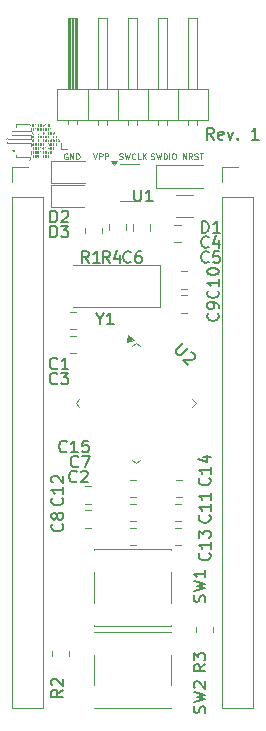
<source format=gbr>
%TF.GenerationSoftware,KiCad,Pcbnew,8.0.2*%
%TF.CreationDate,2024-07-28T15:43:25-06:00*%
%TF.ProjectId,stm32_devboard,73746d33-325f-4646-9576-626f6172642e,rev?*%
%TF.SameCoordinates,Original*%
%TF.FileFunction,Legend,Top*%
%TF.FilePolarity,Positive*%
%FSLAX46Y46*%
G04 Gerber Fmt 4.6, Leading zero omitted, Abs format (unit mm)*
G04 Created by KiCad (PCBNEW 8.0.2) date 2024-07-28 15:43:25*
%MOMM*%
%LPD*%
G01*
G04 APERTURE LIST*
%ADD10C,0.150000*%
%ADD11C,0.080000*%
%ADD12C,0.120000*%
%ADD13C,0.000000*%
G04 APERTURE END LIST*
D10*
X147821807Y-73834619D02*
X147488474Y-73358428D01*
X147250379Y-73834619D02*
X147250379Y-72834619D01*
X147250379Y-72834619D02*
X147631331Y-72834619D01*
X147631331Y-72834619D02*
X147726569Y-72882238D01*
X147726569Y-72882238D02*
X147774188Y-72929857D01*
X147774188Y-72929857D02*
X147821807Y-73025095D01*
X147821807Y-73025095D02*
X147821807Y-73167952D01*
X147821807Y-73167952D02*
X147774188Y-73263190D01*
X147774188Y-73263190D02*
X147726569Y-73310809D01*
X147726569Y-73310809D02*
X147631331Y-73358428D01*
X147631331Y-73358428D02*
X147250379Y-73358428D01*
X148631331Y-73787000D02*
X148536093Y-73834619D01*
X148536093Y-73834619D02*
X148345617Y-73834619D01*
X148345617Y-73834619D02*
X148250379Y-73787000D01*
X148250379Y-73787000D02*
X148202760Y-73691761D01*
X148202760Y-73691761D02*
X148202760Y-73310809D01*
X148202760Y-73310809D02*
X148250379Y-73215571D01*
X148250379Y-73215571D02*
X148345617Y-73167952D01*
X148345617Y-73167952D02*
X148536093Y-73167952D01*
X148536093Y-73167952D02*
X148631331Y-73215571D01*
X148631331Y-73215571D02*
X148678950Y-73310809D01*
X148678950Y-73310809D02*
X148678950Y-73406047D01*
X148678950Y-73406047D02*
X148202760Y-73501285D01*
X149012284Y-73167952D02*
X149250379Y-73834619D01*
X149250379Y-73834619D02*
X149488474Y-73167952D01*
X149869427Y-73739380D02*
X149917046Y-73787000D01*
X149917046Y-73787000D02*
X149869427Y-73834619D01*
X149869427Y-73834619D02*
X149821808Y-73787000D01*
X149821808Y-73787000D02*
X149869427Y-73739380D01*
X149869427Y-73739380D02*
X149869427Y-73834619D01*
X151631331Y-73834619D02*
X151059903Y-73834619D01*
X151345617Y-73834619D02*
X151345617Y-72834619D01*
X151345617Y-72834619D02*
X151250379Y-72977476D01*
X151250379Y-72977476D02*
X151155141Y-73072714D01*
X151155141Y-73072714D02*
X151059903Y-73120333D01*
D11*
X145205678Y-75499649D02*
X145205678Y-74999649D01*
X145205678Y-74999649D02*
X145491392Y-75499649D01*
X145491392Y-75499649D02*
X145491392Y-74999649D01*
X146015202Y-75499649D02*
X145848536Y-75261554D01*
X145729488Y-75499649D02*
X145729488Y-74999649D01*
X145729488Y-74999649D02*
X145919964Y-74999649D01*
X145919964Y-74999649D02*
X145967583Y-75023459D01*
X145967583Y-75023459D02*
X145991393Y-75047268D01*
X145991393Y-75047268D02*
X146015202Y-75094887D01*
X146015202Y-75094887D02*
X146015202Y-75166316D01*
X146015202Y-75166316D02*
X145991393Y-75213935D01*
X145991393Y-75213935D02*
X145967583Y-75237744D01*
X145967583Y-75237744D02*
X145919964Y-75261554D01*
X145919964Y-75261554D02*
X145729488Y-75261554D01*
X146205679Y-75475840D02*
X146277107Y-75499649D01*
X146277107Y-75499649D02*
X146396155Y-75499649D01*
X146396155Y-75499649D02*
X146443774Y-75475840D01*
X146443774Y-75475840D02*
X146467583Y-75452030D01*
X146467583Y-75452030D02*
X146491393Y-75404411D01*
X146491393Y-75404411D02*
X146491393Y-75356792D01*
X146491393Y-75356792D02*
X146467583Y-75309173D01*
X146467583Y-75309173D02*
X146443774Y-75285363D01*
X146443774Y-75285363D02*
X146396155Y-75261554D01*
X146396155Y-75261554D02*
X146300917Y-75237744D01*
X146300917Y-75237744D02*
X146253298Y-75213935D01*
X146253298Y-75213935D02*
X146229488Y-75190125D01*
X146229488Y-75190125D02*
X146205679Y-75142506D01*
X146205679Y-75142506D02*
X146205679Y-75094887D01*
X146205679Y-75094887D02*
X146229488Y-75047268D01*
X146229488Y-75047268D02*
X146253298Y-75023459D01*
X146253298Y-75023459D02*
X146300917Y-74999649D01*
X146300917Y-74999649D02*
X146419964Y-74999649D01*
X146419964Y-74999649D02*
X146491393Y-75023459D01*
X146634250Y-74999649D02*
X146919964Y-74999649D01*
X146777107Y-75499649D02*
X146777107Y-74999649D01*
X142514869Y-75475840D02*
X142586297Y-75499649D01*
X142586297Y-75499649D02*
X142705345Y-75499649D01*
X142705345Y-75499649D02*
X142752964Y-75475840D01*
X142752964Y-75475840D02*
X142776773Y-75452030D01*
X142776773Y-75452030D02*
X142800583Y-75404411D01*
X142800583Y-75404411D02*
X142800583Y-75356792D01*
X142800583Y-75356792D02*
X142776773Y-75309173D01*
X142776773Y-75309173D02*
X142752964Y-75285363D01*
X142752964Y-75285363D02*
X142705345Y-75261554D01*
X142705345Y-75261554D02*
X142610107Y-75237744D01*
X142610107Y-75237744D02*
X142562488Y-75213935D01*
X142562488Y-75213935D02*
X142538678Y-75190125D01*
X142538678Y-75190125D02*
X142514869Y-75142506D01*
X142514869Y-75142506D02*
X142514869Y-75094887D01*
X142514869Y-75094887D02*
X142538678Y-75047268D01*
X142538678Y-75047268D02*
X142562488Y-75023459D01*
X142562488Y-75023459D02*
X142610107Y-74999649D01*
X142610107Y-74999649D02*
X142729154Y-74999649D01*
X142729154Y-74999649D02*
X142800583Y-75023459D01*
X142967249Y-74999649D02*
X143086297Y-75499649D01*
X143086297Y-75499649D02*
X143181535Y-75142506D01*
X143181535Y-75142506D02*
X143276773Y-75499649D01*
X143276773Y-75499649D02*
X143395821Y-74999649D01*
X143586297Y-75499649D02*
X143586297Y-74999649D01*
X143586297Y-74999649D02*
X143705345Y-74999649D01*
X143705345Y-74999649D02*
X143776773Y-75023459D01*
X143776773Y-75023459D02*
X143824392Y-75071078D01*
X143824392Y-75071078D02*
X143848202Y-75118697D01*
X143848202Y-75118697D02*
X143872011Y-75213935D01*
X143872011Y-75213935D02*
X143872011Y-75285363D01*
X143872011Y-75285363D02*
X143848202Y-75380601D01*
X143848202Y-75380601D02*
X143824392Y-75428220D01*
X143824392Y-75428220D02*
X143776773Y-75475840D01*
X143776773Y-75475840D02*
X143705345Y-75499649D01*
X143705345Y-75499649D02*
X143586297Y-75499649D01*
X144086297Y-75499649D02*
X144086297Y-74999649D01*
X144419630Y-74999649D02*
X144514868Y-74999649D01*
X144514868Y-74999649D02*
X144562487Y-75023459D01*
X144562487Y-75023459D02*
X144610106Y-75071078D01*
X144610106Y-75071078D02*
X144633916Y-75166316D01*
X144633916Y-75166316D02*
X144633916Y-75332982D01*
X144633916Y-75332982D02*
X144610106Y-75428220D01*
X144610106Y-75428220D02*
X144562487Y-75475840D01*
X144562487Y-75475840D02*
X144514868Y-75499649D01*
X144514868Y-75499649D02*
X144419630Y-75499649D01*
X144419630Y-75499649D02*
X144372011Y-75475840D01*
X144372011Y-75475840D02*
X144324392Y-75428220D01*
X144324392Y-75428220D02*
X144300583Y-75332982D01*
X144300583Y-75332982D02*
X144300583Y-75166316D01*
X144300583Y-75166316D02*
X144324392Y-75071078D01*
X144324392Y-75071078D02*
X144372011Y-75023459D01*
X144372011Y-75023459D02*
X144419630Y-74999649D01*
X139847869Y-75475840D02*
X139919297Y-75499649D01*
X139919297Y-75499649D02*
X140038345Y-75499649D01*
X140038345Y-75499649D02*
X140085964Y-75475840D01*
X140085964Y-75475840D02*
X140109773Y-75452030D01*
X140109773Y-75452030D02*
X140133583Y-75404411D01*
X140133583Y-75404411D02*
X140133583Y-75356792D01*
X140133583Y-75356792D02*
X140109773Y-75309173D01*
X140109773Y-75309173D02*
X140085964Y-75285363D01*
X140085964Y-75285363D02*
X140038345Y-75261554D01*
X140038345Y-75261554D02*
X139943107Y-75237744D01*
X139943107Y-75237744D02*
X139895488Y-75213935D01*
X139895488Y-75213935D02*
X139871678Y-75190125D01*
X139871678Y-75190125D02*
X139847869Y-75142506D01*
X139847869Y-75142506D02*
X139847869Y-75094887D01*
X139847869Y-75094887D02*
X139871678Y-75047268D01*
X139871678Y-75047268D02*
X139895488Y-75023459D01*
X139895488Y-75023459D02*
X139943107Y-74999649D01*
X139943107Y-74999649D02*
X140062154Y-74999649D01*
X140062154Y-74999649D02*
X140133583Y-75023459D01*
X140300249Y-74999649D02*
X140419297Y-75499649D01*
X140419297Y-75499649D02*
X140514535Y-75142506D01*
X140514535Y-75142506D02*
X140609773Y-75499649D01*
X140609773Y-75499649D02*
X140728821Y-74999649D01*
X141205011Y-75452030D02*
X141181202Y-75475840D01*
X141181202Y-75475840D02*
X141109773Y-75499649D01*
X141109773Y-75499649D02*
X141062154Y-75499649D01*
X141062154Y-75499649D02*
X140990726Y-75475840D01*
X140990726Y-75475840D02*
X140943107Y-75428220D01*
X140943107Y-75428220D02*
X140919297Y-75380601D01*
X140919297Y-75380601D02*
X140895488Y-75285363D01*
X140895488Y-75285363D02*
X140895488Y-75213935D01*
X140895488Y-75213935D02*
X140919297Y-75118697D01*
X140919297Y-75118697D02*
X140943107Y-75071078D01*
X140943107Y-75071078D02*
X140990726Y-75023459D01*
X140990726Y-75023459D02*
X141062154Y-74999649D01*
X141062154Y-74999649D02*
X141109773Y-74999649D01*
X141109773Y-74999649D02*
X141181202Y-75023459D01*
X141181202Y-75023459D02*
X141205011Y-75047268D01*
X141657392Y-75499649D02*
X141419297Y-75499649D01*
X141419297Y-75499649D02*
X141419297Y-74999649D01*
X141824059Y-75499649D02*
X141824059Y-74999649D01*
X142109773Y-75499649D02*
X141895488Y-75213935D01*
X142109773Y-74999649D02*
X141824059Y-75285363D01*
X137641250Y-74999649D02*
X137807916Y-75499649D01*
X137807916Y-75499649D02*
X137974583Y-74999649D01*
X138141249Y-75499649D02*
X138141249Y-74999649D01*
X138141249Y-74999649D02*
X138331725Y-74999649D01*
X138331725Y-74999649D02*
X138379344Y-75023459D01*
X138379344Y-75023459D02*
X138403154Y-75047268D01*
X138403154Y-75047268D02*
X138426963Y-75094887D01*
X138426963Y-75094887D02*
X138426963Y-75166316D01*
X138426963Y-75166316D02*
X138403154Y-75213935D01*
X138403154Y-75213935D02*
X138379344Y-75237744D01*
X138379344Y-75237744D02*
X138331725Y-75261554D01*
X138331725Y-75261554D02*
X138141249Y-75261554D01*
X138641249Y-75499649D02*
X138641249Y-74999649D01*
X138641249Y-74999649D02*
X138831725Y-74999649D01*
X138831725Y-74999649D02*
X138879344Y-75023459D01*
X138879344Y-75023459D02*
X138903154Y-75047268D01*
X138903154Y-75047268D02*
X138926963Y-75094887D01*
X138926963Y-75094887D02*
X138926963Y-75166316D01*
X138926963Y-75166316D02*
X138903154Y-75213935D01*
X138903154Y-75213935D02*
X138879344Y-75237744D01*
X138879344Y-75237744D02*
X138831725Y-75261554D01*
X138831725Y-75261554D02*
X138641249Y-75261554D01*
X135434583Y-75023459D02*
X135386964Y-74999649D01*
X135386964Y-74999649D02*
X135315535Y-74999649D01*
X135315535Y-74999649D02*
X135244107Y-75023459D01*
X135244107Y-75023459D02*
X135196488Y-75071078D01*
X135196488Y-75071078D02*
X135172678Y-75118697D01*
X135172678Y-75118697D02*
X135148869Y-75213935D01*
X135148869Y-75213935D02*
X135148869Y-75285363D01*
X135148869Y-75285363D02*
X135172678Y-75380601D01*
X135172678Y-75380601D02*
X135196488Y-75428220D01*
X135196488Y-75428220D02*
X135244107Y-75475840D01*
X135244107Y-75475840D02*
X135315535Y-75499649D01*
X135315535Y-75499649D02*
X135363154Y-75499649D01*
X135363154Y-75499649D02*
X135434583Y-75475840D01*
X135434583Y-75475840D02*
X135458392Y-75452030D01*
X135458392Y-75452030D02*
X135458392Y-75285363D01*
X135458392Y-75285363D02*
X135363154Y-75285363D01*
X135672678Y-75499649D02*
X135672678Y-74999649D01*
X135672678Y-74999649D02*
X135958392Y-75499649D01*
X135958392Y-75499649D02*
X135958392Y-74999649D01*
X136196488Y-75499649D02*
X136196488Y-74999649D01*
X136196488Y-74999649D02*
X136315536Y-74999649D01*
X136315536Y-74999649D02*
X136386964Y-75023459D01*
X136386964Y-75023459D02*
X136434583Y-75071078D01*
X136434583Y-75071078D02*
X136458393Y-75118697D01*
X136458393Y-75118697D02*
X136482202Y-75213935D01*
X136482202Y-75213935D02*
X136482202Y-75285363D01*
X136482202Y-75285363D02*
X136458393Y-75380601D01*
X136458393Y-75380601D02*
X136434583Y-75428220D01*
X136434583Y-75428220D02*
X136386964Y-75475840D01*
X136386964Y-75475840D02*
X136315536Y-75499649D01*
X136315536Y-75499649D02*
X136196488Y-75499649D01*
D10*
X138176309Y-89011628D02*
X138176309Y-89487819D01*
X137842976Y-88487819D02*
X138176309Y-89011628D01*
X138176309Y-89011628D02*
X138509642Y-88487819D01*
X139366785Y-89487819D02*
X138795357Y-89487819D01*
X139081071Y-89487819D02*
X139081071Y-88487819D01*
X139081071Y-88487819D02*
X138985833Y-88630676D01*
X138985833Y-88630676D02*
X138890595Y-88725914D01*
X138890595Y-88725914D02*
X138795357Y-88773533D01*
X147092200Y-112966332D02*
X147139819Y-112823475D01*
X147139819Y-112823475D02*
X147139819Y-112585380D01*
X147139819Y-112585380D02*
X147092200Y-112490142D01*
X147092200Y-112490142D02*
X147044580Y-112442523D01*
X147044580Y-112442523D02*
X146949342Y-112394904D01*
X146949342Y-112394904D02*
X146854104Y-112394904D01*
X146854104Y-112394904D02*
X146758866Y-112442523D01*
X146758866Y-112442523D02*
X146711247Y-112490142D01*
X146711247Y-112490142D02*
X146663628Y-112585380D01*
X146663628Y-112585380D02*
X146616009Y-112775856D01*
X146616009Y-112775856D02*
X146568390Y-112871094D01*
X146568390Y-112871094D02*
X146520771Y-112918713D01*
X146520771Y-112918713D02*
X146425533Y-112966332D01*
X146425533Y-112966332D02*
X146330295Y-112966332D01*
X146330295Y-112966332D02*
X146235057Y-112918713D01*
X146235057Y-112918713D02*
X146187438Y-112871094D01*
X146187438Y-112871094D02*
X146139819Y-112775856D01*
X146139819Y-112775856D02*
X146139819Y-112537761D01*
X146139819Y-112537761D02*
X146187438Y-112394904D01*
X146139819Y-112061570D02*
X147139819Y-111823475D01*
X147139819Y-111823475D02*
X146425533Y-111632999D01*
X146425533Y-111632999D02*
X147139819Y-111442523D01*
X147139819Y-111442523D02*
X146139819Y-111204428D01*
X147139819Y-110299666D02*
X147139819Y-110871094D01*
X147139819Y-110585380D02*
X146139819Y-110585380D01*
X146139819Y-110585380D02*
X146282676Y-110680618D01*
X146282676Y-110680618D02*
X146377914Y-110775856D01*
X146377914Y-110775856D02*
X146425533Y-110871094D01*
X147407333Y-82909580D02*
X147359714Y-82957200D01*
X147359714Y-82957200D02*
X147216857Y-83004819D01*
X147216857Y-83004819D02*
X147121619Y-83004819D01*
X147121619Y-83004819D02*
X146978762Y-82957200D01*
X146978762Y-82957200D02*
X146883524Y-82861961D01*
X146883524Y-82861961D02*
X146835905Y-82766723D01*
X146835905Y-82766723D02*
X146788286Y-82576247D01*
X146788286Y-82576247D02*
X146788286Y-82433390D01*
X146788286Y-82433390D02*
X146835905Y-82242914D01*
X146835905Y-82242914D02*
X146883524Y-82147676D01*
X146883524Y-82147676D02*
X146978762Y-82052438D01*
X146978762Y-82052438D02*
X147121619Y-82004819D01*
X147121619Y-82004819D02*
X147216857Y-82004819D01*
X147216857Y-82004819D02*
X147359714Y-82052438D01*
X147359714Y-82052438D02*
X147407333Y-82100057D01*
X148264476Y-82338152D02*
X148264476Y-83004819D01*
X148026381Y-81957200D02*
X147788286Y-82671485D01*
X147788286Y-82671485D02*
X148407333Y-82671485D01*
X148187580Y-88558666D02*
X148235200Y-88606285D01*
X148235200Y-88606285D02*
X148282819Y-88749142D01*
X148282819Y-88749142D02*
X148282819Y-88844380D01*
X148282819Y-88844380D02*
X148235200Y-88987237D01*
X148235200Y-88987237D02*
X148139961Y-89082475D01*
X148139961Y-89082475D02*
X148044723Y-89130094D01*
X148044723Y-89130094D02*
X147854247Y-89177713D01*
X147854247Y-89177713D02*
X147711390Y-89177713D01*
X147711390Y-89177713D02*
X147520914Y-89130094D01*
X147520914Y-89130094D02*
X147425676Y-89082475D01*
X147425676Y-89082475D02*
X147330438Y-88987237D01*
X147330438Y-88987237D02*
X147282819Y-88844380D01*
X147282819Y-88844380D02*
X147282819Y-88749142D01*
X147282819Y-88749142D02*
X147330438Y-88606285D01*
X147330438Y-88606285D02*
X147378057Y-88558666D01*
X148282819Y-88082475D02*
X148282819Y-87891999D01*
X148282819Y-87891999D02*
X148235200Y-87796761D01*
X148235200Y-87796761D02*
X148187580Y-87749142D01*
X148187580Y-87749142D02*
X148044723Y-87653904D01*
X148044723Y-87653904D02*
X147854247Y-87606285D01*
X147854247Y-87606285D02*
X147473295Y-87606285D01*
X147473295Y-87606285D02*
X147378057Y-87653904D01*
X147378057Y-87653904D02*
X147330438Y-87701523D01*
X147330438Y-87701523D02*
X147282819Y-87796761D01*
X147282819Y-87796761D02*
X147282819Y-87987237D01*
X147282819Y-87987237D02*
X147330438Y-88082475D01*
X147330438Y-88082475D02*
X147378057Y-88130094D01*
X147378057Y-88130094D02*
X147473295Y-88177713D01*
X147473295Y-88177713D02*
X147711390Y-88177713D01*
X147711390Y-88177713D02*
X147806628Y-88130094D01*
X147806628Y-88130094D02*
X147854247Y-88082475D01*
X147854247Y-88082475D02*
X147901866Y-87987237D01*
X147901866Y-87987237D02*
X147901866Y-87796761D01*
X147901866Y-87796761D02*
X147854247Y-87701523D01*
X147854247Y-87701523D02*
X147806628Y-87653904D01*
X147806628Y-87653904D02*
X147711390Y-87606285D01*
X147092200Y-122364332D02*
X147139819Y-122221475D01*
X147139819Y-122221475D02*
X147139819Y-121983380D01*
X147139819Y-121983380D02*
X147092200Y-121888142D01*
X147092200Y-121888142D02*
X147044580Y-121840523D01*
X147044580Y-121840523D02*
X146949342Y-121792904D01*
X146949342Y-121792904D02*
X146854104Y-121792904D01*
X146854104Y-121792904D02*
X146758866Y-121840523D01*
X146758866Y-121840523D02*
X146711247Y-121888142D01*
X146711247Y-121888142D02*
X146663628Y-121983380D01*
X146663628Y-121983380D02*
X146616009Y-122173856D01*
X146616009Y-122173856D02*
X146568390Y-122269094D01*
X146568390Y-122269094D02*
X146520771Y-122316713D01*
X146520771Y-122316713D02*
X146425533Y-122364332D01*
X146425533Y-122364332D02*
X146330295Y-122364332D01*
X146330295Y-122364332D02*
X146235057Y-122316713D01*
X146235057Y-122316713D02*
X146187438Y-122269094D01*
X146187438Y-122269094D02*
X146139819Y-122173856D01*
X146139819Y-122173856D02*
X146139819Y-121935761D01*
X146139819Y-121935761D02*
X146187438Y-121792904D01*
X146139819Y-121459570D02*
X147139819Y-121221475D01*
X147139819Y-121221475D02*
X146425533Y-121030999D01*
X146425533Y-121030999D02*
X147139819Y-120840523D01*
X147139819Y-120840523D02*
X146139819Y-120602428D01*
X146235057Y-120269094D02*
X146187438Y-120221475D01*
X146187438Y-120221475D02*
X146139819Y-120126237D01*
X146139819Y-120126237D02*
X146139819Y-119888142D01*
X146139819Y-119888142D02*
X146187438Y-119792904D01*
X146187438Y-119792904D02*
X146235057Y-119745285D01*
X146235057Y-119745285D02*
X146330295Y-119697666D01*
X146330295Y-119697666D02*
X146425533Y-119697666D01*
X146425533Y-119697666D02*
X146568390Y-119745285D01*
X146568390Y-119745285D02*
X147139819Y-120316713D01*
X147139819Y-120316713D02*
X147139819Y-119697666D01*
X145234773Y-91085175D02*
X144662353Y-91657595D01*
X144662353Y-91657595D02*
X144628681Y-91758610D01*
X144628681Y-91758610D02*
X144628681Y-91825954D01*
X144628681Y-91825954D02*
X144662353Y-91926969D01*
X144662353Y-91926969D02*
X144797040Y-92061656D01*
X144797040Y-92061656D02*
X144898055Y-92095328D01*
X144898055Y-92095328D02*
X144965399Y-92095328D01*
X144965399Y-92095328D02*
X145066414Y-92061656D01*
X145066414Y-92061656D02*
X145638834Y-91489236D01*
X145874536Y-91859626D02*
X145941879Y-91859626D01*
X145941879Y-91859626D02*
X146042895Y-91893297D01*
X146042895Y-91893297D02*
X146211253Y-92061656D01*
X146211253Y-92061656D02*
X146244925Y-92162671D01*
X146244925Y-92162671D02*
X146244925Y-92230015D01*
X146244925Y-92230015D02*
X146211253Y-92331030D01*
X146211253Y-92331030D02*
X146143910Y-92398374D01*
X146143910Y-92398374D02*
X146009223Y-92465717D01*
X146009223Y-92465717D02*
X145201101Y-92465717D01*
X145201101Y-92465717D02*
X145638834Y-92903450D01*
X134008905Y-82115819D02*
X134008905Y-81115819D01*
X134008905Y-81115819D02*
X134247000Y-81115819D01*
X134247000Y-81115819D02*
X134389857Y-81163438D01*
X134389857Y-81163438D02*
X134485095Y-81258676D01*
X134485095Y-81258676D02*
X134532714Y-81353914D01*
X134532714Y-81353914D02*
X134580333Y-81544390D01*
X134580333Y-81544390D02*
X134580333Y-81687247D01*
X134580333Y-81687247D02*
X134532714Y-81877723D01*
X134532714Y-81877723D02*
X134485095Y-81972961D01*
X134485095Y-81972961D02*
X134389857Y-82068200D01*
X134389857Y-82068200D02*
X134247000Y-82115819D01*
X134247000Y-82115819D02*
X134008905Y-82115819D01*
X134913667Y-81115819D02*
X135532714Y-81115819D01*
X135532714Y-81115819D02*
X135199381Y-81496771D01*
X135199381Y-81496771D02*
X135342238Y-81496771D01*
X135342238Y-81496771D02*
X135437476Y-81544390D01*
X135437476Y-81544390D02*
X135485095Y-81592009D01*
X135485095Y-81592009D02*
X135532714Y-81687247D01*
X135532714Y-81687247D02*
X135532714Y-81925342D01*
X135532714Y-81925342D02*
X135485095Y-82020580D01*
X135485095Y-82020580D02*
X135437476Y-82068200D01*
X135437476Y-82068200D02*
X135342238Y-82115819D01*
X135342238Y-82115819D02*
X135056524Y-82115819D01*
X135056524Y-82115819D02*
X134961286Y-82068200D01*
X134961286Y-82068200D02*
X134913667Y-82020580D01*
X147476380Y-105646457D02*
X147524000Y-105694076D01*
X147524000Y-105694076D02*
X147571619Y-105836933D01*
X147571619Y-105836933D02*
X147571619Y-105932171D01*
X147571619Y-105932171D02*
X147524000Y-106075028D01*
X147524000Y-106075028D02*
X147428761Y-106170266D01*
X147428761Y-106170266D02*
X147333523Y-106217885D01*
X147333523Y-106217885D02*
X147143047Y-106265504D01*
X147143047Y-106265504D02*
X147000190Y-106265504D01*
X147000190Y-106265504D02*
X146809714Y-106217885D01*
X146809714Y-106217885D02*
X146714476Y-106170266D01*
X146714476Y-106170266D02*
X146619238Y-106075028D01*
X146619238Y-106075028D02*
X146571619Y-105932171D01*
X146571619Y-105932171D02*
X146571619Y-105836933D01*
X146571619Y-105836933D02*
X146619238Y-105694076D01*
X146619238Y-105694076D02*
X146666857Y-105646457D01*
X147571619Y-104694076D02*
X147571619Y-105265504D01*
X147571619Y-104979790D02*
X146571619Y-104979790D01*
X146571619Y-104979790D02*
X146714476Y-105075028D01*
X146714476Y-105075028D02*
X146809714Y-105170266D01*
X146809714Y-105170266D02*
X146857333Y-105265504D01*
X147571619Y-103741695D02*
X147571619Y-104313123D01*
X147571619Y-104027409D02*
X146571619Y-104027409D01*
X146571619Y-104027409D02*
X146714476Y-104122647D01*
X146714476Y-104122647D02*
X146809714Y-104217885D01*
X146809714Y-104217885D02*
X146857333Y-104313123D01*
X134008905Y-80845819D02*
X134008905Y-79845819D01*
X134008905Y-79845819D02*
X134247000Y-79845819D01*
X134247000Y-79845819D02*
X134389857Y-79893438D01*
X134389857Y-79893438D02*
X134485095Y-79988676D01*
X134485095Y-79988676D02*
X134532714Y-80083914D01*
X134532714Y-80083914D02*
X134580333Y-80274390D01*
X134580333Y-80274390D02*
X134580333Y-80417247D01*
X134580333Y-80417247D02*
X134532714Y-80607723D01*
X134532714Y-80607723D02*
X134485095Y-80702961D01*
X134485095Y-80702961D02*
X134389857Y-80798200D01*
X134389857Y-80798200D02*
X134247000Y-80845819D01*
X134247000Y-80845819D02*
X134008905Y-80845819D01*
X134961286Y-79941057D02*
X135008905Y-79893438D01*
X135008905Y-79893438D02*
X135104143Y-79845819D01*
X135104143Y-79845819D02*
X135342238Y-79845819D01*
X135342238Y-79845819D02*
X135437476Y-79893438D01*
X135437476Y-79893438D02*
X135485095Y-79941057D01*
X135485095Y-79941057D02*
X135532714Y-80036295D01*
X135532714Y-80036295D02*
X135532714Y-80131533D01*
X135532714Y-80131533D02*
X135485095Y-80274390D01*
X135485095Y-80274390D02*
X134913667Y-80845819D01*
X134913667Y-80845819D02*
X135532714Y-80845819D01*
X148187580Y-86621857D02*
X148235200Y-86669476D01*
X148235200Y-86669476D02*
X148282819Y-86812333D01*
X148282819Y-86812333D02*
X148282819Y-86907571D01*
X148282819Y-86907571D02*
X148235200Y-87050428D01*
X148235200Y-87050428D02*
X148139961Y-87145666D01*
X148139961Y-87145666D02*
X148044723Y-87193285D01*
X148044723Y-87193285D02*
X147854247Y-87240904D01*
X147854247Y-87240904D02*
X147711390Y-87240904D01*
X147711390Y-87240904D02*
X147520914Y-87193285D01*
X147520914Y-87193285D02*
X147425676Y-87145666D01*
X147425676Y-87145666D02*
X147330438Y-87050428D01*
X147330438Y-87050428D02*
X147282819Y-86907571D01*
X147282819Y-86907571D02*
X147282819Y-86812333D01*
X147282819Y-86812333D02*
X147330438Y-86669476D01*
X147330438Y-86669476D02*
X147378057Y-86621857D01*
X148282819Y-85669476D02*
X148282819Y-86240904D01*
X148282819Y-85955190D02*
X147282819Y-85955190D01*
X147282819Y-85955190D02*
X147425676Y-86050428D01*
X147425676Y-86050428D02*
X147520914Y-86145666D01*
X147520914Y-86145666D02*
X147568533Y-86240904D01*
X147282819Y-85050428D02*
X147282819Y-84955190D01*
X147282819Y-84955190D02*
X147330438Y-84859952D01*
X147330438Y-84859952D02*
X147378057Y-84812333D01*
X147378057Y-84812333D02*
X147473295Y-84764714D01*
X147473295Y-84764714D02*
X147663771Y-84717095D01*
X147663771Y-84717095D02*
X147901866Y-84717095D01*
X147901866Y-84717095D02*
X148092342Y-84764714D01*
X148092342Y-84764714D02*
X148187580Y-84812333D01*
X148187580Y-84812333D02*
X148235200Y-84859952D01*
X148235200Y-84859952D02*
X148282819Y-84955190D01*
X148282819Y-84955190D02*
X148282819Y-85050428D01*
X148282819Y-85050428D02*
X148235200Y-85145666D01*
X148235200Y-85145666D02*
X148187580Y-85193285D01*
X148187580Y-85193285D02*
X148092342Y-85240904D01*
X148092342Y-85240904D02*
X147901866Y-85288523D01*
X147901866Y-85288523D02*
X147663771Y-85288523D01*
X147663771Y-85288523D02*
X147473295Y-85240904D01*
X147473295Y-85240904D02*
X147378057Y-85193285D01*
X147378057Y-85193285D02*
X147330438Y-85145666D01*
X147330438Y-85145666D02*
X147282819Y-85050428D01*
X147476380Y-108846857D02*
X147524000Y-108894476D01*
X147524000Y-108894476D02*
X147571619Y-109037333D01*
X147571619Y-109037333D02*
X147571619Y-109132571D01*
X147571619Y-109132571D02*
X147524000Y-109275428D01*
X147524000Y-109275428D02*
X147428761Y-109370666D01*
X147428761Y-109370666D02*
X147333523Y-109418285D01*
X147333523Y-109418285D02*
X147143047Y-109465904D01*
X147143047Y-109465904D02*
X147000190Y-109465904D01*
X147000190Y-109465904D02*
X146809714Y-109418285D01*
X146809714Y-109418285D02*
X146714476Y-109370666D01*
X146714476Y-109370666D02*
X146619238Y-109275428D01*
X146619238Y-109275428D02*
X146571619Y-109132571D01*
X146571619Y-109132571D02*
X146571619Y-109037333D01*
X146571619Y-109037333D02*
X146619238Y-108894476D01*
X146619238Y-108894476D02*
X146666857Y-108846857D01*
X147571619Y-107894476D02*
X147571619Y-108465904D01*
X147571619Y-108180190D02*
X146571619Y-108180190D01*
X146571619Y-108180190D02*
X146714476Y-108275428D01*
X146714476Y-108275428D02*
X146809714Y-108370666D01*
X146809714Y-108370666D02*
X146857333Y-108465904D01*
X146571619Y-107561142D02*
X146571619Y-106942095D01*
X146571619Y-106942095D02*
X146952571Y-107275428D01*
X146952571Y-107275428D02*
X146952571Y-107132571D01*
X146952571Y-107132571D02*
X147000190Y-107037333D01*
X147000190Y-107037333D02*
X147047809Y-106989714D01*
X147047809Y-106989714D02*
X147143047Y-106942095D01*
X147143047Y-106942095D02*
X147381142Y-106942095D01*
X147381142Y-106942095D02*
X147476380Y-106989714D01*
X147476380Y-106989714D02*
X147524000Y-107037333D01*
X147524000Y-107037333D02*
X147571619Y-107132571D01*
X147571619Y-107132571D02*
X147571619Y-107418285D01*
X147571619Y-107418285D02*
X147524000Y-107513523D01*
X147524000Y-107513523D02*
X147476380Y-107561142D01*
X147139819Y-118276666D02*
X146663628Y-118609999D01*
X147139819Y-118848094D02*
X146139819Y-118848094D01*
X146139819Y-118848094D02*
X146139819Y-118467142D01*
X146139819Y-118467142D02*
X146187438Y-118371904D01*
X146187438Y-118371904D02*
X146235057Y-118324285D01*
X146235057Y-118324285D02*
X146330295Y-118276666D01*
X146330295Y-118276666D02*
X146473152Y-118276666D01*
X146473152Y-118276666D02*
X146568390Y-118324285D01*
X146568390Y-118324285D02*
X146616009Y-118371904D01*
X146616009Y-118371904D02*
X146663628Y-118467142D01*
X146663628Y-118467142D02*
X146663628Y-118848094D01*
X146139819Y-117943332D02*
X146139819Y-117324285D01*
X146139819Y-117324285D02*
X146520771Y-117657618D01*
X146520771Y-117657618D02*
X146520771Y-117514761D01*
X146520771Y-117514761D02*
X146568390Y-117419523D01*
X146568390Y-117419523D02*
X146616009Y-117371904D01*
X146616009Y-117371904D02*
X146711247Y-117324285D01*
X146711247Y-117324285D02*
X146949342Y-117324285D01*
X146949342Y-117324285D02*
X147044580Y-117371904D01*
X147044580Y-117371904D02*
X147092200Y-117419523D01*
X147092200Y-117419523D02*
X147139819Y-117514761D01*
X147139819Y-117514761D02*
X147139819Y-117800475D01*
X147139819Y-117800475D02*
X147092200Y-117895713D01*
X147092200Y-117895713D02*
X147044580Y-117943332D01*
X147407333Y-84179580D02*
X147359714Y-84227200D01*
X147359714Y-84227200D02*
X147216857Y-84274819D01*
X147216857Y-84274819D02*
X147121619Y-84274819D01*
X147121619Y-84274819D02*
X146978762Y-84227200D01*
X146978762Y-84227200D02*
X146883524Y-84131961D01*
X146883524Y-84131961D02*
X146835905Y-84036723D01*
X146835905Y-84036723D02*
X146788286Y-83846247D01*
X146788286Y-83846247D02*
X146788286Y-83703390D01*
X146788286Y-83703390D02*
X146835905Y-83512914D01*
X146835905Y-83512914D02*
X146883524Y-83417676D01*
X146883524Y-83417676D02*
X146978762Y-83322438D01*
X146978762Y-83322438D02*
X147121619Y-83274819D01*
X147121619Y-83274819D02*
X147216857Y-83274819D01*
X147216857Y-83274819D02*
X147359714Y-83322438D01*
X147359714Y-83322438D02*
X147407333Y-83370057D01*
X148312095Y-83274819D02*
X147835905Y-83274819D01*
X147835905Y-83274819D02*
X147788286Y-83751009D01*
X147788286Y-83751009D02*
X147835905Y-83703390D01*
X147835905Y-83703390D02*
X147931143Y-83655771D01*
X147931143Y-83655771D02*
X148169238Y-83655771D01*
X148169238Y-83655771D02*
X148264476Y-83703390D01*
X148264476Y-83703390D02*
X148312095Y-83751009D01*
X148312095Y-83751009D02*
X148359714Y-83846247D01*
X148359714Y-83846247D02*
X148359714Y-84084342D01*
X148359714Y-84084342D02*
X148312095Y-84179580D01*
X148312095Y-84179580D02*
X148264476Y-84227200D01*
X148264476Y-84227200D02*
X148169238Y-84274819D01*
X148169238Y-84274819D02*
X147931143Y-84274819D01*
X147931143Y-84274819D02*
X147835905Y-84227200D01*
X147835905Y-84227200D02*
X147788286Y-84179580D01*
X141097095Y-78067819D02*
X141097095Y-78877342D01*
X141097095Y-78877342D02*
X141144714Y-78972580D01*
X141144714Y-78972580D02*
X141192333Y-79020200D01*
X141192333Y-79020200D02*
X141287571Y-79067819D01*
X141287571Y-79067819D02*
X141478047Y-79067819D01*
X141478047Y-79067819D02*
X141573285Y-79020200D01*
X141573285Y-79020200D02*
X141620904Y-78972580D01*
X141620904Y-78972580D02*
X141668523Y-78877342D01*
X141668523Y-78877342D02*
X141668523Y-78067819D01*
X142668523Y-79067819D02*
X142097095Y-79067819D01*
X142382809Y-79067819D02*
X142382809Y-78067819D01*
X142382809Y-78067819D02*
X142287571Y-78210676D01*
X142287571Y-78210676D02*
X142192333Y-78305914D01*
X142192333Y-78305914D02*
X142097095Y-78353533D01*
X135004980Y-106389466D02*
X135052600Y-106437085D01*
X135052600Y-106437085D02*
X135100219Y-106579942D01*
X135100219Y-106579942D02*
X135100219Y-106675180D01*
X135100219Y-106675180D02*
X135052600Y-106818037D01*
X135052600Y-106818037D02*
X134957361Y-106913275D01*
X134957361Y-106913275D02*
X134862123Y-106960894D01*
X134862123Y-106960894D02*
X134671647Y-107008513D01*
X134671647Y-107008513D02*
X134528790Y-107008513D01*
X134528790Y-107008513D02*
X134338314Y-106960894D01*
X134338314Y-106960894D02*
X134243076Y-106913275D01*
X134243076Y-106913275D02*
X134147838Y-106818037D01*
X134147838Y-106818037D02*
X134100219Y-106675180D01*
X134100219Y-106675180D02*
X134100219Y-106579942D01*
X134100219Y-106579942D02*
X134147838Y-106437085D01*
X134147838Y-106437085D02*
X134195457Y-106389466D01*
X134528790Y-105818037D02*
X134481171Y-105913275D01*
X134481171Y-105913275D02*
X134433552Y-105960894D01*
X134433552Y-105960894D02*
X134338314Y-106008513D01*
X134338314Y-106008513D02*
X134290695Y-106008513D01*
X134290695Y-106008513D02*
X134195457Y-105960894D01*
X134195457Y-105960894D02*
X134147838Y-105913275D01*
X134147838Y-105913275D02*
X134100219Y-105818037D01*
X134100219Y-105818037D02*
X134100219Y-105627561D01*
X134100219Y-105627561D02*
X134147838Y-105532323D01*
X134147838Y-105532323D02*
X134195457Y-105484704D01*
X134195457Y-105484704D02*
X134290695Y-105437085D01*
X134290695Y-105437085D02*
X134338314Y-105437085D01*
X134338314Y-105437085D02*
X134433552Y-105484704D01*
X134433552Y-105484704D02*
X134481171Y-105532323D01*
X134481171Y-105532323D02*
X134528790Y-105627561D01*
X134528790Y-105627561D02*
X134528790Y-105818037D01*
X134528790Y-105818037D02*
X134576409Y-105913275D01*
X134576409Y-105913275D02*
X134624028Y-105960894D01*
X134624028Y-105960894D02*
X134719266Y-106008513D01*
X134719266Y-106008513D02*
X134909742Y-106008513D01*
X134909742Y-106008513D02*
X135004980Y-105960894D01*
X135004980Y-105960894D02*
X135052600Y-105913275D01*
X135052600Y-105913275D02*
X135100219Y-105818037D01*
X135100219Y-105818037D02*
X135100219Y-105627561D01*
X135100219Y-105627561D02*
X135052600Y-105532323D01*
X135052600Y-105532323D02*
X135004980Y-105484704D01*
X135004980Y-105484704D02*
X134909742Y-105437085D01*
X134909742Y-105437085D02*
X134719266Y-105437085D01*
X134719266Y-105437085D02*
X134624028Y-105484704D01*
X134624028Y-105484704D02*
X134576409Y-105532323D01*
X134576409Y-105532323D02*
X134528790Y-105627561D01*
X136358333Y-101502380D02*
X136310714Y-101550000D01*
X136310714Y-101550000D02*
X136167857Y-101597619D01*
X136167857Y-101597619D02*
X136072619Y-101597619D01*
X136072619Y-101597619D02*
X135929762Y-101550000D01*
X135929762Y-101550000D02*
X135834524Y-101454761D01*
X135834524Y-101454761D02*
X135786905Y-101359523D01*
X135786905Y-101359523D02*
X135739286Y-101169047D01*
X135739286Y-101169047D02*
X135739286Y-101026190D01*
X135739286Y-101026190D02*
X135786905Y-100835714D01*
X135786905Y-100835714D02*
X135834524Y-100740476D01*
X135834524Y-100740476D02*
X135929762Y-100645238D01*
X135929762Y-100645238D02*
X136072619Y-100597619D01*
X136072619Y-100597619D02*
X136167857Y-100597619D01*
X136167857Y-100597619D02*
X136310714Y-100645238D01*
X136310714Y-100645238D02*
X136358333Y-100692857D01*
X136691667Y-100597619D02*
X137358333Y-100597619D01*
X137358333Y-100597619D02*
X136929762Y-101597619D01*
X139025333Y-84274819D02*
X138692000Y-83798628D01*
X138453905Y-84274819D02*
X138453905Y-83274819D01*
X138453905Y-83274819D02*
X138834857Y-83274819D01*
X138834857Y-83274819D02*
X138930095Y-83322438D01*
X138930095Y-83322438D02*
X138977714Y-83370057D01*
X138977714Y-83370057D02*
X139025333Y-83465295D01*
X139025333Y-83465295D02*
X139025333Y-83608152D01*
X139025333Y-83608152D02*
X138977714Y-83703390D01*
X138977714Y-83703390D02*
X138930095Y-83751009D01*
X138930095Y-83751009D02*
X138834857Y-83798628D01*
X138834857Y-83798628D02*
X138453905Y-83798628D01*
X139882476Y-83608152D02*
X139882476Y-84274819D01*
X139644381Y-83227200D02*
X139406286Y-83941485D01*
X139406286Y-83941485D02*
X140025333Y-83941485D01*
X140803333Y-84179580D02*
X140755714Y-84227200D01*
X140755714Y-84227200D02*
X140612857Y-84274819D01*
X140612857Y-84274819D02*
X140517619Y-84274819D01*
X140517619Y-84274819D02*
X140374762Y-84227200D01*
X140374762Y-84227200D02*
X140279524Y-84131961D01*
X140279524Y-84131961D02*
X140231905Y-84036723D01*
X140231905Y-84036723D02*
X140184286Y-83846247D01*
X140184286Y-83846247D02*
X140184286Y-83703390D01*
X140184286Y-83703390D02*
X140231905Y-83512914D01*
X140231905Y-83512914D02*
X140279524Y-83417676D01*
X140279524Y-83417676D02*
X140374762Y-83322438D01*
X140374762Y-83322438D02*
X140517619Y-83274819D01*
X140517619Y-83274819D02*
X140612857Y-83274819D01*
X140612857Y-83274819D02*
X140755714Y-83322438D01*
X140755714Y-83322438D02*
X140803333Y-83370057D01*
X141660476Y-83274819D02*
X141470000Y-83274819D01*
X141470000Y-83274819D02*
X141374762Y-83322438D01*
X141374762Y-83322438D02*
X141327143Y-83370057D01*
X141327143Y-83370057D02*
X141231905Y-83512914D01*
X141231905Y-83512914D02*
X141184286Y-83703390D01*
X141184286Y-83703390D02*
X141184286Y-84084342D01*
X141184286Y-84084342D02*
X141231905Y-84179580D01*
X141231905Y-84179580D02*
X141279524Y-84227200D01*
X141279524Y-84227200D02*
X141374762Y-84274819D01*
X141374762Y-84274819D02*
X141565238Y-84274819D01*
X141565238Y-84274819D02*
X141660476Y-84227200D01*
X141660476Y-84227200D02*
X141708095Y-84179580D01*
X141708095Y-84179580D02*
X141755714Y-84084342D01*
X141755714Y-84084342D02*
X141755714Y-83846247D01*
X141755714Y-83846247D02*
X141708095Y-83751009D01*
X141708095Y-83751009D02*
X141660476Y-83703390D01*
X141660476Y-83703390D02*
X141565238Y-83655771D01*
X141565238Y-83655771D02*
X141374762Y-83655771D01*
X141374762Y-83655771D02*
X141279524Y-83703390D01*
X141279524Y-83703390D02*
X141231905Y-83751009D01*
X141231905Y-83751009D02*
X141184286Y-83846247D01*
X134580333Y-93196580D02*
X134532714Y-93244200D01*
X134532714Y-93244200D02*
X134389857Y-93291819D01*
X134389857Y-93291819D02*
X134294619Y-93291819D01*
X134294619Y-93291819D02*
X134151762Y-93244200D01*
X134151762Y-93244200D02*
X134056524Y-93148961D01*
X134056524Y-93148961D02*
X134008905Y-93053723D01*
X134008905Y-93053723D02*
X133961286Y-92863247D01*
X133961286Y-92863247D02*
X133961286Y-92720390D01*
X133961286Y-92720390D02*
X134008905Y-92529914D01*
X134008905Y-92529914D02*
X134056524Y-92434676D01*
X134056524Y-92434676D02*
X134151762Y-92339438D01*
X134151762Y-92339438D02*
X134294619Y-92291819D01*
X134294619Y-92291819D02*
X134389857Y-92291819D01*
X134389857Y-92291819D02*
X134532714Y-92339438D01*
X134532714Y-92339438D02*
X134580333Y-92387057D01*
X135532714Y-93291819D02*
X134961286Y-93291819D01*
X135247000Y-93291819D02*
X135247000Y-92291819D01*
X135247000Y-92291819D02*
X135151762Y-92434676D01*
X135151762Y-92434676D02*
X135056524Y-92529914D01*
X135056524Y-92529914D02*
X134961286Y-92577533D01*
X146835905Y-81734819D02*
X146835905Y-80734819D01*
X146835905Y-80734819D02*
X147074000Y-80734819D01*
X147074000Y-80734819D02*
X147216857Y-80782438D01*
X147216857Y-80782438D02*
X147312095Y-80877676D01*
X147312095Y-80877676D02*
X147359714Y-80972914D01*
X147359714Y-80972914D02*
X147407333Y-81163390D01*
X147407333Y-81163390D02*
X147407333Y-81306247D01*
X147407333Y-81306247D02*
X147359714Y-81496723D01*
X147359714Y-81496723D02*
X147312095Y-81591961D01*
X147312095Y-81591961D02*
X147216857Y-81687200D01*
X147216857Y-81687200D02*
X147074000Y-81734819D01*
X147074000Y-81734819D02*
X146835905Y-81734819D01*
X148359714Y-81734819D02*
X147788286Y-81734819D01*
X148074000Y-81734819D02*
X148074000Y-80734819D01*
X148074000Y-80734819D02*
X147978762Y-80877676D01*
X147978762Y-80877676D02*
X147883524Y-80972914D01*
X147883524Y-80972914D02*
X147788286Y-81020533D01*
X137247333Y-84274819D02*
X136914000Y-83798628D01*
X136675905Y-84274819D02*
X136675905Y-83274819D01*
X136675905Y-83274819D02*
X137056857Y-83274819D01*
X137056857Y-83274819D02*
X137152095Y-83322438D01*
X137152095Y-83322438D02*
X137199714Y-83370057D01*
X137199714Y-83370057D02*
X137247333Y-83465295D01*
X137247333Y-83465295D02*
X137247333Y-83608152D01*
X137247333Y-83608152D02*
X137199714Y-83703390D01*
X137199714Y-83703390D02*
X137152095Y-83751009D01*
X137152095Y-83751009D02*
X137056857Y-83798628D01*
X137056857Y-83798628D02*
X136675905Y-83798628D01*
X138199714Y-84274819D02*
X137628286Y-84274819D01*
X137914000Y-84274819D02*
X137914000Y-83274819D01*
X137914000Y-83274819D02*
X137818762Y-83417676D01*
X137818762Y-83417676D02*
X137723524Y-83512914D01*
X137723524Y-83512914D02*
X137628286Y-83560533D01*
X135374142Y-100232380D02*
X135326523Y-100280000D01*
X135326523Y-100280000D02*
X135183666Y-100327619D01*
X135183666Y-100327619D02*
X135088428Y-100327619D01*
X135088428Y-100327619D02*
X134945571Y-100280000D01*
X134945571Y-100280000D02*
X134850333Y-100184761D01*
X134850333Y-100184761D02*
X134802714Y-100089523D01*
X134802714Y-100089523D02*
X134755095Y-99899047D01*
X134755095Y-99899047D02*
X134755095Y-99756190D01*
X134755095Y-99756190D02*
X134802714Y-99565714D01*
X134802714Y-99565714D02*
X134850333Y-99470476D01*
X134850333Y-99470476D02*
X134945571Y-99375238D01*
X134945571Y-99375238D02*
X135088428Y-99327619D01*
X135088428Y-99327619D02*
X135183666Y-99327619D01*
X135183666Y-99327619D02*
X135326523Y-99375238D01*
X135326523Y-99375238D02*
X135374142Y-99422857D01*
X136326523Y-100327619D02*
X135755095Y-100327619D01*
X136040809Y-100327619D02*
X136040809Y-99327619D01*
X136040809Y-99327619D02*
X135945571Y-99470476D01*
X135945571Y-99470476D02*
X135850333Y-99565714D01*
X135850333Y-99565714D02*
X135755095Y-99613333D01*
X137231285Y-99327619D02*
X136755095Y-99327619D01*
X136755095Y-99327619D02*
X136707476Y-99803809D01*
X136707476Y-99803809D02*
X136755095Y-99756190D01*
X136755095Y-99756190D02*
X136850333Y-99708571D01*
X136850333Y-99708571D02*
X137088428Y-99708571D01*
X137088428Y-99708571D02*
X137183666Y-99756190D01*
X137183666Y-99756190D02*
X137231285Y-99803809D01*
X137231285Y-99803809D02*
X137278904Y-99899047D01*
X137278904Y-99899047D02*
X137278904Y-100137142D01*
X137278904Y-100137142D02*
X137231285Y-100232380D01*
X137231285Y-100232380D02*
X137183666Y-100280000D01*
X137183666Y-100280000D02*
X137088428Y-100327619D01*
X137088428Y-100327619D02*
X136850333Y-100327619D01*
X136850333Y-100327619D02*
X136755095Y-100280000D01*
X136755095Y-100280000D02*
X136707476Y-100232380D01*
X134580333Y-94466580D02*
X134532714Y-94514200D01*
X134532714Y-94514200D02*
X134389857Y-94561819D01*
X134389857Y-94561819D02*
X134294619Y-94561819D01*
X134294619Y-94561819D02*
X134151762Y-94514200D01*
X134151762Y-94514200D02*
X134056524Y-94418961D01*
X134056524Y-94418961D02*
X134008905Y-94323723D01*
X134008905Y-94323723D02*
X133961286Y-94133247D01*
X133961286Y-94133247D02*
X133961286Y-93990390D01*
X133961286Y-93990390D02*
X134008905Y-93799914D01*
X134008905Y-93799914D02*
X134056524Y-93704676D01*
X134056524Y-93704676D02*
X134151762Y-93609438D01*
X134151762Y-93609438D02*
X134294619Y-93561819D01*
X134294619Y-93561819D02*
X134389857Y-93561819D01*
X134389857Y-93561819D02*
X134532714Y-93609438D01*
X134532714Y-93609438D02*
X134580333Y-93657057D01*
X134913667Y-93561819D02*
X135532714Y-93561819D01*
X135532714Y-93561819D02*
X135199381Y-93942771D01*
X135199381Y-93942771D02*
X135342238Y-93942771D01*
X135342238Y-93942771D02*
X135437476Y-93990390D01*
X135437476Y-93990390D02*
X135485095Y-94038009D01*
X135485095Y-94038009D02*
X135532714Y-94133247D01*
X135532714Y-94133247D02*
X135532714Y-94371342D01*
X135532714Y-94371342D02*
X135485095Y-94466580D01*
X135485095Y-94466580D02*
X135437476Y-94514200D01*
X135437476Y-94514200D02*
X135342238Y-94561819D01*
X135342238Y-94561819D02*
X135056524Y-94561819D01*
X135056524Y-94561819D02*
X134961286Y-94514200D01*
X134961286Y-94514200D02*
X134913667Y-94466580D01*
X135004980Y-104198657D02*
X135052600Y-104246276D01*
X135052600Y-104246276D02*
X135100219Y-104389133D01*
X135100219Y-104389133D02*
X135100219Y-104484371D01*
X135100219Y-104484371D02*
X135052600Y-104627228D01*
X135052600Y-104627228D02*
X134957361Y-104722466D01*
X134957361Y-104722466D02*
X134862123Y-104770085D01*
X134862123Y-104770085D02*
X134671647Y-104817704D01*
X134671647Y-104817704D02*
X134528790Y-104817704D01*
X134528790Y-104817704D02*
X134338314Y-104770085D01*
X134338314Y-104770085D02*
X134243076Y-104722466D01*
X134243076Y-104722466D02*
X134147838Y-104627228D01*
X134147838Y-104627228D02*
X134100219Y-104484371D01*
X134100219Y-104484371D02*
X134100219Y-104389133D01*
X134100219Y-104389133D02*
X134147838Y-104246276D01*
X134147838Y-104246276D02*
X134195457Y-104198657D01*
X135100219Y-103246276D02*
X135100219Y-103817704D01*
X135100219Y-103531990D02*
X134100219Y-103531990D01*
X134100219Y-103531990D02*
X134243076Y-103627228D01*
X134243076Y-103627228D02*
X134338314Y-103722466D01*
X134338314Y-103722466D02*
X134385933Y-103817704D01*
X134195457Y-102865323D02*
X134147838Y-102817704D01*
X134147838Y-102817704D02*
X134100219Y-102722466D01*
X134100219Y-102722466D02*
X134100219Y-102484371D01*
X134100219Y-102484371D02*
X134147838Y-102389133D01*
X134147838Y-102389133D02*
X134195457Y-102341514D01*
X134195457Y-102341514D02*
X134290695Y-102293895D01*
X134290695Y-102293895D02*
X134385933Y-102293895D01*
X134385933Y-102293895D02*
X134528790Y-102341514D01*
X134528790Y-102341514D02*
X135100219Y-102912942D01*
X135100219Y-102912942D02*
X135100219Y-102293895D01*
X135074819Y-120435666D02*
X134598628Y-120768999D01*
X135074819Y-121007094D02*
X134074819Y-121007094D01*
X134074819Y-121007094D02*
X134074819Y-120626142D01*
X134074819Y-120626142D02*
X134122438Y-120530904D01*
X134122438Y-120530904D02*
X134170057Y-120483285D01*
X134170057Y-120483285D02*
X134265295Y-120435666D01*
X134265295Y-120435666D02*
X134408152Y-120435666D01*
X134408152Y-120435666D02*
X134503390Y-120483285D01*
X134503390Y-120483285D02*
X134551009Y-120530904D01*
X134551009Y-120530904D02*
X134598628Y-120626142D01*
X134598628Y-120626142D02*
X134598628Y-121007094D01*
X134170057Y-120054713D02*
X134122438Y-120007094D01*
X134122438Y-120007094D02*
X134074819Y-119911856D01*
X134074819Y-119911856D02*
X134074819Y-119673761D01*
X134074819Y-119673761D02*
X134122438Y-119578523D01*
X134122438Y-119578523D02*
X134170057Y-119530904D01*
X134170057Y-119530904D02*
X134265295Y-119483285D01*
X134265295Y-119483285D02*
X134360533Y-119483285D01*
X134360533Y-119483285D02*
X134503390Y-119530904D01*
X134503390Y-119530904D02*
X135074819Y-120102332D01*
X135074819Y-120102332D02*
X135074819Y-119483285D01*
X136231333Y-102772380D02*
X136183714Y-102820000D01*
X136183714Y-102820000D02*
X136040857Y-102867619D01*
X136040857Y-102867619D02*
X135945619Y-102867619D01*
X135945619Y-102867619D02*
X135802762Y-102820000D01*
X135802762Y-102820000D02*
X135707524Y-102724761D01*
X135707524Y-102724761D02*
X135659905Y-102629523D01*
X135659905Y-102629523D02*
X135612286Y-102439047D01*
X135612286Y-102439047D02*
X135612286Y-102296190D01*
X135612286Y-102296190D02*
X135659905Y-102105714D01*
X135659905Y-102105714D02*
X135707524Y-102010476D01*
X135707524Y-102010476D02*
X135802762Y-101915238D01*
X135802762Y-101915238D02*
X135945619Y-101867619D01*
X135945619Y-101867619D02*
X136040857Y-101867619D01*
X136040857Y-101867619D02*
X136183714Y-101915238D01*
X136183714Y-101915238D02*
X136231333Y-101962857D01*
X136612286Y-101962857D02*
X136659905Y-101915238D01*
X136659905Y-101915238D02*
X136755143Y-101867619D01*
X136755143Y-101867619D02*
X136993238Y-101867619D01*
X136993238Y-101867619D02*
X137088476Y-101915238D01*
X137088476Y-101915238D02*
X137136095Y-101962857D01*
X137136095Y-101962857D02*
X137183714Y-102058095D01*
X137183714Y-102058095D02*
X137183714Y-102153333D01*
X137183714Y-102153333D02*
X137136095Y-102296190D01*
X137136095Y-102296190D02*
X136564667Y-102867619D01*
X136564667Y-102867619D02*
X137183714Y-102867619D01*
X147476380Y-102496857D02*
X147524000Y-102544476D01*
X147524000Y-102544476D02*
X147571619Y-102687333D01*
X147571619Y-102687333D02*
X147571619Y-102782571D01*
X147571619Y-102782571D02*
X147524000Y-102925428D01*
X147524000Y-102925428D02*
X147428761Y-103020666D01*
X147428761Y-103020666D02*
X147333523Y-103068285D01*
X147333523Y-103068285D02*
X147143047Y-103115904D01*
X147143047Y-103115904D02*
X147000190Y-103115904D01*
X147000190Y-103115904D02*
X146809714Y-103068285D01*
X146809714Y-103068285D02*
X146714476Y-103020666D01*
X146714476Y-103020666D02*
X146619238Y-102925428D01*
X146619238Y-102925428D02*
X146571619Y-102782571D01*
X146571619Y-102782571D02*
X146571619Y-102687333D01*
X146571619Y-102687333D02*
X146619238Y-102544476D01*
X146619238Y-102544476D02*
X146666857Y-102496857D01*
X147571619Y-101544476D02*
X147571619Y-102115904D01*
X147571619Y-101830190D02*
X146571619Y-101830190D01*
X146571619Y-101830190D02*
X146714476Y-101925428D01*
X146714476Y-101925428D02*
X146809714Y-102020666D01*
X146809714Y-102020666D02*
X146857333Y-102115904D01*
X146904952Y-100687333D02*
X147571619Y-100687333D01*
X146524000Y-100925428D02*
X147238285Y-101163523D01*
X147238285Y-101163523D02*
X147238285Y-100544476D01*
D12*
%TO.C,Prog1*%
X134560000Y-69560000D02*
X134560000Y-72220000D01*
X134560000Y-72220000D02*
X147380000Y-72220000D01*
X134890000Y-74660000D02*
X134890000Y-74160000D01*
X135510000Y-63560000D02*
X136270000Y-63560000D01*
X135510000Y-69560000D02*
X135510000Y-63560000D01*
X135510000Y-72550000D02*
X135510000Y-72220000D01*
X135570000Y-69560000D02*
X135570000Y-63560000D01*
X135690000Y-69560000D02*
X135690000Y-63560000D01*
X135810000Y-69560000D02*
X135810000Y-63560000D01*
X135390000Y-74660000D02*
X134890000Y-74660000D01*
X135930000Y-69560000D02*
X135930000Y-63560000D01*
X136050000Y-69560000D02*
X136050000Y-63560000D01*
X136170000Y-69560000D02*
X136170000Y-63560000D01*
X136270000Y-63560000D02*
X136270000Y-69560000D01*
X136270000Y-72550000D02*
X136270000Y-72220000D01*
X137160000Y-72220000D02*
X137160000Y-69560000D01*
X138050000Y-63560000D02*
X138810000Y-63560000D01*
X138050000Y-69560000D02*
X138050000Y-63560000D01*
X138050000Y-72617071D02*
X138050000Y-72220000D01*
X138810000Y-63560000D02*
X138810000Y-69560000D01*
X138810000Y-72617071D02*
X138810000Y-72220000D01*
X139700000Y-72220000D02*
X139700000Y-69560000D01*
X140590000Y-63560000D02*
X141350000Y-63560000D01*
X140590000Y-69560000D02*
X140590000Y-63560000D01*
X140590000Y-72617071D02*
X140590000Y-72220000D01*
X141350000Y-63560000D02*
X141350000Y-69560000D01*
X141350000Y-72617071D02*
X141350000Y-72220000D01*
X142240000Y-72220000D02*
X142240000Y-69560000D01*
X143130000Y-63560000D02*
X143890000Y-63560000D01*
X143130000Y-69560000D02*
X143130000Y-63560000D01*
X143130000Y-72617071D02*
X143130000Y-72220000D01*
X143890000Y-63560000D02*
X143890000Y-69560000D01*
X143890000Y-72617071D02*
X143890000Y-72220000D01*
X144780000Y-72220000D02*
X144780000Y-69560000D01*
X145670000Y-63560000D02*
X146430000Y-63560000D01*
X145670000Y-69560000D02*
X145670000Y-63560000D01*
X145670000Y-72617071D02*
X145670000Y-72220000D01*
X146430000Y-63560000D02*
X146430000Y-69560000D01*
X146430000Y-72617071D02*
X146430000Y-72220000D01*
X147380000Y-69560000D02*
X134560000Y-69560000D01*
X147380000Y-72220000D02*
X147380000Y-69560000D01*
D13*
%TO.C,G\u002A\u002A\u002A*%
G36*
X131862073Y-74781808D02*
G01*
X131945789Y-74781840D01*
X132020522Y-74781899D01*
X132086782Y-74781993D01*
X132145076Y-74782128D01*
X132195916Y-74782309D01*
X132239809Y-74782545D01*
X132277266Y-74782839D01*
X132308796Y-74783200D01*
X132334907Y-74783633D01*
X132356110Y-74784144D01*
X132372914Y-74784739D01*
X132385828Y-74785426D01*
X132395361Y-74786209D01*
X132402023Y-74787096D01*
X132406323Y-74788092D01*
X132408770Y-74789204D01*
X132409318Y-74789657D01*
X132411478Y-74792870D01*
X132413210Y-74798407D01*
X132414560Y-74807281D01*
X132415573Y-74820505D01*
X132416294Y-74839091D01*
X132416769Y-74864053D01*
X132417043Y-74896402D01*
X132417161Y-74937152D01*
X132417177Y-74964985D01*
X132417018Y-75014814D01*
X132416552Y-75057225D01*
X132415794Y-75091695D01*
X132414760Y-75117706D01*
X132413463Y-75134736D01*
X132412000Y-75142128D01*
X132411041Y-75143565D01*
X132409437Y-75144852D01*
X132406659Y-75145997D01*
X132402183Y-75147009D01*
X132395483Y-75147896D01*
X132386031Y-75148666D01*
X132373304Y-75149328D01*
X132356773Y-75149889D01*
X132335914Y-75150358D01*
X132310199Y-75150744D01*
X132279104Y-75151054D01*
X132242102Y-75151296D01*
X132198668Y-75151480D01*
X132148274Y-75151612D01*
X132090395Y-75151702D01*
X132024505Y-75151757D01*
X131950079Y-75151787D01*
X131866589Y-75151798D01*
X131794378Y-75151800D01*
X131181934Y-75151800D01*
X131181934Y-75251800D01*
X131181934Y-75351800D01*
X131754251Y-75351800D01*
X131845553Y-75351820D01*
X131927310Y-75351885D01*
X131999980Y-75352000D01*
X132064022Y-75352169D01*
X132119892Y-75352397D01*
X132168049Y-75352689D01*
X132208949Y-75353051D01*
X132243051Y-75353488D01*
X132270813Y-75354003D01*
X132292691Y-75354602D01*
X132309144Y-75355291D01*
X132320629Y-75356074D01*
X132327603Y-75356956D01*
X132330526Y-75357942D01*
X132330615Y-75358050D01*
X132332718Y-75366123D01*
X132334394Y-75381694D01*
X132335613Y-75402484D01*
X132336347Y-75426214D01*
X132336567Y-75450605D01*
X132336244Y-75473378D01*
X132335351Y-75492256D01*
X132333858Y-75504959D01*
X132332509Y-75508879D01*
X132330411Y-75514286D01*
X132336455Y-75517936D01*
X132340472Y-75519056D01*
X132363898Y-75529791D01*
X132383511Y-75548260D01*
X132392285Y-75562021D01*
X132400944Y-75588389D01*
X132400867Y-75613966D01*
X132393309Y-75637515D01*
X132379526Y-75657799D01*
X132360775Y-75673581D01*
X132338310Y-75683624D01*
X132313388Y-75686690D01*
X132287264Y-75681543D01*
X132276051Y-75676537D01*
X132253369Y-75659322D01*
X132238565Y-75636296D01*
X132232308Y-75608584D01*
X132232153Y-75603316D01*
X132265355Y-75603316D01*
X132269574Y-75619895D01*
X132281807Y-75638016D01*
X132298912Y-75648979D01*
X132318499Y-75652287D01*
X132338175Y-75647441D01*
X132352549Y-75637184D01*
X132364536Y-75619765D01*
X132368094Y-75601745D01*
X132364598Y-75584513D01*
X132355419Y-75569460D01*
X132341933Y-75557974D01*
X132325511Y-75551446D01*
X132307528Y-75551264D01*
X132289356Y-75558818D01*
X132281395Y-75565195D01*
X132268507Y-75583174D01*
X132265355Y-75603316D01*
X132232153Y-75603316D01*
X132232140Y-75602891D01*
X132233538Y-75584611D01*
X132237089Y-75568176D01*
X132239462Y-75562147D01*
X132251480Y-75545562D01*
X132268077Y-75530724D01*
X132285618Y-75520619D01*
X132292715Y-75518437D01*
X132302297Y-75515786D01*
X132303501Y-75511548D01*
X132299518Y-75505089D01*
X132295571Y-75495416D01*
X132293192Y-75479118D01*
X132292204Y-75454754D01*
X132292152Y-75445749D01*
X132292152Y-75396924D01*
X131719789Y-75395612D01*
X131629083Y-75395385D01*
X131547899Y-75395139D01*
X131475757Y-75394867D01*
X131412178Y-75394562D01*
X131356683Y-75394219D01*
X131308791Y-75393830D01*
X131268022Y-75393389D01*
X131233898Y-75392890D01*
X131205937Y-75392326D01*
X131183662Y-75391691D01*
X131166591Y-75390979D01*
X131154245Y-75390182D01*
X131146145Y-75389294D01*
X131141810Y-75388310D01*
X131140925Y-75387799D01*
X131138834Y-75383368D01*
X131137208Y-75374113D01*
X131136002Y-75359079D01*
X131135169Y-75337310D01*
X131134665Y-75307852D01*
X131134444Y-75269749D01*
X131134424Y-75251146D01*
X131134461Y-75211616D01*
X131134628Y-75180892D01*
X131135010Y-75157783D01*
X131135690Y-75141095D01*
X131136754Y-75129635D01*
X131138285Y-75122211D01*
X131140368Y-75117631D01*
X131143087Y-75114700D01*
X131144132Y-75113896D01*
X131146754Y-75112821D01*
X131151855Y-75111856D01*
X131159936Y-75110997D01*
X131171501Y-75110237D01*
X131187050Y-75109572D01*
X131207087Y-75108994D01*
X131232114Y-75108499D01*
X131262632Y-75108081D01*
X131299143Y-75107733D01*
X131342150Y-75107450D01*
X131392156Y-75107227D01*
X131449661Y-75107057D01*
X131515169Y-75106936D01*
X131589181Y-75106856D01*
X131672200Y-75106812D01*
X131763004Y-75106800D01*
X132372168Y-75106800D01*
X132372168Y-74966800D01*
X132372168Y-74826800D01*
X131750546Y-74826800D01*
X131653906Y-74826778D01*
X131566862Y-74826710D01*
X131489008Y-74826592D01*
X131419938Y-74826420D01*
X131359245Y-74826190D01*
X131306525Y-74825899D01*
X131261370Y-74825542D01*
X131223374Y-74825115D01*
X131192133Y-74824615D01*
X131167239Y-74824038D01*
X131148286Y-74823380D01*
X131134869Y-74822637D01*
X131126582Y-74821805D01*
X131123018Y-74820881D01*
X131122922Y-74820800D01*
X131117436Y-74809542D01*
X131118580Y-74796844D01*
X131125843Y-74787407D01*
X131126594Y-74786975D01*
X131132984Y-74786100D01*
X131148765Y-74785307D01*
X131173997Y-74784596D01*
X131208737Y-74783966D01*
X131253044Y-74783418D01*
X131306976Y-74782951D01*
X131370593Y-74782563D01*
X131443953Y-74782256D01*
X131527115Y-74782027D01*
X131620137Y-74781878D01*
X131723077Y-74781806D01*
X131768863Y-74781800D01*
X131862073Y-74781808D01*
G37*
G36*
X132592211Y-75251800D02*
G01*
X132592211Y-75371800D01*
X132562205Y-75371800D01*
X132532199Y-75371800D01*
X132532199Y-75279300D01*
X132532199Y-75186800D01*
X132519697Y-75186800D01*
X132510744Y-75185173D01*
X132507484Y-75178272D01*
X132507195Y-75171884D01*
X132508447Y-75162493D01*
X132513682Y-75155347D01*
X132525113Y-75147992D01*
X132532033Y-75144384D01*
X132549609Y-75137128D01*
X132566886Y-75132581D01*
X132574542Y-75131800D01*
X132592211Y-75131800D01*
X132592211Y-75251800D01*
G37*
G36*
X132801812Y-75132437D02*
G01*
X132818886Y-75134221D01*
X132830695Y-75138124D01*
X132839602Y-75144962D01*
X132847969Y-75155549D01*
X132848741Y-75156662D01*
X132851958Y-75162716D01*
X132854271Y-75171152D01*
X132855818Y-75183552D01*
X132856739Y-75201495D01*
X132857173Y-75226565D01*
X132857263Y-75253412D01*
X132857263Y-75337800D01*
X132840260Y-75354800D01*
X132831996Y-75362722D01*
X132824739Y-75367697D01*
X132815912Y-75370411D01*
X132802940Y-75371549D01*
X132783245Y-75371797D01*
X132776360Y-75371800D01*
X132751078Y-75371267D01*
X132733718Y-75369480D01*
X132722248Y-75366157D01*
X132717820Y-75363646D01*
X132708381Y-75355196D01*
X132701477Y-75343991D01*
X132696760Y-75328512D01*
X132696472Y-75326380D01*
X132754928Y-75326380D01*
X132756313Y-75333074D01*
X132756918Y-75333907D01*
X132767620Y-75340474D01*
X132781083Y-75341414D01*
X132792871Y-75336922D01*
X132797076Y-75332128D01*
X132799427Y-75322882D01*
X132801216Y-75306601D01*
X132802157Y-75286247D01*
X132802234Y-75278378D01*
X132802215Y-75234300D01*
X132793164Y-75249300D01*
X132776136Y-75278225D01*
X132764388Y-75300010D01*
X132757469Y-75315710D01*
X132754928Y-75326380D01*
X132696472Y-75326380D01*
X132693883Y-75307239D01*
X132692499Y-75278653D01*
X132692231Y-75251800D01*
X132692712Y-75218196D01*
X132752243Y-75218196D01*
X132752306Y-75238660D01*
X132753026Y-75251357D01*
X132755197Y-75256113D01*
X132759612Y-75252753D01*
X132767066Y-75241103D01*
X132778354Y-75220988D01*
X132783707Y-75211281D01*
X132793045Y-75193448D01*
X132797556Y-75181911D01*
X132797865Y-75174578D01*
X132795837Y-75170729D01*
X132783283Y-75161239D01*
X132769454Y-75161441D01*
X132762819Y-75164960D01*
X132757765Y-75169503D01*
X132754626Y-75175993D01*
X132752958Y-75186661D01*
X132752318Y-75203737D01*
X132752243Y-75218196D01*
X132692712Y-75218196D01*
X132692772Y-75213991D01*
X132694935Y-75185003D01*
X132699535Y-75163688D01*
X132707382Y-75148898D01*
X132719290Y-75139486D01*
X132736072Y-75134306D01*
X132758539Y-75132209D01*
X132777110Y-75131959D01*
X132801812Y-75132437D01*
G37*
G36*
X133013380Y-75131923D02*
G01*
X133027933Y-75132750D01*
X133037636Y-75134965D01*
X133045066Y-75139255D01*
X133052799Y-75146305D01*
X133055302Y-75148800D01*
X133072306Y-75165800D01*
X133072306Y-75251800D01*
X133072306Y-75337800D01*
X133055302Y-75354800D01*
X133047039Y-75362722D01*
X133039781Y-75367697D01*
X133030955Y-75370411D01*
X133017982Y-75371549D01*
X132998287Y-75371797D01*
X132991402Y-75371800D01*
X132965545Y-75371213D01*
X132947820Y-75369293D01*
X132936419Y-75365794D01*
X132933362Y-75363996D01*
X132923971Y-75356171D01*
X132917093Y-75346717D01*
X132912357Y-75334040D01*
X132912127Y-75332684D01*
X132970084Y-75332684D01*
X132975112Y-75339222D01*
X132986076Y-75341699D01*
X132989951Y-75341800D01*
X133004770Y-75339140D01*
X133012312Y-75331765D01*
X133014677Y-75322109D01*
X133016108Y-75305403D01*
X133016387Y-75284572D01*
X133016239Y-75278664D01*
X133014794Y-75235596D01*
X132990744Y-75278829D01*
X132977888Y-75303475D01*
X132971006Y-75321098D01*
X132970084Y-75332684D01*
X132912127Y-75332684D01*
X132909392Y-75316544D01*
X132907826Y-75292633D01*
X132907290Y-75260712D01*
X132907273Y-75251800D01*
X132907709Y-75218196D01*
X132967285Y-75218196D01*
X132967349Y-75238660D01*
X132968069Y-75251357D01*
X132970239Y-75256113D01*
X132974655Y-75252753D01*
X132982109Y-75241103D01*
X132993396Y-75220988D01*
X132998749Y-75211281D01*
X133008087Y-75193448D01*
X133012598Y-75181911D01*
X133012907Y-75174578D01*
X133010880Y-75170729D01*
X132998325Y-75161239D01*
X132984497Y-75161441D01*
X132977861Y-75164960D01*
X132972807Y-75169503D01*
X132969668Y-75175993D01*
X132968000Y-75186661D01*
X132967360Y-75203737D01*
X132967285Y-75218196D01*
X132907709Y-75218196D01*
X132907763Y-75214040D01*
X132909773Y-75185099D01*
X132914115Y-75163818D01*
X132921599Y-75149041D01*
X132933037Y-75139611D01*
X132949240Y-75134370D01*
X132971020Y-75132162D01*
X132991402Y-75131800D01*
X133013380Y-75131923D01*
G37*
G36*
X133232337Y-75251800D02*
G01*
X133232337Y-75371800D01*
X133204832Y-75371800D01*
X133177326Y-75371800D01*
X133177326Y-75279300D01*
X133177326Y-75186800D01*
X133164824Y-75186800D01*
X133155871Y-75185173D01*
X133152611Y-75178272D01*
X133152322Y-75171884D01*
X133153574Y-75162493D01*
X133158809Y-75155347D01*
X133170240Y-75147992D01*
X133177160Y-75144384D01*
X133194108Y-75137187D01*
X133210108Y-75132633D01*
X133217168Y-75131800D01*
X133232337Y-75131800D01*
X133232337Y-75251800D01*
G37*
G36*
X133447380Y-75251800D02*
G01*
X133447380Y-75371800D01*
X133419874Y-75371800D01*
X133392369Y-75371800D01*
X133392369Y-75279300D01*
X133392369Y-75186800D01*
X133379866Y-75186800D01*
X133370913Y-75185173D01*
X133367653Y-75178272D01*
X133367364Y-75171884D01*
X133368617Y-75162493D01*
X133373852Y-75155347D01*
X133385283Y-75147992D01*
X133392203Y-75144384D01*
X133409150Y-75137187D01*
X133425150Y-75132633D01*
X133432210Y-75131800D01*
X133447380Y-75131800D01*
X133447380Y-75251800D01*
G37*
G36*
X133657254Y-75131974D02*
G01*
X133672169Y-75132892D01*
X133682243Y-75135145D01*
X133690055Y-75139323D01*
X133698183Y-75146017D01*
X133698600Y-75146389D01*
X133714932Y-75160979D01*
X133714932Y-75251800D01*
X133714932Y-75342620D01*
X133698600Y-75357210D01*
X133690396Y-75364032D01*
X133682626Y-75368311D01*
X133672710Y-75370638D01*
X133658069Y-75371604D01*
X133636124Y-75371799D01*
X133634917Y-75371800D01*
X133612579Y-75371625D01*
X133597664Y-75370707D01*
X133587590Y-75368454D01*
X133579778Y-75364276D01*
X133571650Y-75357582D01*
X133571233Y-75357210D01*
X133554901Y-75342620D01*
X133554901Y-75333918D01*
X133614689Y-75333918D01*
X133620240Y-75339702D01*
X133631645Y-75341742D01*
X133634883Y-75341800D01*
X133647911Y-75340317D01*
X133654981Y-75334440D01*
X133657545Y-75328974D01*
X133659677Y-75319157D01*
X133661209Y-75304118D01*
X133662110Y-75286368D01*
X133662349Y-75268422D01*
X133661894Y-75252792D01*
X133660714Y-75241991D01*
X133658777Y-75238532D01*
X133658671Y-75238589D01*
X133654839Y-75243794D01*
X133647648Y-75255801D01*
X133638317Y-75272525D01*
X133632755Y-75282903D01*
X133620987Y-75306638D01*
X133614951Y-75323269D01*
X133614689Y-75333918D01*
X133554901Y-75333918D01*
X133554901Y-75251800D01*
X133554901Y-75235465D01*
X133607336Y-75235465D01*
X133607475Y-75251654D01*
X133608277Y-75262975D01*
X133609650Y-75266800D01*
X133612844Y-75262707D01*
X133619595Y-75251711D01*
X133628752Y-75235731D01*
X133634655Y-75225042D01*
X133646944Y-75201622D01*
X133654126Y-75185165D01*
X133656475Y-75174209D01*
X133654264Y-75167288D01*
X133647767Y-75162937D01*
X133646355Y-75162385D01*
X133629884Y-75160199D01*
X133617407Y-75166551D01*
X133612028Y-75175308D01*
X133610207Y-75184329D01*
X133608771Y-75199138D01*
X133607791Y-75217071D01*
X133607336Y-75235465D01*
X133554901Y-75235465D01*
X133554901Y-75160979D01*
X133571233Y-75146389D01*
X133579437Y-75139567D01*
X133587207Y-75135288D01*
X133597123Y-75132961D01*
X133611764Y-75131995D01*
X133633709Y-75131800D01*
X133634917Y-75131800D01*
X133657254Y-75131974D01*
G37*
G36*
X133877464Y-75251800D02*
G01*
X133877464Y-75371800D01*
X133849959Y-75371800D01*
X133822453Y-75371800D01*
X133822453Y-75279632D01*
X133822453Y-75187464D01*
X133808701Y-75185882D01*
X133797961Y-75182273D01*
X133793664Y-75172812D01*
X133793389Y-75170790D01*
X133793640Y-75162376D01*
X133798076Y-75155818D01*
X133808728Y-75148857D01*
X133816977Y-75144540D01*
X133834602Y-75137238D01*
X133851904Y-75132629D01*
X133859795Y-75131800D01*
X133877464Y-75131800D01*
X133877464Y-75251800D01*
G37*
G36*
X132589711Y-74804300D02*
G01*
X132591050Y-74925550D01*
X132592389Y-75046800D01*
X132562294Y-75046800D01*
X132532199Y-75046800D01*
X132532199Y-74954300D01*
X132532199Y-74861800D01*
X132519697Y-74861800D01*
X132511076Y-74860392D01*
X132507675Y-74854181D01*
X132507195Y-74845219D01*
X132507971Y-74835805D01*
X132511694Y-74829043D01*
X132520452Y-74822742D01*
X132536262Y-74814748D01*
X132553451Y-74807678D01*
X132568788Y-74803323D01*
X132577520Y-74802579D01*
X132589711Y-74804300D01*
G37*
G36*
X132796366Y-74802859D02*
G01*
X132820420Y-74807491D01*
X132837656Y-74816881D01*
X132847630Y-74828565D01*
X132851217Y-74835486D01*
X132853795Y-74843775D01*
X132855524Y-74855118D01*
X132856566Y-74871201D01*
X132857085Y-74893711D01*
X132857243Y-74924335D01*
X132857245Y-74928550D01*
X132857263Y-75012800D01*
X132840260Y-75029800D01*
X132831746Y-75037918D01*
X132824251Y-75042925D01*
X132815068Y-75045571D01*
X132801491Y-75046606D01*
X132780811Y-75046781D01*
X132778998Y-75046781D01*
X132754968Y-75046249D01*
X132738180Y-75044383D01*
X132725916Y-75040742D01*
X132718759Y-75037020D01*
X132709125Y-75029615D01*
X132701996Y-75019853D01*
X132697080Y-75006331D01*
X132696190Y-75000777D01*
X132754071Y-75000777D01*
X132755238Y-75006484D01*
X132756803Y-75008768D01*
X132768271Y-75015672D01*
X132782441Y-75015582D01*
X132794394Y-75008942D01*
X132798472Y-75002109D01*
X132800941Y-74990289D01*
X132802084Y-74971570D01*
X132802253Y-74956147D01*
X132801871Y-74936705D01*
X132800848Y-74922072D01*
X132799366Y-74914320D01*
X132798502Y-74913677D01*
X132794679Y-74918920D01*
X132787493Y-74930973D01*
X132778159Y-74947752D01*
X132772443Y-74958441D01*
X132762082Y-74978659D01*
X132756155Y-74992137D01*
X132754071Y-75000777D01*
X132696190Y-75000777D01*
X132694086Y-74987641D01*
X132692721Y-74962380D01*
X132692695Y-74929141D01*
X132693002Y-74912929D01*
X132693446Y-74893407D01*
X132752261Y-74893407D01*
X132752280Y-74939300D01*
X132761252Y-74924300D01*
X132768618Y-74911684D01*
X132778372Y-74894603D01*
X132785914Y-74881199D01*
X132794263Y-74865587D01*
X132798010Y-74855750D01*
X132797743Y-74848918D01*
X132794143Y-74842449D01*
X132782807Y-74833290D01*
X132769675Y-74833364D01*
X132760101Y-74839657D01*
X132756074Y-74846363D01*
X132753618Y-74857941D01*
X132752455Y-74876298D01*
X132752261Y-74893407D01*
X132693446Y-74893407D01*
X132694731Y-74836975D01*
X132710984Y-74820735D01*
X132720363Y-74812210D01*
X132729417Y-74807121D01*
X132741362Y-74804375D01*
X132759412Y-74802881D01*
X132764327Y-74802621D01*
X132796366Y-74802859D01*
G37*
G36*
X133011408Y-74802859D02*
G01*
X133035462Y-74807491D01*
X133052698Y-74816881D01*
X133062672Y-74828565D01*
X133066260Y-74835486D01*
X133068837Y-74843775D01*
X133070566Y-74855118D01*
X133071609Y-74871201D01*
X133072128Y-74893711D01*
X133072285Y-74924335D01*
X133072287Y-74928550D01*
X133072306Y-75012800D01*
X133055302Y-75029800D01*
X133046788Y-75037918D01*
X133039293Y-75042925D01*
X133030111Y-75045571D01*
X133016533Y-75046606D01*
X132995853Y-75046781D01*
X132994040Y-75046781D01*
X132970010Y-75046249D01*
X132953223Y-75044383D01*
X132940958Y-75040742D01*
X132933801Y-75037020D01*
X132924241Y-75029680D01*
X132917162Y-75020011D01*
X132912272Y-75006605D01*
X132911333Y-75000777D01*
X132969113Y-75000777D01*
X132970281Y-75006484D01*
X132971845Y-75008768D01*
X132983313Y-75015672D01*
X132997483Y-75015582D01*
X133009436Y-75008942D01*
X133013514Y-75002109D01*
X133015983Y-74990289D01*
X133017127Y-74971570D01*
X133017295Y-74956147D01*
X133016913Y-74936705D01*
X133015890Y-74922072D01*
X133014408Y-74914320D01*
X133013544Y-74913677D01*
X133009721Y-74918920D01*
X133002536Y-74930973D01*
X132993202Y-74947752D01*
X132987486Y-74958441D01*
X132977124Y-74978659D01*
X132971197Y-74992137D01*
X132969113Y-75000777D01*
X132911333Y-75000777D01*
X132909282Y-74988056D01*
X132907898Y-74962957D01*
X132907829Y-74929903D01*
X132908126Y-74913132D01*
X132908611Y-74890725D01*
X132967388Y-74890725D01*
X132967491Y-74939300D01*
X132991598Y-74896800D01*
X133003800Y-74874076D01*
X133010531Y-74858349D01*
X133012214Y-74848535D01*
X133011504Y-74845888D01*
X133001804Y-74836365D01*
X132987967Y-74833669D01*
X132977476Y-74836698D01*
X132972741Y-74840159D01*
X132969751Y-74845776D01*
X132968121Y-74855607D01*
X132967467Y-74871711D01*
X132967388Y-74890725D01*
X132908611Y-74890725D01*
X132909774Y-74836964D01*
X132926026Y-74820729D01*
X132935407Y-74812207D01*
X132944464Y-74807119D01*
X132956414Y-74804374D01*
X132974472Y-74802880D01*
X132979369Y-74802621D01*
X133011408Y-74802859D01*
G37*
G36*
X133232337Y-74924300D02*
G01*
X133232337Y-75046800D01*
X133204832Y-75046800D01*
X133177326Y-75046800D01*
X133177326Y-74954300D01*
X133177326Y-74861800D01*
X133164824Y-74861800D01*
X133156180Y-74860378D01*
X133152788Y-74854121D01*
X133152322Y-74845341D01*
X133153177Y-74835760D01*
X133157165Y-74828855D01*
X133166419Y-74822311D01*
X133179938Y-74815341D01*
X133196862Y-74808015D01*
X133212020Y-74803097D01*
X133219946Y-74801800D01*
X133232337Y-74801800D01*
X133232337Y-74924300D01*
G37*
G36*
X133447380Y-74924300D02*
G01*
X133447380Y-75046800D01*
X133419874Y-75046800D01*
X133392369Y-75046800D01*
X133392369Y-74954300D01*
X133392369Y-74861800D01*
X133379866Y-74861800D01*
X133371223Y-74860378D01*
X133367830Y-74854121D01*
X133367364Y-74845341D01*
X133368219Y-74835760D01*
X133372208Y-74828855D01*
X133381461Y-74822311D01*
X133394980Y-74815341D01*
X133411905Y-74808015D01*
X133427062Y-74803097D01*
X133434988Y-74801800D01*
X133447380Y-74801800D01*
X133447380Y-74924300D01*
G37*
G36*
X133651515Y-74802541D02*
G01*
X133673713Y-74805871D01*
X133685034Y-74809686D01*
X133696300Y-74816335D01*
X133704677Y-74825062D01*
X133710570Y-74837320D01*
X133714379Y-74854560D01*
X133716508Y-74878233D01*
X133717359Y-74909792D01*
X133717433Y-74926553D01*
X133716942Y-74964361D01*
X133714935Y-74993348D01*
X133710609Y-75014672D01*
X133703161Y-75029488D01*
X133691788Y-75038950D01*
X133675688Y-75044214D01*
X133654058Y-75046435D01*
X133633883Y-75046800D01*
X133611802Y-75046613D01*
X133597093Y-75045644D01*
X133587127Y-75043282D01*
X133579274Y-75038914D01*
X133571233Y-75032222D01*
X133554901Y-75017644D01*
X133554506Y-74997530D01*
X133613470Y-74997530D01*
X133613818Y-75004254D01*
X133617238Y-75009576D01*
X133618413Y-75010800D01*
X133630268Y-75016490D01*
X133643675Y-75014445D01*
X133654718Y-75005300D01*
X133655016Y-75004855D01*
X133659214Y-74995155D01*
X133661326Y-74980808D01*
X133661621Y-74959546D01*
X133661383Y-74951105D01*
X133659921Y-74909300D01*
X133636167Y-74951089D01*
X133624113Y-74972733D01*
X133616724Y-74987618D01*
X133613470Y-74997530D01*
X133554506Y-74997530D01*
X133553249Y-74933472D01*
X133552996Y-74910142D01*
X133607310Y-74910142D01*
X133607379Y-74926401D01*
X133608111Y-74937832D01*
X133609458Y-74941800D01*
X133612550Y-74937700D01*
X133619202Y-74926672D01*
X133628290Y-74910625D01*
X133634463Y-74899347D01*
X133646478Y-74876487D01*
X133653678Y-74860568D01*
X133656396Y-74849957D01*
X133654963Y-74843021D01*
X133649714Y-74838128D01*
X133647230Y-74836698D01*
X133632424Y-74833597D01*
X133619442Y-74839296D01*
X133612126Y-74850053D01*
X133610313Y-74859012D01*
X133608855Y-74873787D01*
X133607828Y-74891717D01*
X133607310Y-74910142D01*
X133552996Y-74910142D01*
X133552855Y-74897209D01*
X133553528Y-74869496D01*
X133555632Y-74848907D01*
X133559535Y-74834015D01*
X133565601Y-74823394D01*
X133574199Y-74815619D01*
X133585058Y-74809563D01*
X133603088Y-74804382D01*
X133626607Y-74802043D01*
X133651515Y-74802541D01*
G37*
G36*
X133854574Y-74802437D02*
G01*
X133857966Y-74802580D01*
X133878249Y-74803803D01*
X133891563Y-74805879D01*
X133900939Y-74809792D01*
X133909409Y-74816526D01*
X133913660Y-74820667D01*
X133929975Y-74836965D01*
X133931556Y-74918990D01*
X133931801Y-74958101D01*
X133930338Y-74988372D01*
X133926418Y-75010918D01*
X133919285Y-75026855D01*
X133908189Y-75037296D01*
X133892377Y-75043357D01*
X133871095Y-75046153D01*
X133845285Y-75046800D01*
X133824117Y-75046561D01*
X133810122Y-75045382D01*
X133800477Y-75042563D01*
X133792356Y-75037407D01*
X133786275Y-75032221D01*
X133769943Y-75017643D01*
X133769741Y-75006743D01*
X133828116Y-75006743D01*
X133832441Y-75012888D01*
X133833706Y-75013488D01*
X133848661Y-75016306D01*
X133861972Y-75013596D01*
X133867052Y-75009794D01*
X133870118Y-75000398D01*
X133871567Y-74982183D01*
X133871415Y-74959250D01*
X133869963Y-74915712D01*
X133848709Y-74953757D01*
X133836019Y-74978095D01*
X133829231Y-74995451D01*
X133828116Y-75006743D01*
X133769741Y-75006743D01*
X133768368Y-74932601D01*
X133767976Y-74897912D01*
X133822453Y-74897912D01*
X133822515Y-74918458D01*
X133823226Y-74931237D01*
X133825382Y-74936077D01*
X133829774Y-74932803D01*
X133837195Y-74921242D01*
X133848438Y-74901220D01*
X133854082Y-74890987D01*
X133865034Y-74870049D01*
X133870698Y-74855702D01*
X133871353Y-74846228D01*
X133867274Y-74839906D01*
X133862790Y-74836975D01*
X133850275Y-74832293D01*
X133840303Y-74835057D01*
X133832455Y-74841800D01*
X133827603Y-74848034D01*
X133824600Y-74856462D01*
X133823032Y-74869420D01*
X133822483Y-74889243D01*
X133822453Y-74897912D01*
X133767976Y-74897912D01*
X133767963Y-74896727D01*
X133768499Y-74869394D01*
X133770353Y-74849161D01*
X133773897Y-74834585D01*
X133779506Y-74824224D01*
X133787553Y-74816636D01*
X133798412Y-74810378D01*
X133800296Y-74809470D01*
X133814173Y-74804595D01*
X133831219Y-74802375D01*
X133854574Y-74802437D01*
G37*
G36*
X134075421Y-74802621D02*
G01*
X134095180Y-74803991D01*
X134108152Y-74806381D01*
X134117553Y-74810883D01*
X134126597Y-74818589D01*
X134128765Y-74820729D01*
X134145017Y-74836964D01*
X134146665Y-74913132D01*
X134147005Y-74953260D01*
X134145618Y-74984526D01*
X134141805Y-75008016D01*
X134134870Y-75024813D01*
X134124115Y-75036003D01*
X134108843Y-75042671D01*
X134088355Y-75045901D01*
X134061956Y-75046779D01*
X134060750Y-75046781D01*
X134039462Y-75046638D01*
X134025469Y-75045689D01*
X134016063Y-75043182D01*
X134008538Y-75038368D01*
X134000185Y-75030496D01*
X133999488Y-75029800D01*
X133982485Y-75012800D01*
X133982487Y-75005971D01*
X134042728Y-75005971D01*
X134045513Y-75013135D01*
X134045831Y-75013466D01*
X134054653Y-75016613D01*
X134067339Y-75016112D01*
X134078667Y-75012491D01*
X134082094Y-75009794D01*
X134085154Y-75000396D01*
X134086606Y-74982108D01*
X134086457Y-74958544D01*
X134085005Y-74914300D01*
X134063751Y-74953433D01*
X134051466Y-74977398D01*
X134044585Y-74994485D01*
X134042728Y-75005971D01*
X133982487Y-75005971D01*
X133982504Y-74928550D01*
X133982626Y-74897633D01*
X134037496Y-74897633D01*
X134037681Y-74917351D01*
X134038177Y-74932340D01*
X134038897Y-74940523D01*
X134039344Y-74941383D01*
X134042451Y-74936390D01*
X134049266Y-74924705D01*
X134058611Y-74908365D01*
X134064349Y-74898223D01*
X134076652Y-74875688D01*
X134083937Y-74859980D01*
X134086557Y-74849493D01*
X134084866Y-74842619D01*
X134079218Y-74837750D01*
X134077832Y-74836975D01*
X134065317Y-74832293D01*
X134055345Y-74835057D01*
X134047498Y-74841800D01*
X134042631Y-74848059D01*
X134039626Y-74856526D01*
X134038063Y-74869547D01*
X134037522Y-74889465D01*
X134037496Y-74897633D01*
X133982626Y-74897633D01*
X133982629Y-74896860D01*
X133983097Y-74873483D01*
X133984070Y-74856731D01*
X133985710Y-74844918D01*
X133988179Y-74836358D01*
X133991639Y-74829363D01*
X133992119Y-74828565D01*
X134004577Y-74814944D01*
X134022884Y-74806383D01*
X134048205Y-74802520D01*
X134075421Y-74802621D01*
G37*
G36*
X130372153Y-73999300D02*
G01*
X130379087Y-74007506D01*
X130383617Y-74022478D01*
X130386071Y-74045274D01*
X130386777Y-74075412D01*
X130386777Y-74131800D01*
X131396800Y-74131800D01*
X131514988Y-74131801D01*
X131623583Y-74131808D01*
X131722992Y-74131824D01*
X131813625Y-74131854D01*
X131895888Y-74131901D01*
X131970191Y-74131969D01*
X132036942Y-74132062D01*
X132096549Y-74132183D01*
X132149420Y-74132338D01*
X132195965Y-74132529D01*
X132236590Y-74132761D01*
X132271704Y-74133037D01*
X132301716Y-74133361D01*
X132327034Y-74133737D01*
X132348067Y-74134170D01*
X132365221Y-74134663D01*
X132378907Y-74135219D01*
X132389532Y-74135843D01*
X132397504Y-74136539D01*
X132403232Y-74137310D01*
X132407123Y-74138161D01*
X132409588Y-74139095D01*
X132411032Y-74140117D01*
X132411866Y-74141229D01*
X132412000Y-74141471D01*
X132413532Y-74149467D01*
X132414817Y-74166936D01*
X132415840Y-74193357D01*
X132416584Y-74228205D01*
X132417034Y-74270957D01*
X132417177Y-74318196D01*
X132417146Y-74363667D01*
X132417016Y-74400183D01*
X132416733Y-74428789D01*
X132416242Y-74450530D01*
X132415489Y-74466451D01*
X132414420Y-74477595D01*
X132412979Y-74485010D01*
X132411113Y-74489738D01*
X132408766Y-74492826D01*
X132408031Y-74493525D01*
X132406291Y-74494611D01*
X132403280Y-74495598D01*
X132398541Y-74496492D01*
X132391617Y-74497296D01*
X132382053Y-74498015D01*
X132369391Y-74498654D01*
X132353175Y-74499217D01*
X132332949Y-74499710D01*
X132308255Y-74500137D01*
X132278637Y-74500502D01*
X132243639Y-74500810D01*
X132202804Y-74501067D01*
X132155675Y-74501275D01*
X132101796Y-74501441D01*
X132040710Y-74501569D01*
X131971960Y-74501664D01*
X131895091Y-74501729D01*
X131809645Y-74501770D01*
X131715165Y-74501792D01*
X131611196Y-74501799D01*
X131597872Y-74501800D01*
X130796858Y-74501800D01*
X130796858Y-74641800D01*
X130796858Y-74781800D01*
X130813224Y-74781800D01*
X130824969Y-74780213D01*
X130833127Y-74773722D01*
X130839393Y-74763600D01*
X130856408Y-74741794D01*
X130879095Y-74726770D01*
X130905169Y-74719388D01*
X130932348Y-74720507D01*
X130944460Y-74724062D01*
X130969145Y-74738106D01*
X130986759Y-74757513D01*
X130997214Y-74780487D01*
X131000425Y-74805233D01*
X130996303Y-74829955D01*
X130984763Y-74852858D01*
X130965717Y-74872146D01*
X130952039Y-74880550D01*
X130927701Y-74889671D01*
X130905029Y-74890461D01*
X130880485Y-74882983D01*
X130878068Y-74881909D01*
X130857273Y-74867879D01*
X130843061Y-74849677D01*
X130829364Y-74827116D01*
X130798223Y-74826958D01*
X130786272Y-74826927D01*
X130776544Y-74826348D01*
X130768820Y-74824290D01*
X130762880Y-74819822D01*
X130758505Y-74812014D01*
X130756467Y-74803888D01*
X130864371Y-74803888D01*
X130868443Y-74826046D01*
X130879332Y-74842746D01*
X130895055Y-74853154D01*
X130913623Y-74856438D01*
X130933050Y-74851761D01*
X130949888Y-74839800D01*
X130963580Y-74820928D01*
X130967280Y-74801757D01*
X130960986Y-74782403D01*
X130952299Y-74770628D01*
X130941082Y-74759988D01*
X130929695Y-74755286D01*
X130914905Y-74754300D01*
X130892075Y-74758258D01*
X130875636Y-74769667D01*
X130866300Y-74787828D01*
X130864371Y-74803888D01*
X130756467Y-74803888D01*
X130755476Y-74799934D01*
X130753573Y-74782652D01*
X130752576Y-74759237D01*
X130752267Y-74728758D01*
X130752426Y-74690285D01*
X130752834Y-74642887D01*
X130752906Y-74634695D01*
X130753358Y-74588340D01*
X130753870Y-74551015D01*
X130754493Y-74521750D01*
X130755275Y-74499576D01*
X130756267Y-74483523D01*
X130757520Y-74472620D01*
X130759084Y-74465898D01*
X130761008Y-74462388D01*
X130761851Y-74461690D01*
X130767836Y-74461057D01*
X130783539Y-74460461D01*
X130808677Y-74459905D01*
X130842965Y-74459391D01*
X130886120Y-74458919D01*
X130937857Y-74458492D01*
X130997894Y-74458111D01*
X131065946Y-74457777D01*
X131141730Y-74457494D01*
X131224962Y-74457261D01*
X131315357Y-74457082D01*
X131412633Y-74456957D01*
X131516505Y-74456889D01*
X131570760Y-74456876D01*
X132372168Y-74456800D01*
X132372168Y-74316800D01*
X132372168Y-74176800D01*
X131369796Y-74176800D01*
X131243049Y-74176775D01*
X131124015Y-74176702D01*
X131012862Y-74176582D01*
X130909756Y-74176415D01*
X130814865Y-74176202D01*
X130728357Y-74175944D01*
X130650398Y-74175642D01*
X130581155Y-74175296D01*
X130520796Y-74174907D01*
X130469488Y-74174477D01*
X130427398Y-74174005D01*
X130394693Y-74173493D01*
X130371541Y-74172942D01*
X130358108Y-74172352D01*
X130354596Y-74171923D01*
X130341768Y-74167047D01*
X130341768Y-74087923D01*
X130341970Y-74055479D01*
X130342776Y-74031711D01*
X130344486Y-74015303D01*
X130347399Y-74004937D01*
X130351815Y-73999294D01*
X130358033Y-73997056D01*
X130362489Y-73996800D01*
X130372153Y-73999300D01*
G37*
G36*
X132589711Y-74479300D02*
G01*
X132589711Y-74599300D01*
X132589711Y-74719300D01*
X132560955Y-74720799D01*
X132532199Y-74722299D01*
X132532199Y-74627049D01*
X132532199Y-74531800D01*
X132519697Y-74531800D01*
X132510560Y-74530039D01*
X132507392Y-74522741D01*
X132507195Y-74517719D01*
X132508367Y-74509373D01*
X132513256Y-74502765D01*
X132523922Y-74495912D01*
X132536262Y-74489748D01*
X132553451Y-74482678D01*
X132568788Y-74478323D01*
X132577520Y-74477579D01*
X132589711Y-74479300D01*
G37*
G36*
X132784083Y-74477492D02*
G01*
X132805396Y-74478557D01*
X132819348Y-74480168D01*
X132828575Y-74483142D01*
X132835713Y-74488296D01*
X132842671Y-74495628D01*
X132857263Y-74511957D01*
X132857263Y-74598266D01*
X132857103Y-74631224D01*
X132856542Y-74655659D01*
X132855462Y-74673045D01*
X132853746Y-74684853D01*
X132851277Y-74692556D01*
X132849458Y-74695716D01*
X132837160Y-74708410D01*
X132820309Y-74716575D01*
X132797112Y-74720819D01*
X132772422Y-74721800D01*
X132752088Y-74721572D01*
X132738708Y-74720302D01*
X132729235Y-74717106D01*
X132720622Y-74711100D01*
X132713412Y-74704696D01*
X132694731Y-74687593D01*
X132694463Y-74674078D01*
X132754281Y-74674078D01*
X132754661Y-74680186D01*
X132756753Y-74683709D01*
X132768337Y-74690805D01*
X132782245Y-74690166D01*
X132794172Y-74682439D01*
X132798318Y-74675951D01*
X132800687Y-74666329D01*
X132801565Y-74651333D01*
X132801238Y-74628721D01*
X132801199Y-74627452D01*
X132799752Y-74581826D01*
X132774895Y-74628722D01*
X132763811Y-74650128D01*
X132757135Y-74664653D01*
X132754281Y-74674078D01*
X132694463Y-74674078D01*
X132693140Y-74607420D01*
X132692798Y-74571300D01*
X132692968Y-74565725D01*
X132752334Y-74565725D01*
X132752425Y-74614300D01*
X132777102Y-74570343D01*
X132787263Y-74551082D01*
X132794795Y-74534531D01*
X132798753Y-74522908D01*
X132798964Y-74519050D01*
X132791339Y-74511440D01*
X132778620Y-74508281D01*
X132765056Y-74510451D01*
X132762711Y-74511550D01*
X132757855Y-74515010D01*
X132754787Y-74520476D01*
X132753110Y-74530017D01*
X132752427Y-74545702D01*
X132752334Y-74565725D01*
X132692968Y-74565725D01*
X132693639Y-74543685D01*
X132696027Y-74523117D01*
X132700328Y-74508135D01*
X132706908Y-74497278D01*
X132716131Y-74489086D01*
X132723924Y-74484388D01*
X132734794Y-74479918D01*
X132748303Y-74477564D01*
X132767181Y-74477013D01*
X132784083Y-74477492D01*
G37*
G36*
X133017295Y-74599300D02*
G01*
X133017295Y-74721800D01*
X132989790Y-74721800D01*
X132962284Y-74721800D01*
X132962284Y-74626800D01*
X132962284Y-74531800D01*
X132949782Y-74531800D01*
X132940617Y-74530018D01*
X132937464Y-74522658D01*
X132937279Y-74517841D01*
X132938564Y-74509316D01*
X132943814Y-74502502D01*
X132955120Y-74495314D01*
X132964895Y-74490341D01*
X132981820Y-74483015D01*
X132996978Y-74478097D01*
X133004903Y-74476800D01*
X133017295Y-74476800D01*
X133017295Y-74599300D01*
G37*
G36*
X133232337Y-74599300D02*
G01*
X133232337Y-74721800D01*
X133204832Y-74721800D01*
X133177326Y-74721800D01*
X133177326Y-74626800D01*
X133177326Y-74531800D01*
X133164824Y-74531800D01*
X133155659Y-74530018D01*
X133152506Y-74522658D01*
X133152322Y-74517841D01*
X133153607Y-74509316D01*
X133158856Y-74502502D01*
X133170163Y-74495314D01*
X133179938Y-74490341D01*
X133196862Y-74483015D01*
X133212020Y-74478097D01*
X133219946Y-74476800D01*
X133232337Y-74476800D01*
X133232337Y-74599300D01*
G37*
G36*
X133445660Y-74477640D02*
G01*
X133465498Y-74480916D01*
X133480152Y-74487759D01*
X133490384Y-74499302D01*
X133496956Y-74516677D01*
X133500631Y-74541016D01*
X133502172Y-74573451D01*
X133502390Y-74599300D01*
X133502054Y-74634147D01*
X133500785Y-74660499D01*
X133498199Y-74679845D01*
X133493907Y-74693674D01*
X133487523Y-74703476D01*
X133478661Y-74710740D01*
X133472548Y-74714215D01*
X133457654Y-74718708D01*
X133436649Y-74721174D01*
X133413074Y-74721618D01*
X133390468Y-74720050D01*
X133372372Y-74716478D01*
X133366176Y-74713973D01*
X133356097Y-74707342D01*
X133348633Y-74698947D01*
X133343411Y-74687291D01*
X133340550Y-74673308D01*
X133397370Y-74673308D01*
X133401309Y-74684290D01*
X133411012Y-74690289D01*
X133423311Y-74690816D01*
X133435034Y-74685385D01*
X133439966Y-74679867D01*
X133444093Y-74670389D01*
X133446220Y-74656375D01*
X133446607Y-74635587D01*
X133446332Y-74624897D01*
X133444879Y-74581860D01*
X133421124Y-74624338D01*
X133410908Y-74643242D01*
X133402894Y-74659280D01*
X133398171Y-74670205D01*
X133397370Y-74673308D01*
X133340550Y-74673308D01*
X133340054Y-74670881D01*
X133338187Y-74648220D01*
X133337434Y-74617815D01*
X133337358Y-74599300D01*
X133337889Y-74563412D01*
X133397370Y-74563412D01*
X133397799Y-74583257D01*
X133398966Y-74597364D01*
X133400690Y-74604022D01*
X133401680Y-74604050D01*
X133405947Y-74597639D01*
X133413451Y-74584832D01*
X133422769Y-74568078D01*
X133425435Y-74563152D01*
X133436211Y-74540799D01*
X133440522Y-74525055D01*
X133438319Y-74514859D01*
X133429550Y-74509149D01*
X133422839Y-74507666D01*
X133411881Y-74507644D01*
X133404478Y-74512323D01*
X133400008Y-74523064D01*
X133397850Y-74541225D01*
X133397370Y-74563412D01*
X133337889Y-74563412D01*
X133337924Y-74561019D01*
X133340131Y-74531568D01*
X133344740Y-74509814D01*
X133352516Y-74494624D01*
X133364219Y-74484868D01*
X133380614Y-74479412D01*
X133402463Y-74477124D01*
X133419874Y-74476800D01*
X133445660Y-74477640D01*
G37*
G36*
X133662422Y-74599300D02*
G01*
X133662422Y-74721800D01*
X133634917Y-74721800D01*
X133607411Y-74721800D01*
X133607411Y-74626800D01*
X133607411Y-74531800D01*
X133592076Y-74531800D01*
X133581459Y-74530772D01*
X133577973Y-74525816D01*
X133578323Y-74518050D01*
X133581626Y-74508291D01*
X133590409Y-74499550D01*
X133604911Y-74490666D01*
X133621984Y-74482911D01*
X133638439Y-74477918D01*
X133646169Y-74476916D01*
X133662422Y-74476800D01*
X133662422Y-74599300D01*
G37*
G36*
X133875749Y-74477723D02*
G01*
X133895608Y-74481243D01*
X133910289Y-74488479D01*
X133920545Y-74500554D01*
X133927129Y-74518588D01*
X133930796Y-74543703D01*
X133932299Y-74577022D01*
X133932475Y-74599633D01*
X133931975Y-74635184D01*
X133930221Y-74662215D01*
X133926829Y-74682171D01*
X133921418Y-74696493D01*
X133913607Y-74706625D01*
X133903011Y-74714010D01*
X133902043Y-74714520D01*
X133887492Y-74718842D01*
X133866759Y-74721190D01*
X133843379Y-74721582D01*
X133820886Y-74720035D01*
X133802814Y-74716569D01*
X133796261Y-74713973D01*
X133786181Y-74707342D01*
X133778718Y-74698947D01*
X133773496Y-74687291D01*
X133770735Y-74673793D01*
X133828174Y-74673793D01*
X133829541Y-74680719D01*
X133833456Y-74685800D01*
X133845443Y-74691441D01*
X133859598Y-74688341D01*
X133864218Y-74685462D01*
X133868409Y-74680887D01*
X133870838Y-74673296D01*
X133871806Y-74660548D01*
X133871615Y-74640499D01*
X133871425Y-74634212D01*
X133869963Y-74589300D01*
X133848709Y-74627814D01*
X133837272Y-74649191D01*
X133830589Y-74663901D01*
X133828174Y-74673793D01*
X133770735Y-74673793D01*
X133770139Y-74670881D01*
X133768272Y-74648220D01*
X133767519Y-74617815D01*
X133767443Y-74599300D01*
X133767815Y-74574162D01*
X133822472Y-74574162D01*
X133822491Y-74619300D01*
X133831542Y-74604300D01*
X133838651Y-74592097D01*
X133848328Y-74574962D01*
X133857715Y-74557990D01*
X133867651Y-74537015D01*
X133870621Y-74522387D01*
X133866502Y-74513156D01*
X133855169Y-74508376D01*
X133851188Y-74507764D01*
X133839244Y-74508956D01*
X133830821Y-74516491D01*
X133825513Y-74531316D01*
X133822908Y-74554374D01*
X133822472Y-74574162D01*
X133767815Y-74574162D01*
X133768009Y-74561019D01*
X133770215Y-74531568D01*
X133774825Y-74509814D01*
X133782600Y-74494624D01*
X133794304Y-74484868D01*
X133810699Y-74479412D01*
X133832547Y-74477124D01*
X133849959Y-74476800D01*
X133875749Y-74477723D01*
G37*
G36*
X134090137Y-74477747D02*
G01*
X134110259Y-74481309D01*
X134125128Y-74488623D01*
X134135508Y-74500810D01*
X134142163Y-74518990D01*
X134145857Y-74544283D01*
X134147354Y-74577810D01*
X134147517Y-74599299D01*
X134147098Y-74634003D01*
X134145573Y-74660269D01*
X134142542Y-74679637D01*
X134137607Y-74693644D01*
X134130367Y-74703829D01*
X134120423Y-74711730D01*
X134117909Y-74713269D01*
X134103356Y-74718262D01*
X134082545Y-74721115D01*
X134058993Y-74721806D01*
X134036217Y-74720311D01*
X134017736Y-74716606D01*
X134011303Y-74713973D01*
X134001193Y-74707313D01*
X133993715Y-74698869D01*
X133988491Y-74687140D01*
X133985635Y-74673058D01*
X134043304Y-74673058D01*
X134044627Y-74680610D01*
X134048498Y-74685800D01*
X134060028Y-74691459D01*
X134074877Y-74688107D01*
X134077832Y-74686624D01*
X134082345Y-74683137D01*
X134085195Y-74677171D01*
X134086745Y-74666692D01*
X134087358Y-74649666D01*
X134087424Y-74632874D01*
X134087343Y-74584300D01*
X134065069Y-74624300D01*
X134053054Y-74646649D01*
X134045956Y-74662320D01*
X134043304Y-74673058D01*
X133985635Y-74673058D01*
X133985142Y-74670628D01*
X133983289Y-74647831D01*
X133982553Y-74617251D01*
X133982485Y-74599873D01*
X133982770Y-74574162D01*
X134037587Y-74574162D01*
X134037678Y-74619300D01*
X134062592Y-74574920D01*
X134073074Y-74555700D01*
X134081380Y-74539426D01*
X134086449Y-74528239D01*
X134087506Y-74524670D01*
X134083099Y-74514609D01*
X134072197Y-74507998D01*
X134064285Y-74506800D01*
X134052791Y-74509639D01*
X134044804Y-74518819D01*
X134039930Y-74535334D01*
X134037775Y-74560180D01*
X134037587Y-74574162D01*
X133982770Y-74574162D01*
X133982793Y-74572049D01*
X133983642Y-74546909D01*
X133984917Y-74526551D01*
X133986507Y-74513073D01*
X133987361Y-74509627D01*
X133997915Y-74493913D01*
X134015941Y-74483400D01*
X134041969Y-74477860D01*
X134063999Y-74476818D01*
X134090137Y-74477747D01*
G37*
G36*
X134307549Y-74599300D02*
G01*
X134307549Y-74721800D01*
X134280044Y-74721800D01*
X134252538Y-74721800D01*
X134252538Y-74626800D01*
X134252538Y-74531800D01*
X134237203Y-74531800D01*
X134226586Y-74530772D01*
X134223100Y-74525816D01*
X134223450Y-74518050D01*
X134226753Y-74508291D01*
X134235535Y-74499550D01*
X134250038Y-74490666D01*
X134267111Y-74482911D01*
X134283566Y-74477918D01*
X134291296Y-74476916D01*
X134307549Y-74476800D01*
X134307549Y-74599300D01*
G37*
G36*
X132592502Y-74152151D02*
G01*
X132608339Y-74153474D01*
X132619053Y-74156171D01*
X132627076Y-74160648D01*
X132628367Y-74161630D01*
X132637045Y-74169583D01*
X132643405Y-74178852D01*
X132647747Y-74190993D01*
X132650371Y-74207565D01*
X132651575Y-74230125D01*
X132651659Y-74260228D01*
X132651325Y-74281103D01*
X132649723Y-74361634D01*
X132633741Y-74377599D01*
X132625112Y-74385538D01*
X132616834Y-74390443D01*
X132606035Y-74393203D01*
X132589843Y-74394705D01*
X132576230Y-74395377D01*
X132551512Y-74395749D01*
X132534048Y-74394123D01*
X132521235Y-74390218D01*
X132519057Y-74389166D01*
X132507944Y-74382459D01*
X132499664Y-74374353D01*
X132493856Y-74363400D01*
X132490159Y-74348167D01*
X132548153Y-74348167D01*
X132549378Y-74355391D01*
X132554385Y-74360429D01*
X132555954Y-74361399D01*
X132568577Y-74366256D01*
X132579781Y-74363203D01*
X132584538Y-74360043D01*
X132589619Y-74354066D01*
X132592986Y-74343630D01*
X132595178Y-74326563D01*
X132596075Y-74313645D01*
X132597311Y-74287486D01*
X132597100Y-74270972D01*
X132594959Y-74263798D01*
X132590404Y-74265654D01*
X132582955Y-74276234D01*
X132572127Y-74295230D01*
X132570846Y-74297569D01*
X132558518Y-74320836D01*
X132551076Y-74337175D01*
X132548153Y-74348167D01*
X132490159Y-74348167D01*
X132490156Y-74348154D01*
X132488205Y-74327169D01*
X132487639Y-74298998D01*
X132488039Y-74265127D01*
X132488420Y-74245707D01*
X132542201Y-74245707D01*
X132542612Y-74264341D01*
X132543705Y-74278073D01*
X132545278Y-74284759D01*
X132545952Y-74285010D01*
X132549778Y-74279809D01*
X132556971Y-74267794D01*
X132566320Y-74251042D01*
X132572070Y-74240318D01*
X132582446Y-74220130D01*
X132588392Y-74206678D01*
X132590502Y-74198050D01*
X132589368Y-74192336D01*
X132587711Y-74189902D01*
X132576183Y-74182771D01*
X132562654Y-74183434D01*
X132550983Y-74191583D01*
X132549986Y-74192912D01*
X132545455Y-74203736D01*
X132542941Y-74221251D01*
X132542201Y-74245707D01*
X132488420Y-74245707D01*
X132489691Y-74180955D01*
X132506023Y-74166377D01*
X132514286Y-74159522D01*
X132522122Y-74155240D01*
X132532139Y-74152927D01*
X132546944Y-74151981D01*
X132569111Y-74151800D01*
X132592502Y-74152151D01*
G37*
G36*
X132809289Y-74152552D02*
G01*
X132829269Y-74155537D01*
X132844189Y-74161841D01*
X132854723Y-74172555D01*
X132861547Y-74188766D01*
X132865335Y-74211563D01*
X132866761Y-74242035D01*
X132866500Y-74281271D01*
X132866413Y-74285467D01*
X132864765Y-74361635D01*
X132848784Y-74377599D01*
X132840155Y-74385538D01*
X132831876Y-74390443D01*
X132821077Y-74393203D01*
X132804885Y-74394705D01*
X132791272Y-74395377D01*
X132767106Y-74395783D01*
X132749994Y-74394285D01*
X132737117Y-74390561D01*
X132733229Y-74388745D01*
X132722714Y-74382493D01*
X132714861Y-74375006D01*
X132709291Y-74364818D01*
X132705623Y-74350459D01*
X132705511Y-74349413D01*
X132763102Y-74349413D01*
X132765363Y-74356691D01*
X132770996Y-74361399D01*
X132781789Y-74366116D01*
X132791359Y-74364652D01*
X132797580Y-74361624D01*
X132802090Y-74358145D01*
X132804934Y-74352200D01*
X132806470Y-74341754D01*
X132807061Y-74324774D01*
X132807105Y-74307874D01*
X132806956Y-74259300D01*
X132784682Y-74299300D01*
X132772419Y-74322270D01*
X132765340Y-74338457D01*
X132763102Y-74349413D01*
X132705511Y-74349413D01*
X132703478Y-74330462D01*
X132702474Y-74303359D01*
X132702233Y-74269048D01*
X132702233Y-74245907D01*
X132757369Y-74245907D01*
X132757493Y-74294300D01*
X132783136Y-74247317D01*
X132795078Y-74224604D01*
X132802147Y-74208851D01*
X132804886Y-74198612D01*
X132803836Y-74192439D01*
X132803761Y-74192317D01*
X132793906Y-74184805D01*
X132780325Y-74183051D01*
X132767712Y-74187412D01*
X132765374Y-74189385D01*
X132761379Y-74195625D01*
X132758901Y-74205973D01*
X132757658Y-74222408D01*
X132757369Y-74245907D01*
X132702233Y-74245907D01*
X132702233Y-74185799D01*
X132719236Y-74168800D01*
X132727461Y-74160908D01*
X132734680Y-74155938D01*
X132743451Y-74153215D01*
X132756329Y-74152061D01*
X132775871Y-74151803D01*
X132783575Y-74151800D01*
X132809289Y-74152552D01*
G37*
G36*
X133027297Y-74274300D02*
G01*
X133027297Y-74396800D01*
X132999792Y-74396800D01*
X132972286Y-74396800D01*
X132972286Y-74301800D01*
X132972286Y-74206800D01*
X132957283Y-74206800D01*
X132946627Y-74205524D01*
X132942706Y-74199751D01*
X132942280Y-74192841D01*
X132943565Y-74184316D01*
X132948815Y-74177502D01*
X132960121Y-74170314D01*
X132969896Y-74165341D01*
X132987373Y-74157960D01*
X133003661Y-74153041D01*
X133012405Y-74151800D01*
X133027297Y-74151800D01*
X133027297Y-74274300D01*
G37*
G36*
X133238797Y-74152604D02*
G01*
X133259367Y-74155779D01*
X133274525Y-74162467D01*
X133285075Y-74173809D01*
X133291822Y-74190948D01*
X133295571Y-74215024D01*
X133297126Y-74247181D01*
X133297342Y-74272889D01*
X133296828Y-74307903D01*
X133294987Y-74334471D01*
X133291358Y-74354109D01*
X133285481Y-74368331D01*
X133276894Y-74378655D01*
X133265138Y-74386595D01*
X133262343Y-74388042D01*
X133244087Y-74393656D01*
X133220378Y-74396317D01*
X133195338Y-74395964D01*
X133173090Y-74392538D01*
X133163897Y-74389481D01*
X133153263Y-74383808D01*
X133145283Y-74376364D01*
X133139587Y-74365747D01*
X133135811Y-74350559D01*
X133135410Y-74346745D01*
X133187274Y-74346745D01*
X133197303Y-74356772D01*
X133210090Y-74365567D01*
X133221861Y-74364669D01*
X133229480Y-74358942D01*
X133233507Y-74352236D01*
X133235963Y-74340658D01*
X133237126Y-74322301D01*
X133237320Y-74305192D01*
X133237301Y-74259300D01*
X133228329Y-74274300D01*
X133221019Y-74286819D01*
X133211263Y-74303902D01*
X133203316Y-74318022D01*
X133187274Y-74346745D01*
X133135410Y-74346745D01*
X133133586Y-74329399D01*
X133132545Y-74300866D01*
X133132318Y-74269048D01*
X133132318Y-74249516D01*
X133187372Y-74249516D01*
X133187634Y-74266218D01*
X133188591Y-74278823D01*
X133190279Y-74284847D01*
X133191079Y-74284922D01*
X133194903Y-74279679D01*
X133202088Y-74267626D01*
X133211422Y-74250847D01*
X133217138Y-74240158D01*
X133227499Y-74219940D01*
X133233426Y-74206462D01*
X133235510Y-74197822D01*
X133234343Y-74192115D01*
X133232778Y-74189831D01*
X133222029Y-74183178D01*
X133208551Y-74182174D01*
X133196747Y-74186639D01*
X133192505Y-74191471D01*
X133190370Y-74199695D01*
X133188778Y-74213768D01*
X133187766Y-74231204D01*
X133187372Y-74249516D01*
X133132318Y-74249516D01*
X133132318Y-74185799D01*
X133149321Y-74168800D01*
X133157697Y-74160789D01*
X133165062Y-74155798D01*
X133174050Y-74153113D01*
X133187294Y-74152019D01*
X133207430Y-74151801D01*
X133212009Y-74151800D01*
X133238797Y-74152604D01*
G37*
G36*
X133457382Y-74274300D02*
G01*
X133457382Y-74396800D01*
X133429876Y-74396800D01*
X133402371Y-74396800D01*
X133402371Y-74301800D01*
X133402371Y-74206800D01*
X133387368Y-74206800D01*
X133376711Y-74205524D01*
X133372791Y-74199751D01*
X133372365Y-74192841D01*
X133373650Y-74184316D01*
X133378900Y-74177502D01*
X133390206Y-74170314D01*
X133399981Y-74165341D01*
X133417458Y-74157960D01*
X133433745Y-74153041D01*
X133442489Y-74151800D01*
X133457382Y-74151800D01*
X133457382Y-74274300D01*
G37*
G36*
X133671263Y-74273050D02*
G01*
X133669923Y-74394300D01*
X133644726Y-74395774D01*
X133629571Y-74395970D01*
X133618797Y-74394837D01*
X133615971Y-74393691D01*
X133614839Y-74387780D01*
X133613856Y-74373515D01*
X133613083Y-74352541D01*
X133612581Y-74326502D01*
X133612412Y-74298466D01*
X133612412Y-74206800D01*
X133599910Y-74206800D01*
X133590745Y-74205018D01*
X133587592Y-74197658D01*
X133587407Y-74192841D01*
X133588692Y-74184316D01*
X133593942Y-74177502D01*
X133605248Y-74170314D01*
X133615023Y-74165341D01*
X133632520Y-74157958D01*
X133648849Y-74153039D01*
X133657621Y-74151800D01*
X133672602Y-74151800D01*
X133671263Y-74273050D01*
G37*
G36*
X133882269Y-74152345D02*
G01*
X133901358Y-74154750D01*
X133915471Y-74160165D01*
X133925354Y-74169741D01*
X133931750Y-74184628D01*
X133935407Y-74205978D01*
X133937066Y-74234941D01*
X133937475Y-74272668D01*
X133937476Y-74275439D01*
X133937274Y-74309845D01*
X133936383Y-74335728D01*
X133934379Y-74354562D01*
X133930836Y-74367820D01*
X133925330Y-74376976D01*
X133917435Y-74383502D01*
X133906726Y-74388874D01*
X133904477Y-74389828D01*
X133886472Y-74394359D01*
X133863209Y-74396290D01*
X133838915Y-74395630D01*
X133817814Y-74392388D01*
X133809342Y-74389615D01*
X133798439Y-74384229D01*
X133790339Y-74377916D01*
X133784630Y-74369197D01*
X133780899Y-74356595D01*
X133779549Y-74345399D01*
X133835536Y-74345399D01*
X133835986Y-74351066D01*
X133839095Y-74355818D01*
X133840277Y-74357153D01*
X133850878Y-74365440D01*
X133861507Y-74364936D01*
X133872133Y-74358050D01*
X133877276Y-74352977D01*
X133880343Y-74346458D01*
X133881737Y-74336165D01*
X133881862Y-74319769D01*
X133881439Y-74304300D01*
X133879965Y-74259300D01*
X133855755Y-74303403D01*
X133844860Y-74323517D01*
X133838307Y-74336866D01*
X133835536Y-74345399D01*
X133779549Y-74345399D01*
X133778733Y-74338632D01*
X133777721Y-74313831D01*
X133777447Y-74280715D01*
X133777445Y-74275439D01*
X133777723Y-74245221D01*
X133832474Y-74245221D01*
X133832493Y-74289300D01*
X133841544Y-74274300D01*
X133848689Y-74262037D01*
X133858367Y-74244899D01*
X133867468Y-74228442D01*
X133876240Y-74211557D01*
X133880296Y-74200815D01*
X133880253Y-74193899D01*
X133877790Y-74189692D01*
X133867089Y-74183125D01*
X133853625Y-74182185D01*
X133841837Y-74186677D01*
X133837632Y-74191471D01*
X133835281Y-74200717D01*
X133833492Y-74216998D01*
X133832551Y-74237352D01*
X133832474Y-74245221D01*
X133777723Y-74245221D01*
X133777798Y-74237105D01*
X133779354Y-74207609D01*
X133782859Y-74185802D01*
X133789056Y-74170531D01*
X133798690Y-74160647D01*
X133812507Y-74154997D01*
X133831251Y-74152432D01*
X133855667Y-74151801D01*
X133857460Y-74151800D01*
X133882269Y-74152345D01*
G37*
G36*
X134096222Y-74151963D02*
G01*
X134110025Y-74152971D01*
X134119342Y-74155601D01*
X134126932Y-74160630D01*
X134135515Y-74168800D01*
X134152518Y-74185799D01*
X134152518Y-74272687D01*
X134152332Y-74307586D01*
X134151500Y-74333936D01*
X134149616Y-74353187D01*
X134146270Y-74366787D01*
X134141055Y-74376185D01*
X134133562Y-74382829D01*
X134123384Y-74388169D01*
X134119519Y-74389828D01*
X134101514Y-74394359D01*
X134078252Y-74396290D01*
X134053957Y-74395630D01*
X134032856Y-74392388D01*
X134024385Y-74389615D01*
X134013648Y-74384346D01*
X134005628Y-74378216D01*
X133999933Y-74369776D01*
X133996173Y-74357582D01*
X133994914Y-74347692D01*
X134047610Y-74347692D01*
X134051168Y-74354509D01*
X134059306Y-74362081D01*
X134067706Y-74366595D01*
X134069247Y-74366800D01*
X134077608Y-74364124D01*
X134086393Y-74359016D01*
X134091555Y-74354588D01*
X134094810Y-74348619D01*
X134096584Y-74338936D01*
X134097301Y-74323365D01*
X134097395Y-74302766D01*
X134097282Y-74254300D01*
X134072503Y-74299300D01*
X134062156Y-74318382D01*
X134053905Y-74334155D01*
X134048782Y-74344611D01*
X134047610Y-74347692D01*
X133994914Y-74347692D01*
X133993958Y-74340187D01*
X133992896Y-74316145D01*
X133992597Y-74284009D01*
X133992598Y-74271937D01*
X133992903Y-74239857D01*
X134047588Y-74239857D01*
X134047589Y-74241550D01*
X134047680Y-74289300D01*
X134072511Y-74245067D01*
X134084097Y-74223710D01*
X134090912Y-74209004D01*
X134093602Y-74199191D01*
X134092812Y-74192514D01*
X134092248Y-74191317D01*
X134083492Y-74184160D01*
X134070435Y-74181823D01*
X134057762Y-74184733D01*
X134053499Y-74187800D01*
X134050295Y-74196393D01*
X134048292Y-74214041D01*
X134047588Y-74239857D01*
X133992903Y-74239857D01*
X133992956Y-74234249D01*
X133994461Y-74205384D01*
X133997917Y-74184168D01*
X134004130Y-74169429D01*
X134013907Y-74159995D01*
X134028053Y-74154694D01*
X134047374Y-74152354D01*
X134072676Y-74151802D01*
X134075174Y-74151800D01*
X134096222Y-74151963D01*
G37*
G36*
X134316390Y-74273050D02*
G01*
X134315050Y-74394300D01*
X134289853Y-74395774D01*
X134274698Y-74395970D01*
X134263924Y-74394837D01*
X134261098Y-74393691D01*
X134259966Y-74387780D01*
X134258983Y-74373515D01*
X134258210Y-74352541D01*
X134257708Y-74326502D01*
X134257539Y-74298466D01*
X134257539Y-74206800D01*
X134245037Y-74206800D01*
X134236084Y-74205173D01*
X134232823Y-74198272D01*
X134232534Y-74191884D01*
X134233787Y-74182493D01*
X134239022Y-74175347D01*
X134250453Y-74167992D01*
X134257373Y-74164384D01*
X134274972Y-74157126D01*
X134292295Y-74152579D01*
X134299970Y-74151800D01*
X134317729Y-74151800D01*
X134316390Y-74273050D01*
G37*
G36*
X134531432Y-74273050D02*
G01*
X134530093Y-74394300D01*
X134504896Y-74395774D01*
X134489741Y-74395970D01*
X134478967Y-74394837D01*
X134476140Y-74393691D01*
X134475008Y-74387780D01*
X134474025Y-74373515D01*
X134473252Y-74352541D01*
X134472751Y-74326502D01*
X134472581Y-74298466D01*
X134472581Y-74206800D01*
X134460079Y-74206800D01*
X134451126Y-74205173D01*
X134447866Y-74198272D01*
X134447577Y-74191884D01*
X134448829Y-74182493D01*
X134454064Y-74175347D01*
X134465495Y-74167992D01*
X134472415Y-74164384D01*
X134490014Y-74157126D01*
X134507337Y-74152579D01*
X134515012Y-74151800D01*
X134532771Y-74151800D01*
X134531432Y-74273050D01*
G37*
G36*
X132580150Y-73822732D02*
G01*
X132608769Y-73827443D01*
X132629787Y-73837760D01*
X132644223Y-73854221D01*
X132645898Y-73857281D01*
X132648833Y-73868842D01*
X132650850Y-73890255D01*
X132651941Y-73921414D01*
X132652149Y-73945798D01*
X132651709Y-73983727D01*
X132649770Y-74012834D01*
X132645532Y-74034272D01*
X132638194Y-74049193D01*
X132626955Y-74058752D01*
X132611014Y-74064100D01*
X132589570Y-74066392D01*
X132568094Y-74066800D01*
X132546116Y-74066676D01*
X132531564Y-74065849D01*
X132521861Y-74063634D01*
X132514431Y-74059344D01*
X132506697Y-74052294D01*
X132504194Y-74049800D01*
X132487191Y-74032800D01*
X132487191Y-74022663D01*
X132548815Y-74022663D01*
X132550624Y-74031995D01*
X132558742Y-74035910D01*
X132568308Y-74035869D01*
X132583169Y-74031014D01*
X132590773Y-74021800D01*
X132593851Y-74010641D01*
X132596050Y-73992859D01*
X132596973Y-73971815D01*
X132596979Y-73969300D01*
X132596697Y-73950875D01*
X132595506Y-73939826D01*
X132592748Y-73936451D01*
X132587765Y-73941052D01*
X132579899Y-73953926D01*
X132568492Y-73975374D01*
X132563833Y-73984395D01*
X132553243Y-74007076D01*
X132548815Y-74022663D01*
X132487191Y-74022663D01*
X132487191Y-73947683D01*
X132487221Y-73927537D01*
X132542214Y-73927537D01*
X132542417Y-73944283D01*
X132543067Y-73956585D01*
X132544193Y-73961772D01*
X132544297Y-73961800D01*
X132547427Y-73957708D01*
X132554130Y-73946708D01*
X132563268Y-73930714D01*
X132569302Y-73919780D01*
X132579263Y-73900697D01*
X132587036Y-73884264D01*
X132591531Y-73872863D01*
X132592211Y-73869656D01*
X132588251Y-73860488D01*
X132578480Y-73855739D01*
X132566063Y-73855416D01*
X132554164Y-73859524D01*
X132545948Y-73868069D01*
X132545290Y-73869570D01*
X132543995Y-73877365D01*
X132543031Y-73891406D01*
X132542428Y-73909021D01*
X132542214Y-73927537D01*
X132487221Y-73927537D01*
X132487237Y-73916621D01*
X132487517Y-73893905D01*
X132488239Y-73877883D01*
X132489613Y-73866901D01*
X132491846Y-73859307D01*
X132495148Y-73853447D01*
X132499729Y-73847668D01*
X132499857Y-73847517D01*
X132517456Y-73832788D01*
X132540620Y-73824510D01*
X132570541Y-73822316D01*
X132580150Y-73822732D01*
G37*
G36*
X132801404Y-73824576D02*
G01*
X132805677Y-73831810D01*
X132808324Y-73844968D01*
X132809787Y-73864981D01*
X132810506Y-73892778D01*
X132810923Y-73929288D01*
X132811093Y-73945615D01*
X132812432Y-74066800D01*
X132784838Y-74066800D01*
X132757244Y-74066800D01*
X132757244Y-73974632D01*
X132757244Y-73882464D01*
X132743491Y-73880882D01*
X132732814Y-73877331D01*
X132728492Y-73867943D01*
X132728146Y-73865447D01*
X132728128Y-73857844D01*
X132731386Y-73851932D01*
X132739778Y-73845971D01*
X132755160Y-73838220D01*
X132759244Y-73836300D01*
X132774426Y-73829129D01*
X132786220Y-73824165D01*
X132795066Y-73822337D01*
X132801404Y-73824576D01*
G37*
G36*
X133025493Y-73825324D02*
G01*
X133045471Y-73829140D01*
X133060238Y-73836855D01*
X133070543Y-73849581D01*
X133077137Y-73868429D01*
X133080769Y-73894507D01*
X133082190Y-73928928D01*
X133082308Y-73946799D01*
X133081762Y-73984599D01*
X133079588Y-74013583D01*
X133074980Y-74034900D01*
X133067130Y-74049701D01*
X133055234Y-74059135D01*
X133038485Y-74064352D01*
X133016077Y-74066502D01*
X132998179Y-74066800D01*
X132976201Y-74066676D01*
X132961648Y-74065849D01*
X132951945Y-74063634D01*
X132944515Y-74059344D01*
X132936782Y-74052294D01*
X132934279Y-74049800D01*
X132917275Y-74032800D01*
X132917275Y-74023141D01*
X132976789Y-74023141D01*
X132977930Y-74028000D01*
X132986398Y-74034646D01*
X132999178Y-74036659D01*
X133011607Y-74033824D01*
X133016885Y-74029794D01*
X133019951Y-74020398D01*
X133021399Y-74002181D01*
X133021248Y-73979226D01*
X133019795Y-73935664D01*
X132996507Y-73977432D01*
X132985111Y-73998841D01*
X132978732Y-74013549D01*
X132976789Y-74023141D01*
X132917275Y-74023141D01*
X132917275Y-73949551D01*
X132917623Y-73917912D01*
X132972286Y-73917912D01*
X132972344Y-73938386D01*
X132973045Y-73951161D01*
X132975178Y-73956054D01*
X132979534Y-73952879D01*
X132986901Y-73941452D01*
X132998070Y-73921589D01*
X133004218Y-73910444D01*
X133015211Y-73888195D01*
X133019989Y-73872667D01*
X133019762Y-73866694D01*
X133015446Y-73858675D01*
X133012366Y-73856800D01*
X133004272Y-73855164D01*
X133000587Y-73853913D01*
X132991962Y-73855036D01*
X132982675Y-73861413D01*
X132977658Y-73867686D01*
X132974551Y-73875852D01*
X132972920Y-73888278D01*
X132972329Y-73907330D01*
X132972286Y-73917912D01*
X132917623Y-73917912D01*
X132917700Y-73910894D01*
X132919472Y-73881082D01*
X132923337Y-73858978D01*
X132930043Y-73843446D01*
X132940336Y-73833349D01*
X132954964Y-73827550D01*
X132974671Y-73824913D01*
X132999552Y-73824300D01*
X133025493Y-73825324D01*
G37*
G36*
X133230988Y-73823636D02*
G01*
X133235431Y-73831076D01*
X133238212Y-73844593D01*
X133239776Y-73865088D01*
X133240564Y-73893465D01*
X133241019Y-73930626D01*
X133241178Y-73945550D01*
X133242517Y-74066800D01*
X133214923Y-74066800D01*
X133187328Y-74066800D01*
X133187328Y-73974300D01*
X133187328Y-73881800D01*
X133172325Y-73881800D01*
X133161697Y-73880558D01*
X133157780Y-73874720D01*
X133157323Y-73866871D01*
X133158319Y-73858336D01*
X133162641Y-73851643D01*
X133172285Y-73844804D01*
X133187762Y-73836581D01*
X133203272Y-73828744D01*
X133215352Y-73823373D01*
X133224443Y-73821369D01*
X133230988Y-73823636D01*
G37*
G36*
X133446031Y-73823636D02*
G01*
X133450473Y-73831076D01*
X133453255Y-73844593D01*
X133454818Y-73865088D01*
X133455606Y-73893465D01*
X133456061Y-73930626D01*
X133456220Y-73945550D01*
X133457559Y-74066800D01*
X133429965Y-74066800D01*
X133402371Y-74066800D01*
X133402371Y-73974300D01*
X133402371Y-73881800D01*
X133387368Y-73881800D01*
X133376739Y-73880558D01*
X133372822Y-73874720D01*
X133372365Y-73866871D01*
X133373362Y-73858336D01*
X133377683Y-73851643D01*
X133387327Y-73844804D01*
X133402805Y-73836581D01*
X133418315Y-73828744D01*
X133430394Y-73823373D01*
X133439485Y-73821369D01*
X133446031Y-73823636D01*
G37*
G36*
X133669839Y-73823605D02*
G01*
X133692592Y-73830629D01*
X133709722Y-73842296D01*
X133712204Y-73845146D01*
X133715892Y-73850530D01*
X133718573Y-73856947D01*
X133720406Y-73865978D01*
X133721549Y-73879206D01*
X133722162Y-73898212D01*
X133722402Y-73924579D01*
X133722434Y-73947089D01*
X133722434Y-74036030D01*
X133707046Y-74051415D01*
X133699324Y-74058671D01*
X133692128Y-74063180D01*
X133682877Y-74065583D01*
X133668994Y-74066519D01*
X133647898Y-74066630D01*
X133645784Y-74066622D01*
X133619563Y-74065704D01*
X133599582Y-74063320D01*
X133587958Y-74059822D01*
X133579371Y-74054179D01*
X133572966Y-74047123D01*
X133568425Y-74037203D01*
X133565432Y-74022966D01*
X133565304Y-74021507D01*
X133621824Y-74021507D01*
X133622967Y-74027832D01*
X133631476Y-74034553D01*
X133644361Y-74036713D01*
X133656921Y-74033949D01*
X133661422Y-74030800D01*
X133664628Y-74022196D01*
X133666623Y-74004524D01*
X133667312Y-73978651D01*
X133667310Y-73977050D01*
X133667198Y-73929300D01*
X133642682Y-73974082D01*
X133631066Y-73996162D01*
X133624308Y-74011441D01*
X133621824Y-74021507D01*
X133565304Y-74021507D01*
X133563670Y-74002960D01*
X133562823Y-73975734D01*
X133562579Y-73943434D01*
X133562527Y-73918050D01*
X133617504Y-73918050D01*
X133617595Y-73964300D01*
X133642509Y-73919920D01*
X133652958Y-73900928D01*
X133661250Y-73885134D01*
X133666335Y-73874584D01*
X133667423Y-73871453D01*
X133663675Y-73865928D01*
X133655150Y-73858822D01*
X133645927Y-73853204D01*
X133641305Y-73851800D01*
X133635272Y-73854990D01*
X133627415Y-73861800D01*
X133622576Y-73868001D01*
X133619587Y-73876359D01*
X133618038Y-73889204D01*
X133617518Y-73908869D01*
X133617504Y-73918050D01*
X133562527Y-73918050D01*
X133562402Y-73857569D01*
X133577105Y-73842869D01*
X133595096Y-73830858D01*
X133618365Y-73823674D01*
X133644188Y-73821272D01*
X133669839Y-73823605D01*
G37*
G36*
X133876115Y-73823636D02*
G01*
X133880558Y-73831076D01*
X133883339Y-73844593D01*
X133884903Y-73865088D01*
X133885691Y-73893465D01*
X133886146Y-73930626D01*
X133886305Y-73945550D01*
X133887644Y-74066800D01*
X133857549Y-74066800D01*
X133827454Y-74066800D01*
X133827454Y-73974300D01*
X133827454Y-73881800D01*
X133814952Y-73881800D01*
X133806002Y-73880174D01*
X133802740Y-73873279D01*
X133802450Y-73866871D01*
X133803446Y-73858336D01*
X133807768Y-73851643D01*
X133817412Y-73844804D01*
X133832889Y-73836581D01*
X133848399Y-73828744D01*
X133860479Y-73823373D01*
X133869570Y-73821369D01*
X133876115Y-73823636D01*
G37*
G36*
X134089912Y-73822581D02*
G01*
X134113695Y-73827797D01*
X134132947Y-73837305D01*
X134142301Y-73846497D01*
X134146103Y-73852627D01*
X134148831Y-73859785D01*
X134150660Y-73869648D01*
X134151765Y-73883895D01*
X134152323Y-73904201D01*
X134152509Y-73932244D01*
X134152518Y-73944150D01*
X134152204Y-73982236D01*
X134150749Y-74011491D01*
X134147387Y-74033078D01*
X134141350Y-74048159D01*
X134131870Y-74057897D01*
X134118181Y-74063454D01*
X134099516Y-74065993D01*
X134075106Y-74066676D01*
X134071637Y-74066688D01*
X134049192Y-74066607D01*
X134034279Y-74065845D01*
X134024427Y-74063810D01*
X134017167Y-74059911D01*
X134010029Y-74053556D01*
X134007875Y-74051415D01*
X133992487Y-74036030D01*
X133992487Y-74021429D01*
X134047498Y-74021429D01*
X134051678Y-74029993D01*
X134061867Y-74035098D01*
X134074533Y-74036295D01*
X134086147Y-74033135D01*
X134092331Y-74027128D01*
X134094674Y-74017882D01*
X134096442Y-74001602D01*
X134097353Y-73981249D01*
X134097417Y-73973378D01*
X134097326Y-73929300D01*
X134072412Y-73973679D01*
X134061976Y-73992580D01*
X134053689Y-74008183D01*
X134048599Y-74018478D01*
X134047498Y-74021429D01*
X133992487Y-74021429D01*
X133992487Y-73947089D01*
X133992567Y-73914921D01*
X133992606Y-73912263D01*
X134047604Y-73912263D01*
X134047610Y-73915665D01*
X134047723Y-73964300D01*
X134072503Y-73919300D01*
X134082854Y-73900186D01*
X134091107Y-73884349D01*
X134096228Y-73873808D01*
X134097395Y-73870665D01*
X134093738Y-73865631D01*
X134085005Y-73858840D01*
X134075217Y-73853549D01*
X134067521Y-73854405D01*
X134060000Y-73858840D01*
X134054237Y-73863180D01*
X134050592Y-73868510D01*
X134048588Y-73877013D01*
X134047751Y-73890869D01*
X134047604Y-73912263D01*
X133992606Y-73912263D01*
X133992913Y-73891171D01*
X133993684Y-73874256D01*
X133995038Y-73862596D01*
X133997135Y-73854607D01*
X134000132Y-73848708D01*
X134002716Y-73845146D01*
X134018002Y-73832939D01*
X134039404Y-73825126D01*
X134064261Y-73821682D01*
X134089912Y-73822581D01*
G37*
G36*
X134310476Y-73824968D02*
G01*
X134330352Y-73827737D01*
X134345025Y-73833756D01*
X134355273Y-73844172D01*
X134361872Y-73860132D01*
X134365601Y-73882786D01*
X134367237Y-73913279D01*
X134367561Y-73946800D01*
X134367190Y-73984490D01*
X134365534Y-74013360D01*
X134361773Y-74034578D01*
X134355091Y-74049311D01*
X134344668Y-74058729D01*
X134329687Y-74064000D01*
X134309329Y-74066292D01*
X134283559Y-74066775D01*
X134261456Y-74066421D01*
X134246652Y-74065040D01*
X134236459Y-74062103D01*
X134228187Y-74057082D01*
X134226208Y-74055525D01*
X134217348Y-74046519D01*
X134210923Y-74034984D01*
X134206599Y-74019339D01*
X134206523Y-74018704D01*
X134265211Y-74018704D01*
X134265406Y-74025716D01*
X134267490Y-74029238D01*
X134278077Y-74035601D01*
X134291504Y-74036386D01*
X134303254Y-74031833D01*
X134307373Y-74027128D01*
X134309724Y-74017882D01*
X134311513Y-74001601D01*
X134312454Y-73981247D01*
X134312531Y-73973378D01*
X134312513Y-73929300D01*
X134303428Y-73944300D01*
X134296331Y-73956575D01*
X134286783Y-73973789D01*
X134277778Y-73990488D01*
X134269136Y-74007710D01*
X134265211Y-74018704D01*
X134206523Y-74018704D01*
X134204043Y-73997999D01*
X134202921Y-73969382D01*
X134202811Y-73944333D01*
X134203584Y-73911915D01*
X134262540Y-73911915D01*
X134262756Y-73931705D01*
X134263335Y-73947039D01*
X134264172Y-73955683D01*
X134264636Y-73956800D01*
X134267766Y-73952708D01*
X134274469Y-73941708D01*
X134283607Y-73925714D01*
X134289641Y-73914780D01*
X134299504Y-73896407D01*
X134307238Y-73881468D01*
X134311786Y-73872028D01*
X134312550Y-73869895D01*
X134308829Y-73865423D01*
X134300047Y-73858840D01*
X134290260Y-73853549D01*
X134282563Y-73854405D01*
X134275043Y-73858840D01*
X134269079Y-73863392D01*
X134265390Y-73869044D01*
X134263432Y-73878102D01*
X134262664Y-73892869D01*
X134262540Y-73911915D01*
X134203584Y-73911915D01*
X134203717Y-73906313D01*
X134206573Y-73877110D01*
X134212134Y-73855610D01*
X134221161Y-73840700D01*
X134234413Y-73831267D01*
X134252646Y-73826197D01*
X134276621Y-73824378D01*
X134284622Y-73824300D01*
X134310476Y-73824968D01*
G37*
G36*
X134521242Y-73823636D02*
G01*
X134525685Y-73831076D01*
X134528466Y-73844593D01*
X134530030Y-73865088D01*
X134530818Y-73893465D01*
X134531273Y-73930626D01*
X134531432Y-73945550D01*
X134532771Y-74066800D01*
X134502676Y-74066800D01*
X134472581Y-74066800D01*
X134472581Y-73974300D01*
X134472581Y-73881800D01*
X134460079Y-73881800D01*
X134451129Y-73880174D01*
X134447867Y-73873279D01*
X134447577Y-73866871D01*
X134448573Y-73858336D01*
X134452895Y-73851643D01*
X134462539Y-73844804D01*
X134478016Y-73836581D01*
X134493526Y-73828744D01*
X134505606Y-73823373D01*
X134514697Y-73821369D01*
X134521242Y-73823636D01*
G37*
G36*
X134740762Y-73824946D02*
G01*
X134760346Y-73827643D01*
X134774865Y-73833528D01*
X134785068Y-73843736D01*
X134791701Y-73859406D01*
X134795510Y-73881673D01*
X134797243Y-73911675D01*
X134797645Y-73949551D01*
X134797645Y-74032800D01*
X134780642Y-74049800D01*
X134772378Y-74057722D01*
X134765121Y-74062697D01*
X134756294Y-74065411D01*
X134743322Y-74066549D01*
X134723627Y-74066797D01*
X134716742Y-74066800D01*
X134691460Y-74066267D01*
X134674100Y-74064480D01*
X134662630Y-74061157D01*
X134658202Y-74058646D01*
X134648763Y-74050196D01*
X134641859Y-74038991D01*
X134637142Y-74023512D01*
X134637041Y-74022765D01*
X134694343Y-74022765D01*
X134696687Y-74028145D01*
X134697182Y-74028765D01*
X134707932Y-74035420D01*
X134721411Y-74036425D01*
X134733215Y-74031961D01*
X134737458Y-74027128D01*
X134739815Y-74017875D01*
X134741610Y-74001595D01*
X134742557Y-73981255D01*
X134742635Y-73973516D01*
X134742554Y-73954073D01*
X134741810Y-73941931D01*
X134739648Y-73937356D01*
X134735312Y-73940613D01*
X134728048Y-73951966D01*
X134717101Y-73971680D01*
X134709870Y-73985015D01*
X134700320Y-74003319D01*
X134695349Y-74015196D01*
X134694343Y-74022765D01*
X134637041Y-74022765D01*
X134634265Y-74002239D01*
X134632881Y-73973653D01*
X134632613Y-73946800D01*
X134633219Y-73913196D01*
X134692625Y-73913196D01*
X134692685Y-73933583D01*
X134693393Y-73946277D01*
X134695540Y-73951090D01*
X134699917Y-73947836D01*
X134707314Y-73936328D01*
X134718522Y-73916381D01*
X134724410Y-73905706D01*
X134742949Y-73872113D01*
X134732790Y-73861956D01*
X134723185Y-73853779D01*
X134715287Y-73852909D01*
X134704604Y-73858980D01*
X134703739Y-73859583D01*
X134698447Y-73864172D01*
X134695158Y-73870408D01*
X134693404Y-73880546D01*
X134692719Y-73896841D01*
X134692625Y-73913196D01*
X134633219Y-73913196D01*
X134633305Y-73908401D01*
X134635883Y-73878827D01*
X134641095Y-73856968D01*
X134649692Y-73841714D01*
X134662425Y-73831954D01*
X134680042Y-73826577D01*
X134703295Y-73824474D01*
X134715369Y-73824300D01*
X134740762Y-73824946D01*
G37*
G36*
X132348195Y-72510209D02*
G01*
X132369571Y-72523171D01*
X132386498Y-72541674D01*
X132397728Y-72564238D01*
X132402016Y-72589386D01*
X132398114Y-72615639D01*
X132395288Y-72623210D01*
X132382779Y-72642982D01*
X132364694Y-72660416D01*
X132345587Y-72671481D01*
X132320037Y-72676292D01*
X132294304Y-72672796D01*
X132270542Y-72662144D01*
X132250902Y-72645486D01*
X132237538Y-72623971D01*
X132233895Y-72611821D01*
X132230532Y-72601053D01*
X132225009Y-72598021D01*
X132220183Y-72598832D01*
X132213837Y-72599217D01*
X132198156Y-72599588D01*
X132173806Y-72599941D01*
X132141455Y-72600273D01*
X132101770Y-72600580D01*
X132055417Y-72600858D01*
X132003062Y-72601105D01*
X131945374Y-72601315D01*
X131883019Y-72601487D01*
X131816663Y-72601616D01*
X131746974Y-72601699D01*
X131678281Y-72601731D01*
X131146927Y-72601800D01*
X131146927Y-72714300D01*
X131146927Y-72826800D01*
X131778551Y-72826800D01*
X131875991Y-72826821D01*
X131963831Y-72826888D01*
X132042476Y-72827004D01*
X132112328Y-72827172D01*
X132173790Y-72827398D01*
X132227265Y-72827684D01*
X132273156Y-72828034D01*
X132311866Y-72828453D01*
X132343798Y-72828943D01*
X132369355Y-72829509D01*
X132388940Y-72830155D01*
X132402957Y-72830884D01*
X132411807Y-72831699D01*
X132415894Y-72832606D01*
X132416177Y-72832799D01*
X132417906Y-72837412D01*
X132419307Y-72847903D01*
X132420401Y-72864961D01*
X132421213Y-72889270D01*
X132421764Y-72921518D01*
X132422078Y-72962391D01*
X132422178Y-73012575D01*
X132422178Y-73012624D01*
X132422156Y-73058934D01*
X132422056Y-73096251D01*
X132421822Y-73125584D01*
X132421399Y-73147939D01*
X132420734Y-73164324D01*
X132419773Y-73175746D01*
X132418460Y-73183212D01*
X132416741Y-73187731D01*
X132414561Y-73190310D01*
X132412505Y-73191624D01*
X132406468Y-73192393D01*
X132391305Y-73193099D01*
X132366943Y-73193741D01*
X132333310Y-73194322D01*
X132290334Y-73194839D01*
X132237944Y-73195296D01*
X132176065Y-73195691D01*
X132104628Y-73196025D01*
X132023559Y-73196299D01*
X131932786Y-73196512D01*
X131832237Y-73196667D01*
X131721841Y-73196762D01*
X131601524Y-73196799D01*
X131584842Y-73196800D01*
X130766852Y-73196800D01*
X130766852Y-73336800D01*
X130766852Y-73476800D01*
X131588514Y-73476800D01*
X131700115Y-73476816D01*
X131802071Y-73476866D01*
X131894736Y-73476952D01*
X131978465Y-73477077D01*
X132053616Y-73477244D01*
X132120544Y-73477456D01*
X132179603Y-73477714D01*
X132231150Y-73478021D01*
X132275541Y-73478380D01*
X132313131Y-73478794D01*
X132344276Y-73479265D01*
X132369332Y-73479795D01*
X132388654Y-73480388D01*
X132402598Y-73481045D01*
X132411519Y-73481770D01*
X132415774Y-73482565D01*
X132416177Y-73482799D01*
X132417874Y-73489388D01*
X132419313Y-73504558D01*
X132420493Y-73526893D01*
X132421414Y-73554976D01*
X132422077Y-73587393D01*
X132422481Y-73622727D01*
X132422626Y-73659562D01*
X132422512Y-73696482D01*
X132422139Y-73732072D01*
X132421508Y-73764916D01*
X132420618Y-73793597D01*
X132419469Y-73816700D01*
X132418061Y-73832808D01*
X132416395Y-73840507D01*
X132416177Y-73840800D01*
X132413256Y-73841547D01*
X132405833Y-73842235D01*
X132393582Y-73842866D01*
X132376174Y-73843441D01*
X132353285Y-73843964D01*
X132324587Y-73844434D01*
X132289754Y-73844856D01*
X132248460Y-73845230D01*
X132200377Y-73845558D01*
X132145180Y-73845843D01*
X132082542Y-73846087D01*
X132012137Y-73846291D01*
X131933638Y-73846458D01*
X131846718Y-73846589D01*
X131751051Y-73846687D01*
X131646310Y-73846753D01*
X131532170Y-73846790D01*
X131428325Y-73846800D01*
X131311692Y-73846803D01*
X131204648Y-73846815D01*
X131106784Y-73846839D01*
X131017687Y-73846880D01*
X130936946Y-73846941D01*
X130864149Y-73847025D01*
X130798885Y-73847136D01*
X130740742Y-73847278D01*
X130689309Y-73847454D01*
X130644174Y-73847669D01*
X130604925Y-73847925D01*
X130571152Y-73848227D01*
X130542443Y-73848578D01*
X130518385Y-73848981D01*
X130498568Y-73849441D01*
X130482579Y-73849961D01*
X130470009Y-73850544D01*
X130460444Y-73851195D01*
X130453473Y-73851917D01*
X130448686Y-73852714D01*
X130445669Y-73853589D01*
X130444013Y-73854546D01*
X130443318Y-73855550D01*
X130430105Y-73878392D01*
X130409949Y-73896613D01*
X130385520Y-73908338D01*
X130363222Y-73911796D01*
X130346675Y-73909461D01*
X130328279Y-73903629D01*
X130322880Y-73901207D01*
X130300567Y-73885478D01*
X130285817Y-73865357D01*
X130278230Y-73842500D01*
X130277800Y-73830014D01*
X130311338Y-73830014D01*
X130316010Y-73848524D01*
X130327309Y-73863882D01*
X130344326Y-73873963D01*
X130361772Y-73876800D01*
X130378824Y-73874691D01*
X130392244Y-73866779D01*
X130397164Y-73862184D01*
X130408975Y-73844170D01*
X130412659Y-73823741D01*
X130408160Y-73803757D01*
X130398598Y-73789981D01*
X130380396Y-73778095D01*
X130360076Y-73775039D01*
X130340079Y-73780746D01*
X130325515Y-73792046D01*
X130314203Y-73810479D01*
X130311338Y-73830014D01*
X130277800Y-73830014D01*
X130277405Y-73818563D01*
X130282939Y-73795203D01*
X130294433Y-73774075D01*
X130311484Y-73756837D01*
X130333692Y-73745144D01*
X130360656Y-73740652D01*
X130361772Y-73740646D01*
X130390744Y-73745308D01*
X130415683Y-73758858D01*
X130435540Y-73780636D01*
X130441339Y-73790550D01*
X130447141Y-73801800D01*
X131412155Y-73801800D01*
X132377169Y-73801800D01*
X132377169Y-73661800D01*
X132377169Y-73521800D01*
X131555507Y-73521800D01*
X131443906Y-73521783D01*
X131341950Y-73521733D01*
X131249285Y-73521647D01*
X131165555Y-73521522D01*
X131090405Y-73521355D01*
X131023477Y-73521143D01*
X130964418Y-73520885D01*
X130912871Y-73520578D01*
X130868480Y-73520219D01*
X130830890Y-73519805D01*
X130799745Y-73519334D01*
X130774689Y-73518804D01*
X130755367Y-73518211D01*
X130741423Y-73517554D01*
X130732502Y-73516829D01*
X130728247Y-73516034D01*
X130727844Y-73515799D01*
X130726147Y-73509211D01*
X130724708Y-73494041D01*
X130723528Y-73471706D01*
X130722606Y-73443623D01*
X130721944Y-73411206D01*
X130721540Y-73375872D01*
X130721395Y-73339037D01*
X130721509Y-73302117D01*
X130721881Y-73266527D01*
X130722513Y-73233683D01*
X130723403Y-73205002D01*
X130724552Y-73181899D01*
X130725959Y-73165791D01*
X130727626Y-73158092D01*
X130727844Y-73157800D01*
X130730861Y-73156985D01*
X130738444Y-73156241D01*
X130750951Y-73155564D01*
X130768737Y-73154954D01*
X130792157Y-73154406D01*
X130821568Y-73153919D01*
X130857324Y-73153490D01*
X130899782Y-73153116D01*
X130949297Y-73152794D01*
X131006224Y-73152523D01*
X131070921Y-73152299D01*
X131143742Y-73152120D01*
X131225042Y-73151983D01*
X131315179Y-73151886D01*
X131414506Y-73151826D01*
X131523381Y-73151801D01*
X131555507Y-73151800D01*
X132377169Y-73151800D01*
X132377169Y-73011800D01*
X132377169Y-72871800D01*
X131750658Y-72871799D01*
X131657787Y-72871790D01*
X131574405Y-72871757D01*
X131499998Y-72871694D01*
X131434053Y-72871596D01*
X131376057Y-72871455D01*
X131325497Y-72871266D01*
X131281860Y-72871022D01*
X131244631Y-72870717D01*
X131213299Y-72870345D01*
X131187349Y-72869899D01*
X131166269Y-72869373D01*
X131149545Y-72868762D01*
X131136663Y-72868058D01*
X131127112Y-72867256D01*
X131120377Y-72866348D01*
X131115945Y-72865330D01*
X131113303Y-72864194D01*
X131113033Y-72864016D01*
X131109818Y-72861555D01*
X131107292Y-72858441D01*
X131105371Y-72853538D01*
X131103973Y-72845713D01*
X131103015Y-72833832D01*
X131102413Y-72816760D01*
X131102085Y-72793365D01*
X131101948Y-72762511D01*
X131101918Y-72723066D01*
X131101918Y-72712128D01*
X131102004Y-72668673D01*
X131102292Y-72634232D01*
X131102827Y-72607819D01*
X131103654Y-72588450D01*
X131104339Y-72580622D01*
X132265998Y-72580622D01*
X132266804Y-72600146D01*
X132271003Y-72611591D01*
X132284756Y-72629879D01*
X132302995Y-72639753D01*
X132324015Y-72640656D01*
X132341437Y-72634674D01*
X132357068Y-72621581D01*
X132365422Y-72603778D01*
X132366142Y-72583774D01*
X132358869Y-72564079D01*
X132352676Y-72555742D01*
X132335957Y-72543009D01*
X132317847Y-72538601D01*
X132300073Y-72541337D01*
X132284357Y-72550038D01*
X132272424Y-72563526D01*
X132265998Y-72580622D01*
X131104339Y-72580622D01*
X131104818Y-72575139D01*
X131106363Y-72566902D01*
X131108334Y-72562754D01*
X131108733Y-72562369D01*
X131112797Y-72561430D01*
X131122822Y-72560603D01*
X131139160Y-72559885D01*
X131162162Y-72559274D01*
X131192180Y-72558767D01*
X131229564Y-72558362D01*
X131274666Y-72558054D01*
X131327837Y-72557843D01*
X131389429Y-72557725D01*
X131459793Y-72557697D01*
X131539280Y-72557758D01*
X131628241Y-72557903D01*
X131676405Y-72558007D01*
X131763489Y-72558200D01*
X131841114Y-72558352D01*
X131909823Y-72558454D01*
X131970161Y-72558502D01*
X132022670Y-72558486D01*
X132067894Y-72558402D01*
X132106376Y-72558241D01*
X132138659Y-72557997D01*
X132165287Y-72557662D01*
X132186804Y-72557231D01*
X132203751Y-72556696D01*
X132216673Y-72556050D01*
X132226113Y-72555287D01*
X132232615Y-72554398D01*
X132236721Y-72553379D01*
X132238976Y-72552221D01*
X132239921Y-72550918D01*
X132239941Y-72550857D01*
X132247345Y-72539302D01*
X132261011Y-72526632D01*
X132277834Y-72515240D01*
X132294710Y-72507520D01*
X132297088Y-72506817D01*
X132323619Y-72504265D01*
X132348195Y-72510209D01*
G37*
G36*
X132586981Y-73497694D02*
G01*
X132608817Y-73500991D01*
X132619825Y-73504686D01*
X132631090Y-73511335D01*
X132639467Y-73520062D01*
X132645360Y-73532320D01*
X132649169Y-73549560D01*
X132651299Y-73573233D01*
X132652150Y-73604792D01*
X132652223Y-73621553D01*
X132651863Y-73656031D01*
X132650517Y-73682035D01*
X132647784Y-73701074D01*
X132643265Y-73714657D01*
X132636561Y-73724294D01*
X132627271Y-73731493D01*
X132622381Y-73734215D01*
X132609562Y-73737966D01*
X132590257Y-73740441D01*
X132567911Y-73741545D01*
X132545969Y-73741182D01*
X132527877Y-73739256D01*
X132519697Y-73737073D01*
X132508880Y-73730294D01*
X132499693Y-73721879D01*
X132495969Y-73716903D01*
X132493236Y-73710417D01*
X132491299Y-73700822D01*
X132490583Y-73693146D01*
X132547202Y-73693146D01*
X132551058Y-73704039D01*
X132560562Y-73709812D01*
X132572622Y-73710207D01*
X132584147Y-73704964D01*
X132590771Y-73696800D01*
X132593457Y-73687479D01*
X132595452Y-73673092D01*
X132596706Y-73656035D01*
X132597170Y-73638709D01*
X132596794Y-73623510D01*
X132595528Y-73612838D01*
X132593322Y-73609090D01*
X132592585Y-73609550D01*
X132586999Y-73617199D01*
X132578810Y-73630593D01*
X132569415Y-73647158D01*
X132560212Y-73664320D01*
X132552598Y-73679505D01*
X132547969Y-73690140D01*
X132547202Y-73693146D01*
X132490583Y-73693146D01*
X132489965Y-73686522D01*
X132489038Y-73665916D01*
X132488325Y-73637406D01*
X132488116Y-73626669D01*
X132487774Y-73592912D01*
X132542201Y-73592912D01*
X132542263Y-73613458D01*
X132542974Y-73626237D01*
X132545130Y-73631077D01*
X132549522Y-73627803D01*
X132556943Y-73616242D01*
X132568186Y-73596220D01*
X132573830Y-73585987D01*
X132584782Y-73565049D01*
X132590446Y-73550702D01*
X132591100Y-73541228D01*
X132587022Y-73534906D01*
X132582538Y-73531975D01*
X132570023Y-73527293D01*
X132560051Y-73530057D01*
X132552203Y-73536800D01*
X132547351Y-73543034D01*
X132544348Y-73551462D01*
X132542780Y-73564420D01*
X132542230Y-73584243D01*
X132542201Y-73592912D01*
X132487774Y-73592912D01*
X132487748Y-73590313D01*
X132488424Y-73562544D01*
X132490503Y-73541971D01*
X132494344Y-73527204D01*
X132500308Y-73516852D01*
X132508753Y-73509526D01*
X132519869Y-73503906D01*
X132538493Y-73499120D01*
X132562202Y-73497060D01*
X132586981Y-73497694D01*
G37*
G36*
X132812255Y-73619300D02*
G01*
X132812255Y-73741800D01*
X132784749Y-73741800D01*
X132757244Y-73741800D01*
X132757244Y-73649632D01*
X132757244Y-73557464D01*
X132743491Y-73555882D01*
X132732753Y-73552275D01*
X132728455Y-73542814D01*
X132728178Y-73540778D01*
X132728307Y-73533018D01*
X132732063Y-73526799D01*
X132741326Y-73520234D01*
X132756791Y-73512028D01*
X132774253Y-73504143D01*
X132789954Y-73498640D01*
X132799610Y-73496800D01*
X132812255Y-73496800D01*
X132812255Y-73619300D01*
G37*
G36*
X133027297Y-73619300D02*
G01*
X133027297Y-73741800D01*
X132999792Y-73741800D01*
X132972286Y-73741800D01*
X132972286Y-73649632D01*
X132972286Y-73557464D01*
X132958533Y-73555882D01*
X132947795Y-73552275D01*
X132943497Y-73542814D01*
X132943220Y-73540778D01*
X132943350Y-73533018D01*
X132947106Y-73526799D01*
X132956368Y-73520234D01*
X132971833Y-73512028D01*
X132989295Y-73504143D01*
X133004996Y-73498640D01*
X133014652Y-73496800D01*
X133027297Y-73496800D01*
X133027297Y-73619300D01*
G37*
G36*
X133221658Y-73497526D02*
G01*
X133245565Y-73499658D01*
X133263933Y-73504379D01*
X133277465Y-73512846D01*
X133286863Y-73526216D01*
X133292829Y-73545644D01*
X133296066Y-73572287D01*
X133297276Y-73607301D01*
X133297350Y-73622133D01*
X133296697Y-73659930D01*
X133294182Y-73688919D01*
X133288970Y-73710238D01*
X133280224Y-73725026D01*
X133267111Y-73734423D01*
X133248793Y-73739567D01*
X133224438Y-73741597D01*
X133209581Y-73741800D01*
X133188555Y-73741635D01*
X133174768Y-73740622D01*
X133165459Y-73737981D01*
X133157864Y-73732933D01*
X133149321Y-73724800D01*
X133132318Y-73707800D01*
X133132318Y-73696507D01*
X133191739Y-73696507D01*
X133192882Y-73702832D01*
X133201391Y-73709553D01*
X133214276Y-73711713D01*
X133226836Y-73708949D01*
X133231337Y-73705800D01*
X133234543Y-73697196D01*
X133236538Y-73679524D01*
X133237227Y-73653651D01*
X133237226Y-73652050D01*
X133237113Y-73604300D01*
X133212598Y-73649082D01*
X133200982Y-73671162D01*
X133194223Y-73686441D01*
X133191739Y-73696507D01*
X133132318Y-73696507D01*
X133132318Y-73621821D01*
X133132404Y-73593603D01*
X133187419Y-73593603D01*
X133187510Y-73639300D01*
X133212512Y-73594763D01*
X133224967Y-73571078D01*
X133232546Y-73553264D01*
X133234827Y-73542349D01*
X133234592Y-73541025D01*
X133227891Y-73532953D01*
X133218658Y-73528557D01*
X133206702Y-73528318D01*
X133196962Y-73536020D01*
X133196487Y-73536600D01*
X133191896Y-73544267D01*
X133189104Y-73554970D01*
X133187737Y-73571057D01*
X133187419Y-73593603D01*
X133132404Y-73593603D01*
X133132415Y-73590069D01*
X133132817Y-73566684D01*
X133133682Y-73550036D01*
X133135174Y-73538494D01*
X133137453Y-73530427D01*
X133140680Y-73524205D01*
X133142190Y-73521982D01*
X133154280Y-73509298D01*
X133170088Y-73501380D01*
X133191539Y-73497638D01*
X133220553Y-73497478D01*
X133221658Y-73497526D01*
G37*
G36*
X133457382Y-73619300D02*
G01*
X133457382Y-73741800D01*
X133429876Y-73741800D01*
X133402371Y-73741800D01*
X133402371Y-73649632D01*
X133402371Y-73557464D01*
X133388618Y-73555882D01*
X133377880Y-73552275D01*
X133373582Y-73542814D01*
X133373305Y-73540778D01*
X133373434Y-73533018D01*
X133377190Y-73526799D01*
X133386453Y-73520234D01*
X133401918Y-73512028D01*
X133419380Y-73504143D01*
X133435081Y-73498640D01*
X133444737Y-73496800D01*
X133457382Y-73496800D01*
X133457382Y-73619300D01*
G37*
G36*
X133673170Y-73498746D02*
G01*
X133686451Y-73500621D01*
X133695378Y-73504122D01*
X133702777Y-73510177D01*
X133707893Y-73515686D01*
X133722434Y-73531957D01*
X133722434Y-73619878D01*
X133722434Y-73707800D01*
X133705430Y-73724800D01*
X133697085Y-73732786D01*
X133689749Y-73737773D01*
X133680806Y-73740466D01*
X133667635Y-73741572D01*
X133647620Y-73741798D01*
X133642418Y-73741800D01*
X133620671Y-73741667D01*
X133606307Y-73740800D01*
X133596709Y-73738491D01*
X133589256Y-73734033D01*
X133581332Y-73726721D01*
X133579406Y-73724800D01*
X133562402Y-73707800D01*
X133562402Y-73694408D01*
X133621319Y-73694408D01*
X133622109Y-73701085D01*
X133622672Y-73702282D01*
X133631429Y-73709439D01*
X133644486Y-73711776D01*
X133657159Y-73708866D01*
X133661422Y-73705800D01*
X133664626Y-73697206D01*
X133666629Y-73679558D01*
X133667333Y-73653742D01*
X133667332Y-73652050D01*
X133667241Y-73604300D01*
X133642409Y-73648532D01*
X133630824Y-73669889D01*
X133624009Y-73684595D01*
X133621319Y-73694408D01*
X133562402Y-73694408D01*
X133562402Y-73620474D01*
X133562485Y-73591324D01*
X133617538Y-73591324D01*
X133617663Y-73639300D01*
X133642602Y-73593614D01*
X133653994Y-73571413D01*
X133661551Y-73553836D01*
X133664641Y-73542447D01*
X133664430Y-73539820D01*
X133656479Y-73531178D01*
X133644021Y-73528258D01*
X133631131Y-73531646D01*
X133627214Y-73534482D01*
X133622563Y-73539983D01*
X133619655Y-73547744D01*
X133618114Y-73559977D01*
X133617562Y-73578899D01*
X133617538Y-73591324D01*
X133562485Y-73591324D01*
X133562493Y-73588530D01*
X133562871Y-73564995D01*
X133563691Y-73548282D01*
X133565110Y-73536801D01*
X133567286Y-73528962D01*
X133570374Y-73523176D01*
X133572235Y-73520651D01*
X133584892Y-73508547D01*
X133601216Y-73501042D01*
X133623175Y-73497572D01*
X133652714Y-73497571D01*
X133673170Y-73498746D01*
G37*
G36*
X133887466Y-73619300D02*
G01*
X133887466Y-73741800D01*
X133857460Y-73741800D01*
X133827454Y-73741800D01*
X133827454Y-73649647D01*
X133827424Y-73617238D01*
X133827225Y-73593461D01*
X133826692Y-73576948D01*
X133825661Y-73566329D01*
X133823967Y-73560237D01*
X133821448Y-73557305D01*
X133817937Y-73556162D01*
X133816202Y-73555897D01*
X133807399Y-73551714D01*
X133803650Y-73540830D01*
X133803469Y-73539204D01*
X133803460Y-73530462D01*
X133806845Y-73524047D01*
X133815615Y-73517787D01*
X133829835Y-73510454D01*
X133847356Y-73503041D01*
X133863678Y-73498082D01*
X133872574Y-73496800D01*
X133887466Y-73496800D01*
X133887466Y-73619300D01*
G37*
G36*
X134100008Y-73499300D02*
G01*
X134101347Y-73620550D01*
X134102686Y-73741800D01*
X134072592Y-73741800D01*
X134042497Y-73741800D01*
X134042497Y-73649300D01*
X134042497Y-73556800D01*
X134029994Y-73556800D01*
X134021373Y-73555392D01*
X134017972Y-73549181D01*
X134017492Y-73540219D01*
X134018269Y-73530805D01*
X134021991Y-73524043D01*
X134030749Y-73517742D01*
X134046559Y-73509748D01*
X134063748Y-73502678D01*
X134079086Y-73498323D01*
X134087817Y-73497579D01*
X134100008Y-73499300D01*
G37*
G36*
X134315050Y-73499300D02*
G01*
X134316390Y-73620550D01*
X134317729Y-73741800D01*
X134287634Y-73741800D01*
X134257539Y-73741800D01*
X134257539Y-73649300D01*
X134257539Y-73556800D01*
X134245037Y-73556800D01*
X134236416Y-73555392D01*
X134233014Y-73549181D01*
X134232534Y-73540219D01*
X134233311Y-73530805D01*
X134237034Y-73524043D01*
X134245792Y-73517742D01*
X134261601Y-73509748D01*
X134278790Y-73502678D01*
X134294128Y-73498323D01*
X134302859Y-73497579D01*
X134315050Y-73499300D01*
G37*
G36*
X134530093Y-73499300D02*
G01*
X134531432Y-73620550D01*
X134532771Y-73741800D01*
X134502676Y-73741800D01*
X134472581Y-73741800D01*
X134472581Y-73649300D01*
X134472581Y-73556800D01*
X134460079Y-73556800D01*
X134451458Y-73555392D01*
X134448057Y-73549181D01*
X134447577Y-73540219D01*
X134448353Y-73530805D01*
X134452076Y-73524043D01*
X134460834Y-73517742D01*
X134476644Y-73509748D01*
X134493833Y-73502678D01*
X134509170Y-73498323D01*
X134517902Y-73497579D01*
X134530093Y-73499300D01*
G37*
G36*
X132595716Y-73172675D02*
G01*
X132615674Y-73176059D01*
X132630364Y-73183092D01*
X132640567Y-73194913D01*
X132647064Y-73212659D01*
X132650637Y-73237470D01*
X132652067Y-73270486D01*
X132652223Y-73292046D01*
X132651831Y-73327098D01*
X132650397Y-73353690D01*
X132647535Y-73373341D01*
X132642857Y-73387570D01*
X132635977Y-73397895D01*
X132626507Y-73405835D01*
X132622615Y-73408269D01*
X132608062Y-73413262D01*
X132587251Y-73416115D01*
X132563698Y-73416806D01*
X132540923Y-73415311D01*
X132522442Y-73411606D01*
X132516009Y-73408973D01*
X132505929Y-73402342D01*
X132498466Y-73393947D01*
X132493244Y-73382291D01*
X132490334Y-73368064D01*
X132547202Y-73368064D01*
X132551191Y-73379405D01*
X132561221Y-73385353D01*
X132574386Y-73384989D01*
X132584684Y-73379937D01*
X132589369Y-73374786D01*
X132592536Y-73366129D01*
X132594637Y-73351885D01*
X132596128Y-73329971D01*
X132596286Y-73326743D01*
X132596967Y-73302704D01*
X132596231Y-73288337D01*
X132594060Y-73283414D01*
X132593295Y-73283630D01*
X132588240Y-73289648D01*
X132580308Y-73302076D01*
X132570926Y-73318299D01*
X132561523Y-73335702D01*
X132553527Y-73351668D01*
X132548365Y-73363582D01*
X132547202Y-73368064D01*
X132490334Y-73368064D01*
X132489887Y-73365881D01*
X132488020Y-73343220D01*
X132487267Y-73312815D01*
X132487191Y-73294300D01*
X132487563Y-73269162D01*
X132542292Y-73269162D01*
X132542383Y-73314300D01*
X132567297Y-73269920D01*
X132577779Y-73250700D01*
X132586086Y-73234426D01*
X132591155Y-73223239D01*
X132592211Y-73219670D01*
X132587805Y-73209609D01*
X132576902Y-73202998D01*
X132568990Y-73201800D01*
X132557496Y-73204639D01*
X132549510Y-73213819D01*
X132544636Y-73230334D01*
X132542480Y-73255180D01*
X132542292Y-73269162D01*
X132487563Y-73269162D01*
X132487757Y-73256019D01*
X132489963Y-73226568D01*
X132494573Y-73204814D01*
X132502348Y-73189624D01*
X132514052Y-73179868D01*
X132530447Y-73174412D01*
X132552295Y-73172124D01*
X132569707Y-73171800D01*
X132595716Y-73172675D01*
G37*
G36*
X132812255Y-73294300D02*
G01*
X132812255Y-73416800D01*
X132784749Y-73416800D01*
X132757244Y-73416800D01*
X132757244Y-73321800D01*
X132757244Y-73226800D01*
X132741909Y-73226800D01*
X132731291Y-73225772D01*
X132727805Y-73220816D01*
X132728156Y-73213050D01*
X132731459Y-73203291D01*
X132740241Y-73194550D01*
X132754743Y-73185666D01*
X132771817Y-73177911D01*
X132788271Y-73172918D01*
X132796001Y-73171916D01*
X132812255Y-73171800D01*
X132812255Y-73294300D01*
G37*
G36*
X133040817Y-73174835D02*
G01*
X133057031Y-73181029D01*
X133068492Y-73191992D01*
X133075925Y-73208769D01*
X133080061Y-73232403D01*
X133081625Y-73263939D01*
X133081399Y-73301941D01*
X133079807Y-73381634D01*
X133063463Y-73397967D01*
X133055014Y-73405868D01*
X133047175Y-73410786D01*
X133037200Y-73413528D01*
X133022343Y-73414899D01*
X133003451Y-73415602D01*
X132977823Y-73415670D01*
X132959967Y-73413916D01*
X132947778Y-73410107D01*
X132946094Y-73409225D01*
X132936240Y-73402647D01*
X132928888Y-73394527D01*
X132923686Y-73383396D01*
X132920337Y-73368058D01*
X132978094Y-73368058D01*
X132979418Y-73375610D01*
X132983288Y-73380800D01*
X132994818Y-73386459D01*
X133009667Y-73383107D01*
X133012623Y-73381624D01*
X133017135Y-73378137D01*
X133019985Y-73372171D01*
X133021535Y-73361692D01*
X133022148Y-73344666D01*
X133022215Y-73327874D01*
X133022133Y-73279300D01*
X132999859Y-73319300D01*
X132987844Y-73341649D01*
X132980746Y-73357320D01*
X132978094Y-73368058D01*
X132920337Y-73368058D01*
X132920278Y-73367786D01*
X132918312Y-73346229D01*
X132917433Y-73317258D01*
X132917275Y-73289627D01*
X132917275Y-73266324D01*
X132972411Y-73266324D01*
X132972536Y-73314300D01*
X132998179Y-73267317D01*
X133010117Y-73244613D01*
X133017184Y-73228868D01*
X133019925Y-73218632D01*
X133018882Y-73212456D01*
X133018797Y-73212317D01*
X133008614Y-73204318D01*
X132995032Y-73203268D01*
X132982114Y-73209460D01*
X132981876Y-73209673D01*
X132977313Y-73215170D01*
X132974462Y-73223099D01*
X132972956Y-73235656D01*
X132972428Y-73255038D01*
X132972411Y-73266324D01*
X132917275Y-73266324D01*
X132917275Y-73206957D01*
X132931864Y-73190628D01*
X132939322Y-73182823D01*
X132946429Y-73177904D01*
X132955783Y-73175081D01*
X132969982Y-73173563D01*
X132991210Y-73172577D01*
X133019119Y-73172366D01*
X133040817Y-73174835D01*
G37*
G36*
X133242339Y-73294300D02*
G01*
X133242339Y-73416800D01*
X133214834Y-73416800D01*
X133187328Y-73416800D01*
X133187328Y-73321800D01*
X133187328Y-73226800D01*
X133172325Y-73226800D01*
X133161669Y-73225524D01*
X133157749Y-73219751D01*
X133157323Y-73212841D01*
X133158608Y-73204316D01*
X133163857Y-73197502D01*
X133175164Y-73190314D01*
X133184939Y-73185341D01*
X133202415Y-73177960D01*
X133218703Y-73173041D01*
X133227447Y-73171800D01*
X133242339Y-73171800D01*
X133242339Y-73294300D01*
G37*
G36*
X133453648Y-73172993D02*
G01*
X133474648Y-73177026D01*
X133489829Y-73184579D01*
X133501162Y-73196331D01*
X133502740Y-73198632D01*
X133505729Y-73208128D01*
X133508228Y-73225379D01*
X133510171Y-73248150D01*
X133511489Y-73274204D01*
X133512115Y-73301305D01*
X133511981Y-73327217D01*
X133511021Y-73349705D01*
X133509167Y-73366533D01*
X133507966Y-73371854D01*
X133500568Y-73387793D01*
X133490083Y-73401613D01*
X133489576Y-73402099D01*
X133481921Y-73408193D01*
X133473021Y-73412030D01*
X133460228Y-73414252D01*
X133440895Y-73415503D01*
X133433231Y-73415791D01*
X133410582Y-73416170D01*
X133395060Y-73415168D01*
X133383837Y-73412381D01*
X133374087Y-73407404D01*
X133373934Y-73407309D01*
X133361787Y-73397965D01*
X133353246Y-73388367D01*
X133352680Y-73387396D01*
X133350708Y-73378635D01*
X133349806Y-73368769D01*
X133402371Y-73368769D01*
X133406350Y-73375450D01*
X133415402Y-73382424D01*
X133425198Y-73386570D01*
X133427376Y-73386800D01*
X133438380Y-73383418D01*
X133444522Y-73378942D01*
X133448573Y-73372176D01*
X133451037Y-73360481D01*
X133452195Y-73341949D01*
X133452381Y-73325609D01*
X133452194Y-73305978D01*
X133451694Y-73291086D01*
X133450970Y-73283019D01*
X133450532Y-73282216D01*
X133447039Y-73287674D01*
X133440261Y-73299293D01*
X133431501Y-73314734D01*
X133422058Y-73331659D01*
X133413235Y-73347729D01*
X133406334Y-73360604D01*
X133402656Y-73367945D01*
X133402371Y-73368769D01*
X133349806Y-73368769D01*
X133349122Y-73361286D01*
X133348001Y-73336753D01*
X133347422Y-73306443D01*
X133347360Y-73291628D01*
X133347360Y-73262452D01*
X133402371Y-73262452D01*
X133402752Y-73281894D01*
X133403776Y-73296527D01*
X133405257Y-73304279D01*
X133406122Y-73304922D01*
X133409945Y-73299679D01*
X133417130Y-73287626D01*
X133426464Y-73270847D01*
X133432180Y-73260158D01*
X133442542Y-73239940D01*
X133448469Y-73226462D01*
X133450552Y-73217822D01*
X133449385Y-73212115D01*
X133447821Y-73209831D01*
X133436353Y-73202927D01*
X133422182Y-73203017D01*
X133410229Y-73209657D01*
X133406151Y-73216490D01*
X133403683Y-73228310D01*
X133402539Y-73247029D01*
X133402371Y-73262452D01*
X133347360Y-73262452D01*
X133347360Y-73205799D01*
X133364363Y-73188799D01*
X133372958Y-73180619D01*
X133380533Y-73175602D01*
X133389838Y-73172975D01*
X133403623Y-73171965D01*
X133424637Y-73171800D01*
X133424854Y-73171800D01*
X133453648Y-73172993D01*
G37*
G36*
X133672424Y-73294300D02*
G01*
X133672424Y-73416800D01*
X133645752Y-73416800D01*
X133630188Y-73416220D01*
X133619025Y-73414733D01*
X133615746Y-73413466D01*
X133614686Y-73407630D01*
X133613765Y-73393433D01*
X133613041Y-73372518D01*
X133612571Y-73346522D01*
X133612412Y-73318466D01*
X133612412Y-73226800D01*
X133599910Y-73226800D01*
X133590745Y-73225018D01*
X133587592Y-73217658D01*
X133587407Y-73212841D01*
X133588692Y-73204316D01*
X133593942Y-73197502D01*
X133605248Y-73190314D01*
X133615023Y-73185341D01*
X133632500Y-73177960D01*
X133648788Y-73173041D01*
X133657532Y-73171800D01*
X133672424Y-73171800D01*
X133672424Y-73294300D01*
G37*
G36*
X133887466Y-73294300D02*
G01*
X133887466Y-73416800D01*
X133860794Y-73416800D01*
X133845231Y-73416220D01*
X133834067Y-73414733D01*
X133830788Y-73413466D01*
X133829729Y-73407630D01*
X133828808Y-73393433D01*
X133828083Y-73372518D01*
X133827613Y-73346522D01*
X133827454Y-73318466D01*
X133827454Y-73226800D01*
X133814952Y-73226800D01*
X133805787Y-73225018D01*
X133802634Y-73217658D01*
X133802450Y-73212841D01*
X133803735Y-73204316D01*
X133808984Y-73197502D01*
X133820291Y-73190314D01*
X133830066Y-73185341D01*
X133847542Y-73177960D01*
X133863830Y-73173041D01*
X133872574Y-73171800D01*
X133887466Y-73171800D01*
X133887466Y-73294300D01*
G37*
G36*
X134094250Y-73171932D02*
G01*
X134108613Y-73172799D01*
X134118212Y-73175108D01*
X134125664Y-73179566D01*
X134133589Y-73186878D01*
X134135515Y-73188799D01*
X134152518Y-73205799D01*
X134152518Y-73293721D01*
X134152518Y-73381642D01*
X134137929Y-73397971D01*
X134130466Y-73405804D01*
X134123422Y-73410692D01*
X134114181Y-73413415D01*
X134100121Y-73414753D01*
X134079168Y-73415472D01*
X134057906Y-73415509D01*
X134039491Y-73414592D01*
X134026944Y-73412904D01*
X134024434Y-73412139D01*
X134013945Y-73405058D01*
X134003350Y-73394257D01*
X134003180Y-73394042D01*
X133999302Y-73388502D01*
X133996493Y-73382167D01*
X133994581Y-73373425D01*
X133994120Y-73368462D01*
X134047498Y-73368462D01*
X134051458Y-73375319D01*
X134060447Y-73382444D01*
X134070126Y-73386603D01*
X134072085Y-73386800D01*
X134082153Y-73383300D01*
X134089435Y-73377431D01*
X134093638Y-73370830D01*
X134096006Y-73361039D01*
X134096838Y-73345779D01*
X134096461Y-73323681D01*
X134095007Y-73279300D01*
X134071252Y-73322569D01*
X134061174Y-73341177D01*
X134053217Y-73356341D01*
X134048424Y-73366050D01*
X134047498Y-73368462D01*
X133994120Y-73368462D01*
X133993395Y-73360664D01*
X133992765Y-73342273D01*
X133992521Y-73316640D01*
X133992487Y-73293125D01*
X133992487Y-73262990D01*
X134047498Y-73262990D01*
X134047684Y-73282621D01*
X134048184Y-73297513D01*
X134048908Y-73305580D01*
X134049346Y-73306383D01*
X134052451Y-73301391D01*
X134059269Y-73289702D01*
X134068625Y-73273343D01*
X134074489Y-73262979D01*
X134085552Y-73242649D01*
X134091884Y-73228812D01*
X134094160Y-73219547D01*
X134093053Y-73212932D01*
X134092469Y-73211729D01*
X134083280Y-73203757D01*
X134070334Y-73202321D01*
X134057632Y-73207645D01*
X134055356Y-73209657D01*
X134051305Y-73216423D01*
X134048841Y-73228118D01*
X134047683Y-73246650D01*
X134047498Y-73262990D01*
X133992487Y-73262990D01*
X133992487Y-73205799D01*
X134009490Y-73188799D01*
X134017836Y-73180813D01*
X134025172Y-73175826D01*
X134034115Y-73173133D01*
X134047285Y-73172027D01*
X134067300Y-73171801D01*
X134072503Y-73171800D01*
X134094250Y-73171932D01*
G37*
G36*
X134309608Y-73171936D02*
G01*
X134323881Y-73172824D01*
X134333431Y-73175181D01*
X134340898Y-73179722D01*
X134348921Y-73187166D01*
X134350557Y-73188799D01*
X134367561Y-73205799D01*
X134367561Y-73292687D01*
X134367394Y-73327162D01*
X134366636Y-73353134D01*
X134364902Y-73372097D01*
X134361806Y-73385546D01*
X134356964Y-73394974D01*
X134349991Y-73401876D01*
X134340501Y-73407748D01*
X134337500Y-73409328D01*
X134323384Y-73413560D01*
X134303213Y-73416009D01*
X134280595Y-73416634D01*
X134259144Y-73415393D01*
X134242470Y-73412243D01*
X134238017Y-73410476D01*
X134226506Y-73402016D01*
X134215595Y-73390284D01*
X134215513Y-73390174D01*
X134211657Y-73384283D01*
X134208879Y-73377507D01*
X134207056Y-73368462D01*
X134262540Y-73368462D01*
X134266501Y-73375319D01*
X134275490Y-73382444D01*
X134285168Y-73386603D01*
X134287127Y-73386800D01*
X134297196Y-73383300D01*
X134304477Y-73377431D01*
X134308680Y-73370830D01*
X134311048Y-73361039D01*
X134311880Y-73345779D01*
X134311504Y-73323681D01*
X134310049Y-73279300D01*
X134286295Y-73322569D01*
X134276216Y-73341177D01*
X134268260Y-73356341D01*
X134263467Y-73366050D01*
X134262540Y-73368462D01*
X134207056Y-73368462D01*
X134207003Y-73368198D01*
X134205856Y-73354702D01*
X134205263Y-73335370D01*
X134205054Y-73309300D01*
X134262499Y-73309300D01*
X134287288Y-73265343D01*
X134297490Y-73246092D01*
X134305058Y-73229548D01*
X134309043Y-73217923D01*
X134309262Y-73214050D01*
X134301903Y-73206814D01*
X134289558Y-73202947D01*
X134276993Y-73203593D01*
X134273018Y-73205344D01*
X134269103Y-73209980D01*
X134266462Y-73219218D01*
X134264796Y-73234830D01*
X134263802Y-73258586D01*
X134263770Y-73259830D01*
X134262499Y-73309300D01*
X134205054Y-73309300D01*
X134205048Y-73308551D01*
X134205029Y-73291035D01*
X134205029Y-73206023D01*
X134223709Y-73188911D01*
X134232926Y-73180831D01*
X134240889Y-73175805D01*
X134250319Y-73173107D01*
X134263936Y-73172013D01*
X134284460Y-73171800D01*
X134287972Y-73171800D01*
X134309608Y-73171936D01*
G37*
G36*
X132591050Y-72968050D02*
G01*
X132589711Y-73089300D01*
X132564514Y-73090774D01*
X132549359Y-73090970D01*
X132538585Y-73089837D01*
X132535758Y-73088691D01*
X132534626Y-73082780D01*
X132533643Y-73068515D01*
X132532870Y-73047541D01*
X132532369Y-73021502D01*
X132532199Y-72993466D01*
X132532199Y-72901800D01*
X132519697Y-72901800D01*
X132510744Y-72900173D01*
X132507484Y-72893272D01*
X132507195Y-72886884D01*
X132508447Y-72877493D01*
X132513682Y-72870347D01*
X132525113Y-72862992D01*
X132532033Y-72859384D01*
X132549632Y-72852126D01*
X132566955Y-72847579D01*
X132574630Y-72846800D01*
X132592389Y-72846800D01*
X132591050Y-72968050D01*
G37*
G36*
X132788900Y-72847763D02*
G01*
X132804753Y-72849300D01*
X132804753Y-72969300D01*
X132804753Y-73089300D01*
X132775997Y-73090799D01*
X132747242Y-73092299D01*
X132747242Y-72997049D01*
X132747242Y-72901800D01*
X132734739Y-72901800D01*
X132725786Y-72900173D01*
X132722526Y-72893272D01*
X132722237Y-72886884D01*
X132723458Y-72877595D01*
X132728579Y-72870500D01*
X132739790Y-72863203D01*
X132747642Y-72859097D01*
X132768268Y-72850753D01*
X132785765Y-72847639D01*
X132788900Y-72847763D01*
G37*
G36*
X133013056Y-72846919D02*
G01*
X133027701Y-72847726D01*
X133037458Y-72849898D01*
X133044880Y-72854109D01*
X133052526Y-72861034D01*
X133055302Y-72863799D01*
X133072306Y-72880799D01*
X133072306Y-72964048D01*
X133072041Y-72999507D01*
X133070990Y-73026425D01*
X133068768Y-73046252D01*
X133064988Y-73060439D01*
X133059264Y-73070435D01*
X133051213Y-73077691D01*
X133040514Y-73083625D01*
X133025054Y-73088057D01*
X133003430Y-73090651D01*
X132979343Y-73091213D01*
X132956495Y-73089553D01*
X132949220Y-73088361D01*
X132939081Y-73083514D01*
X132927096Y-73074075D01*
X132924215Y-73071228D01*
X132909774Y-73056172D01*
X132909507Y-73043878D01*
X132967285Y-73043878D01*
X132971539Y-73052396D01*
X132981543Y-73059326D01*
X132991040Y-73061647D01*
X132998912Y-73058497D01*
X133007293Y-73051800D01*
X133012160Y-73045540D01*
X133015165Y-73037073D01*
X133016728Y-73024052D01*
X133017269Y-73004134D01*
X133017295Y-72995966D01*
X133017110Y-72976248D01*
X133016614Y-72961259D01*
X133015894Y-72953076D01*
X133015447Y-72952216D01*
X133010405Y-72959652D01*
X133002621Y-72973025D01*
X132993373Y-72989903D01*
X132983938Y-73007854D01*
X132975593Y-73024447D01*
X132969617Y-73037251D01*
X132967286Y-73043834D01*
X132967285Y-73043878D01*
X132909507Y-73043878D01*
X132908126Y-72980236D01*
X132907742Y-72940154D01*
X132907996Y-72933800D01*
X132967285Y-72933800D01*
X132967714Y-72953328D01*
X132968875Y-72967325D01*
X132970578Y-72974000D01*
X132971558Y-72974050D01*
X132975790Y-72967688D01*
X132983338Y-72954884D01*
X132992811Y-72938022D01*
X132996217Y-72931800D01*
X133007486Y-72908884D01*
X133012318Y-72892803D01*
X133010662Y-72882698D01*
X133002470Y-72877709D01*
X132993042Y-72876800D01*
X132981808Y-72878027D01*
X132974345Y-72882788D01*
X132969924Y-72892697D01*
X132967814Y-72909371D01*
X132967285Y-72933800D01*
X132907996Y-72933800D01*
X132908988Y-72908938D01*
X132912541Y-72885497D01*
X132919077Y-72868742D01*
X132929271Y-72857585D01*
X132943801Y-72850936D01*
X132963342Y-72847705D01*
X132988572Y-72846804D01*
X132990964Y-72846800D01*
X133013056Y-72846919D01*
G37*
G36*
X133227618Y-72846981D02*
G01*
X133242415Y-72847928D01*
X133252427Y-72850244D01*
X133260262Y-72854529D01*
X133268516Y-72861377D01*
X133284848Y-72875955D01*
X133286499Y-72960127D01*
X133286893Y-72996390D01*
X133286221Y-73024103D01*
X133284116Y-73044692D01*
X133280214Y-73059584D01*
X133274147Y-73070205D01*
X133265550Y-73077980D01*
X133254691Y-73084036D01*
X133240060Y-73088145D01*
X133219196Y-73090589D01*
X133195753Y-73091191D01*
X133173389Y-73089777D01*
X133164263Y-73088361D01*
X133154123Y-73083514D01*
X133142139Y-73074075D01*
X133139258Y-73071228D01*
X133124816Y-73056171D01*
X133124640Y-73047365D01*
X133183350Y-73047365D01*
X133187262Y-73053725D01*
X133191079Y-73056399D01*
X133204275Y-73061236D01*
X133215630Y-73057578D01*
X133222335Y-73051800D01*
X133227188Y-73045565D01*
X133230190Y-73037137D01*
X133231758Y-73024179D01*
X133232308Y-73004356D01*
X133232337Y-72995687D01*
X133232276Y-72975141D01*
X133231564Y-72962362D01*
X133229409Y-72957522D01*
X133225017Y-72960796D01*
X133217596Y-72972357D01*
X133206352Y-72992379D01*
X133200709Y-73002612D01*
X133189765Y-73023534D01*
X133184082Y-73037877D01*
X133183350Y-73047365D01*
X133124640Y-73047365D01*
X133123213Y-72975872D01*
X133122798Y-72940869D01*
X133122940Y-72933912D01*
X133182327Y-72933912D01*
X133182395Y-72954127D01*
X133183130Y-72966614D01*
X133185326Y-72971190D01*
X133189780Y-72967670D01*
X133197287Y-72955873D01*
X133208643Y-72935613D01*
X133213553Y-72926708D01*
X133223993Y-72905103D01*
X133227526Y-72890100D01*
X133224076Y-72880992D01*
X133213564Y-72877075D01*
X133208084Y-72876800D01*
X133196860Y-72878023D01*
X133189401Y-72882772D01*
X133184978Y-72892661D01*
X133182863Y-72909304D01*
X133182327Y-72933912D01*
X133122940Y-72933912D01*
X133123340Y-72914285D01*
X133125138Y-72894561D01*
X133128493Y-72880138D01*
X133133705Y-72869455D01*
X133141074Y-72860953D01*
X133146171Y-72856630D01*
X133153976Y-72851806D01*
X133164052Y-72848830D01*
X133178830Y-72847299D01*
X133200743Y-72846808D01*
X133205427Y-72846800D01*
X133227618Y-72846981D01*
G37*
G36*
X133447380Y-72969300D02*
G01*
X133447380Y-73091800D01*
X133419874Y-73091800D01*
X133392369Y-73091800D01*
X133392369Y-72996800D01*
X133392369Y-72901800D01*
X133379866Y-72901800D01*
X133370913Y-72900173D01*
X133367653Y-72893272D01*
X133367364Y-72886884D01*
X133368617Y-72877493D01*
X133373852Y-72870347D01*
X133385283Y-72862992D01*
X133392203Y-72859384D01*
X133409150Y-72852187D01*
X133425150Y-72847633D01*
X133432210Y-72846800D01*
X133447380Y-72846800D01*
X133447380Y-72969300D01*
G37*
G36*
X133657712Y-72847151D02*
G01*
X133673548Y-72848474D01*
X133684263Y-72851171D01*
X133692286Y-72855648D01*
X133693577Y-72856630D01*
X133702254Y-72864583D01*
X133708614Y-72873852D01*
X133712957Y-72885993D01*
X133715580Y-72902565D01*
X133716785Y-72925125D01*
X133716869Y-72955228D01*
X133716535Y-72976103D01*
X133714932Y-73056634D01*
X133698585Y-73072967D01*
X133689859Y-73081077D01*
X133681736Y-73086026D01*
X133671323Y-73088698D01*
X133655725Y-73089971D01*
X133641073Y-73090478D01*
X133620485Y-73090505D01*
X133602753Y-73089522D01*
X133591059Y-73087730D01*
X133589500Y-73087200D01*
X133579655Y-73080567D01*
X133568189Y-73069650D01*
X133565432Y-73066516D01*
X133551773Y-73050287D01*
X133551901Y-73043153D01*
X133613366Y-73043153D01*
X133614583Y-73050383D01*
X133619591Y-73055426D01*
X133621164Y-73056399D01*
X133632051Y-73061135D01*
X133641707Y-73059586D01*
X133647533Y-73056739D01*
X133655237Y-73048595D01*
X133659957Y-73033440D01*
X133661874Y-73010328D01*
X133661461Y-72984300D01*
X133659921Y-72949300D01*
X133636167Y-72992569D01*
X133623787Y-73015824D01*
X133616311Y-73032159D01*
X133613366Y-73043153D01*
X133551901Y-73043153D01*
X133553337Y-72963122D01*
X133553744Y-72940412D01*
X133607411Y-72940412D01*
X133607657Y-72959341D01*
X133608310Y-72973722D01*
X133609249Y-72981227D01*
X133609614Y-72981800D01*
X133612855Y-72977740D01*
X133619729Y-72966848D01*
X133629047Y-72951050D01*
X133634619Y-72941260D01*
X133644625Y-72922862D01*
X133652397Y-72907415D01*
X133656817Y-72897196D01*
X133657421Y-72894760D01*
X133653012Y-72884617D01*
X133642084Y-72877986D01*
X133634200Y-72876800D01*
X133622301Y-72880005D01*
X133614114Y-72890186D01*
X133609282Y-72908188D01*
X133607450Y-72934860D01*
X133607411Y-72940412D01*
X133553744Y-72940412D01*
X133554901Y-72875956D01*
X133571233Y-72861378D01*
X133579496Y-72854523D01*
X133587332Y-72850240D01*
X133597348Y-72847927D01*
X133612152Y-72846981D01*
X133634321Y-72846800D01*
X133657712Y-72847151D01*
G37*
G36*
X133877464Y-72969300D02*
G01*
X133877464Y-73091800D01*
X133849959Y-73091800D01*
X133822453Y-73091800D01*
X133822453Y-72996800D01*
X133822453Y-72901800D01*
X133807118Y-72901800D01*
X133796501Y-72900772D01*
X133793015Y-72895816D01*
X133793366Y-72888050D01*
X133796668Y-72878291D01*
X133805451Y-72869550D01*
X133819953Y-72860666D01*
X133837026Y-72852911D01*
X133853481Y-72847918D01*
X133861211Y-72846916D01*
X133877464Y-72846800D01*
X133877464Y-72969300D01*
G37*
G36*
X134092507Y-72969300D02*
G01*
X134092507Y-73091800D01*
X134065001Y-73091800D01*
X134037496Y-73091800D01*
X134037496Y-72996800D01*
X134037496Y-72901800D01*
X134022493Y-72901800D01*
X134011837Y-72900524D01*
X134007916Y-72894751D01*
X134007490Y-72887841D01*
X134008775Y-72879316D01*
X134014025Y-72872502D01*
X134025331Y-72865314D01*
X134035106Y-72860341D01*
X134052583Y-72852960D01*
X134068871Y-72848041D01*
X134077614Y-72846800D01*
X134092507Y-72846800D01*
X134092507Y-72969300D01*
G37*
G36*
X132595902Y-72520082D02*
G01*
X132615765Y-72525087D01*
X132626569Y-72530504D01*
X132635575Y-72537901D01*
X132642199Y-72545850D01*
X132646769Y-72555926D01*
X132649613Y-72569708D01*
X132651059Y-72588773D01*
X132651433Y-72614698D01*
X132651073Y-72648471D01*
X132649723Y-72732643D01*
X132633391Y-72747221D01*
X132625239Y-72754002D01*
X132617521Y-72758271D01*
X132607684Y-72760607D01*
X132593175Y-72761590D01*
X132571439Y-72761799D01*
X132569128Y-72761800D01*
X132546882Y-72761686D01*
X132532109Y-72760903D01*
X132522279Y-72758790D01*
X132514862Y-72754683D01*
X132507330Y-72747920D01*
X132504194Y-72744800D01*
X132487191Y-72727800D01*
X132487191Y-72717663D01*
X132548815Y-72717663D01*
X132550624Y-72726995D01*
X132558742Y-72730910D01*
X132568308Y-72730869D01*
X132583169Y-72726014D01*
X132590773Y-72716800D01*
X132593851Y-72705641D01*
X132596050Y-72687859D01*
X132596973Y-72666815D01*
X132596979Y-72664300D01*
X132596697Y-72645875D01*
X132595506Y-72634826D01*
X132592748Y-72631451D01*
X132587765Y-72636052D01*
X132579899Y-72648926D01*
X132568492Y-72670374D01*
X132563833Y-72679395D01*
X132553243Y-72702076D01*
X132548815Y-72717663D01*
X132487191Y-72717663D01*
X132487191Y-72642683D01*
X132487221Y-72622537D01*
X132542214Y-72622537D01*
X132542417Y-72639283D01*
X132543067Y-72651585D01*
X132544193Y-72656772D01*
X132544297Y-72656800D01*
X132547427Y-72652708D01*
X132554130Y-72641708D01*
X132563268Y-72625714D01*
X132569302Y-72614780D01*
X132579263Y-72595697D01*
X132587036Y-72579264D01*
X132591531Y-72567863D01*
X132592211Y-72564656D01*
X132588251Y-72555488D01*
X132578480Y-72550739D01*
X132566063Y-72550416D01*
X132554164Y-72554524D01*
X132545948Y-72563069D01*
X132545290Y-72564570D01*
X132543995Y-72572365D01*
X132543031Y-72586406D01*
X132542428Y-72604021D01*
X132542214Y-72622537D01*
X132487221Y-72622537D01*
X132487237Y-72611621D01*
X132487517Y-72588905D01*
X132488239Y-72572883D01*
X132489613Y-72561901D01*
X132491846Y-72554307D01*
X132495148Y-72548447D01*
X132499729Y-72542668D01*
X132499857Y-72542517D01*
X132513368Y-72530648D01*
X132529240Y-72521979D01*
X132530586Y-72521507D01*
X132549687Y-72517953D01*
X132572667Y-72517591D01*
X132595902Y-72520082D01*
G37*
G36*
X132801404Y-72519576D02*
G01*
X132805677Y-72526810D01*
X132808324Y-72539968D01*
X132809787Y-72559981D01*
X132810506Y-72587778D01*
X132810923Y-72624288D01*
X132811093Y-72640615D01*
X132812432Y-72761800D01*
X132784838Y-72761800D01*
X132757244Y-72761800D01*
X132757244Y-72669632D01*
X132757244Y-72577464D01*
X132743491Y-72575882D01*
X132732814Y-72572331D01*
X132728492Y-72562943D01*
X132728146Y-72560447D01*
X132728128Y-72552844D01*
X132731386Y-72546932D01*
X132739778Y-72540971D01*
X132755160Y-72533220D01*
X132759244Y-72531300D01*
X132774426Y-72524129D01*
X132786220Y-72519165D01*
X132795066Y-72517337D01*
X132801404Y-72519576D01*
G37*
G36*
X133016501Y-72519588D02*
G01*
X133020745Y-72526855D01*
X133023376Y-72540045D01*
X133024832Y-72560090D01*
X133025549Y-72587920D01*
X133025967Y-72624465D01*
X133026136Y-72640615D01*
X133027475Y-72761800D01*
X132999880Y-72761800D01*
X132972286Y-72761800D01*
X132972286Y-72669300D01*
X132972286Y-72576800D01*
X132957283Y-72576800D01*
X132946719Y-72575593D01*
X132942774Y-72569857D01*
X132942280Y-72561537D01*
X132943119Y-72553130D01*
X132946957Y-72546743D01*
X132955772Y-72540516D01*
X132971547Y-72532587D01*
X132974628Y-72531140D01*
X132989706Y-72524020D01*
X133001419Y-72519101D01*
X133010204Y-72517313D01*
X133016501Y-72519588D01*
G37*
G36*
X133240535Y-72520324D02*
G01*
X133260514Y-72524140D01*
X133275280Y-72531855D01*
X133285586Y-72544581D01*
X133292179Y-72563429D01*
X133295812Y-72589507D01*
X133297232Y-72623928D01*
X133297350Y-72641799D01*
X133296805Y-72679599D01*
X133294631Y-72708583D01*
X133290022Y-72729900D01*
X133282173Y-72744701D01*
X133270277Y-72754135D01*
X133253528Y-72759352D01*
X133231119Y-72761502D01*
X133213221Y-72761800D01*
X133191243Y-72761676D01*
X133176691Y-72760849D01*
X133166988Y-72758634D01*
X133159558Y-72754344D01*
X133151824Y-72747294D01*
X133149321Y-72744800D01*
X133132318Y-72727800D01*
X133132318Y-72718539D01*
X133192016Y-72718539D01*
X133193075Y-72723050D01*
X133201445Y-72729652D01*
X133214156Y-72731660D01*
X133226563Y-72728863D01*
X133231927Y-72724794D01*
X133234987Y-72715396D01*
X133236439Y-72697108D01*
X133236290Y-72673544D01*
X133234838Y-72629300D01*
X133211653Y-72671800D01*
X133200271Y-72693688D01*
X133193907Y-72708768D01*
X133192016Y-72718539D01*
X133132318Y-72718539D01*
X133132318Y-72644551D01*
X133132664Y-72613050D01*
X133187347Y-72613050D01*
X133187366Y-72659300D01*
X133196417Y-72644300D01*
X133203494Y-72632125D01*
X133213139Y-72614976D01*
X133222653Y-72597682D01*
X133239839Y-72566064D01*
X133228033Y-72556432D01*
X133216716Y-72548607D01*
X133208352Y-72548142D01*
X133199073Y-72555084D01*
X133197330Y-72556800D01*
X133192486Y-72563017D01*
X133189488Y-72571416D01*
X133187922Y-72584327D01*
X133187374Y-72604079D01*
X133187347Y-72613050D01*
X133132664Y-72613050D01*
X133132742Y-72605894D01*
X133134514Y-72576082D01*
X133138379Y-72553978D01*
X133145085Y-72538446D01*
X133155379Y-72528349D01*
X133170006Y-72522550D01*
X133189714Y-72519913D01*
X133214594Y-72519300D01*
X133240535Y-72520324D01*
G37*
G36*
X133455984Y-72520398D02*
G01*
X133476187Y-72524438D01*
X133491026Y-72532537D01*
X133501280Y-72545813D01*
X133507729Y-72565384D01*
X133511152Y-72592367D01*
X133512330Y-72627879D01*
X133512365Y-72637889D01*
X133511810Y-72676422D01*
X133509687Y-72706113D01*
X133505250Y-72728087D01*
X133497756Y-72743468D01*
X133486460Y-72753380D01*
X133470618Y-72758948D01*
X133449486Y-72761295D01*
X133430452Y-72761622D01*
X133404396Y-72760701D01*
X133384492Y-72758312D01*
X133372915Y-72754822D01*
X133364145Y-72749009D01*
X133357652Y-72741682D01*
X133353099Y-72731352D01*
X133350398Y-72717787D01*
X133406820Y-72717787D01*
X133407984Y-72722943D01*
X133416477Y-72729633D01*
X133429273Y-72731665D01*
X133441711Y-72728820D01*
X133446969Y-72724794D01*
X133450029Y-72715396D01*
X133451481Y-72697108D01*
X133451332Y-72673544D01*
X133449880Y-72629300D01*
X133426562Y-72671693D01*
X133415222Y-72693261D01*
X133408835Y-72708093D01*
X133406820Y-72717787D01*
X133350398Y-72717787D01*
X133350147Y-72716526D01*
X133348460Y-72695716D01*
X133347699Y-72667430D01*
X133347537Y-72642801D01*
X133347819Y-72613050D01*
X133402389Y-72613050D01*
X133402408Y-72659300D01*
X133411459Y-72644300D01*
X133418536Y-72632125D01*
X133428181Y-72614976D01*
X133437696Y-72597682D01*
X133454881Y-72566064D01*
X133443075Y-72556432D01*
X133431758Y-72548607D01*
X133423394Y-72548142D01*
X133414116Y-72555084D01*
X133412373Y-72556800D01*
X133407528Y-72563017D01*
X133404530Y-72571416D01*
X133402964Y-72584327D01*
X133402417Y-72604079D01*
X133402389Y-72613050D01*
X133347819Y-72613050D01*
X133347900Y-72604440D01*
X133349682Y-72574915D01*
X133353644Y-72553081D01*
X133360545Y-72537798D01*
X133371145Y-72527921D01*
X133386204Y-72522309D01*
X133406481Y-72519818D01*
X133429637Y-72519300D01*
X133455984Y-72520398D01*
G37*
G36*
X133661073Y-72518636D02*
G01*
X133665515Y-72526076D01*
X133668297Y-72539593D01*
X133669861Y-72560088D01*
X133670649Y-72588465D01*
X133671104Y-72625626D01*
X133671263Y-72640550D01*
X133672602Y-72761800D01*
X133642507Y-72761800D01*
X133612412Y-72761800D01*
X133612412Y-72669300D01*
X133612412Y-72576800D01*
X133599910Y-72576800D01*
X133590959Y-72575174D01*
X133587698Y-72568279D01*
X133587407Y-72561871D01*
X133588404Y-72553336D01*
X133592725Y-72546643D01*
X133602369Y-72539804D01*
X133617847Y-72531581D01*
X133633357Y-72523744D01*
X133645436Y-72518373D01*
X133654527Y-72516369D01*
X133661073Y-72518636D01*
G37*
G36*
X133875558Y-72517671D02*
G01*
X133899584Y-72522851D01*
X133918966Y-72532351D01*
X133927247Y-72540146D01*
X133930935Y-72545530D01*
X133933616Y-72551947D01*
X133935448Y-72560978D01*
X133936592Y-72574206D01*
X133937204Y-72593212D01*
X133937444Y-72619579D01*
X133937476Y-72642089D01*
X133937476Y-72731030D01*
X133922088Y-72746415D01*
X133914636Y-72753459D01*
X133907695Y-72757939D01*
X133898831Y-72760435D01*
X133885607Y-72761526D01*
X133865587Y-72761793D01*
X133857460Y-72761800D01*
X133834787Y-72761672D01*
X133819680Y-72760904D01*
X133809702Y-72758914D01*
X133802417Y-72755124D01*
X133795389Y-72748952D01*
X133792832Y-72746415D01*
X133777445Y-72731030D01*
X133777445Y-72716720D01*
X133835768Y-72716720D01*
X133836448Y-72722677D01*
X133837606Y-72724479D01*
X133847921Y-72730304D01*
X133861864Y-72731423D01*
X133874141Y-72727658D01*
X133876464Y-72725800D01*
X133879671Y-72717191D01*
X133881662Y-72699505D01*
X133882343Y-72673601D01*
X133882340Y-72672050D01*
X133882216Y-72624300D01*
X133856872Y-72670729D01*
X133845391Y-72692390D01*
X133838552Y-72707173D01*
X133835768Y-72716720D01*
X133777445Y-72716720D01*
X133777445Y-72642089D01*
X133777525Y-72609921D01*
X133777564Y-72607263D01*
X133832561Y-72607263D01*
X133832568Y-72610665D01*
X133832681Y-72659300D01*
X133857460Y-72614300D01*
X133867812Y-72595186D01*
X133876065Y-72579349D01*
X133881185Y-72568808D01*
X133882353Y-72565665D01*
X133878696Y-72560631D01*
X133869963Y-72553840D01*
X133860175Y-72548549D01*
X133852479Y-72549405D01*
X133844958Y-72553840D01*
X133839195Y-72558180D01*
X133835550Y-72563510D01*
X133833546Y-72572013D01*
X133832709Y-72585869D01*
X133832561Y-72607263D01*
X133777564Y-72607263D01*
X133777871Y-72586171D01*
X133778642Y-72569256D01*
X133779996Y-72557596D01*
X133782092Y-72549607D01*
X133785090Y-72543708D01*
X133787674Y-72540146D01*
X133802946Y-72528048D01*
X133824506Y-72520270D01*
X133849621Y-72516811D01*
X133875558Y-72517671D01*
G37*
D12*
%TO.C,Y1*%
X143277500Y-88033000D02*
X143277500Y-84433000D01*
X143277500Y-84433000D02*
X135952500Y-84433000D01*
X135952500Y-88033000D02*
X143277500Y-88033000D01*
%TO.C,SW1*%
X137740000Y-108530000D02*
X137740000Y-108560000D01*
X137740000Y-113060000D02*
X137740000Y-110460000D01*
X137740000Y-114990000D02*
X137740000Y-114960000D01*
X144200000Y-108530000D02*
X137740000Y-108530000D01*
X144200000Y-108530000D02*
X144200000Y-108560000D01*
X144200000Y-113060000D02*
X144200000Y-110460000D01*
X144200000Y-114960000D02*
X144200000Y-114990000D01*
X144200000Y-114990000D02*
X137740000Y-114990000D01*
%TO.C,C4*%
X144661748Y-78550000D02*
X146084252Y-78550000D01*
X144661748Y-80370000D02*
X146084252Y-80370000D01*
%TO.C,C9*%
X145026748Y-88492000D02*
X145549252Y-88492000D01*
X145026748Y-87022000D02*
X145549252Y-87022000D01*
%TO.C,SW2*%
X137740000Y-115515000D02*
X137740000Y-115545000D01*
X137740000Y-120045000D02*
X137740000Y-117445000D01*
X137740000Y-121975000D02*
X137740000Y-121945000D01*
X144200000Y-115515000D02*
X137740000Y-115515000D01*
X144200000Y-115515000D02*
X144200000Y-115545000D01*
X144200000Y-120045000D02*
X144200000Y-117445000D01*
X144200000Y-121945000D02*
X144200000Y-121975000D01*
X144200000Y-121975000D02*
X137740000Y-121975000D01*
%TO.C,U2*%
X136146134Y-96146000D02*
X136464332Y-95827802D01*
X136464332Y-96464198D02*
X136146134Y-96146000D01*
X140933247Y-100933113D02*
X141251445Y-101251311D01*
X141251445Y-91040689D02*
X140933247Y-91358887D01*
X141251445Y-101251311D02*
X141569643Y-100933113D01*
X141569643Y-91358887D02*
X141251445Y-91040689D01*
X146038558Y-95827802D02*
X146356756Y-96146000D01*
X146356756Y-96146000D02*
X146038558Y-96464198D01*
X141088810Y-90849770D02*
X140516054Y-90941694D01*
X140607978Y-90368938D01*
X141088810Y-90849770D01*
G36*
X141088810Y-90849770D02*
G01*
X140516054Y-90941694D01*
X140607978Y-90368938D01*
X141088810Y-90849770D01*
G37*
%TO.C,D3*%
X134030000Y-77653000D02*
X134030000Y-79573000D01*
X134030000Y-79573000D02*
X136890000Y-79573000D01*
X136890000Y-77653000D02*
X134030000Y-77653000D01*
%TO.C,C11*%
X144518748Y-104675000D02*
X145041252Y-104675000D01*
X144518748Y-106145000D02*
X145041252Y-106145000D01*
%TO.C,D2*%
X134039000Y-75621000D02*
X134039000Y-77541000D01*
X134039000Y-77541000D02*
X136899000Y-77541000D01*
X136899000Y-75621000D02*
X134039000Y-75621000D01*
%TO.C,C10*%
X145048248Y-86460000D02*
X145570752Y-86460000D01*
X145048248Y-84990000D02*
X145570752Y-84990000D01*
%TO.C,C13*%
X145041252Y-106707000D02*
X144518748Y-106707000D01*
X145041252Y-108177000D02*
X144518748Y-108177000D01*
%TO.C,R3*%
X146331000Y-115527064D02*
X146331000Y-115072936D01*
X147801000Y-115527064D02*
X147801000Y-115072936D01*
%TO.C,C5*%
X144511748Y-81053000D02*
X145034252Y-81053000D01*
X144511748Y-82523000D02*
X145034252Y-82523000D01*
%TO.C,GPIO1*%
X148530000Y-76140000D02*
X149860000Y-76140000D01*
X148530000Y-77470000D02*
X148530000Y-76140000D01*
X148530000Y-78740000D02*
X148530000Y-121980000D01*
X148530000Y-78740000D02*
X151190000Y-78740000D01*
X148530000Y-121980000D02*
X151190000Y-121980000D01*
X151190000Y-78740000D02*
X151190000Y-121980000D01*
%TO.C,U1*%
X140679500Y-75910000D02*
X139879500Y-75910000D01*
X140679500Y-75910000D02*
X141479500Y-75910000D01*
X140679500Y-79030000D02*
X139879500Y-79030000D01*
X140679500Y-79030000D02*
X141479500Y-79030000D01*
X139379500Y-75960000D02*
X139139500Y-75630000D01*
X139619500Y-75630000D01*
X139379500Y-75960000D01*
G36*
X139379500Y-75960000D02*
G01*
X139139500Y-75630000D01*
X139619500Y-75630000D01*
X139379500Y-75960000D01*
G37*
%TO.C,C8*%
X137446652Y-106703800D02*
X136924148Y-106703800D01*
X137446652Y-105233800D02*
X136924148Y-105233800D01*
%TO.C,C7*%
X140708748Y-104675000D02*
X141231252Y-104675000D01*
X140708748Y-106145000D02*
X141231252Y-106145000D01*
%TO.C,R4*%
X138965000Y-81022936D02*
X138965000Y-81477064D01*
X140435000Y-81022936D02*
X140435000Y-81477064D01*
%TO.C,C6*%
X140997000Y-81018748D02*
X140997000Y-81541252D01*
X142467000Y-81018748D02*
X142467000Y-81541252D01*
%TO.C,C1*%
X136204252Y-89889000D02*
X135681748Y-89889000D01*
X136204252Y-88419000D02*
X135681748Y-88419000D01*
%TO.C,D1*%
X142928000Y-75962000D02*
X142928000Y-77962000D01*
X142928000Y-75962000D02*
X146938000Y-75962000D01*
X142928000Y-77962000D02*
X146938000Y-77962000D01*
%TO.C,R1*%
X136933000Y-81761064D02*
X136933000Y-81306936D01*
X138403000Y-81761064D02*
X138403000Y-81306936D01*
%TO.C,C15*%
X140708748Y-102643000D02*
X141231252Y-102643000D01*
X140708748Y-104113000D02*
X141231252Y-104113000D01*
%TO.C,C3*%
X136204252Y-91921000D02*
X135681748Y-91921000D01*
X136204252Y-90451000D02*
X135681748Y-90451000D01*
%TO.C,C12*%
X137425152Y-104671800D02*
X136902648Y-104671800D01*
X137425152Y-103201800D02*
X136902648Y-103201800D01*
%TO.C,R2*%
X134139000Y-117136936D02*
X134139000Y-117591064D01*
X135609000Y-117136936D02*
X135609000Y-117591064D01*
%TO.C,C2*%
X140708748Y-106707000D02*
X141231252Y-106707000D01*
X140708748Y-108177000D02*
X141231252Y-108177000D01*
%TO.C,GPIO2*%
X130750000Y-76140000D02*
X132080000Y-76140000D01*
X130750000Y-77470000D02*
X130750000Y-76140000D01*
X130750000Y-78740000D02*
X130750000Y-121980000D01*
X130750000Y-78740000D02*
X133410000Y-78740000D01*
X130750000Y-121980000D02*
X133410000Y-121980000D01*
X133410000Y-78740000D02*
X133410000Y-121980000D01*
%TO.C,C14*%
X144624248Y-102643000D02*
X145146752Y-102643000D01*
X144624248Y-104113000D02*
X145146752Y-104113000D01*
%TD*%
M02*

</source>
